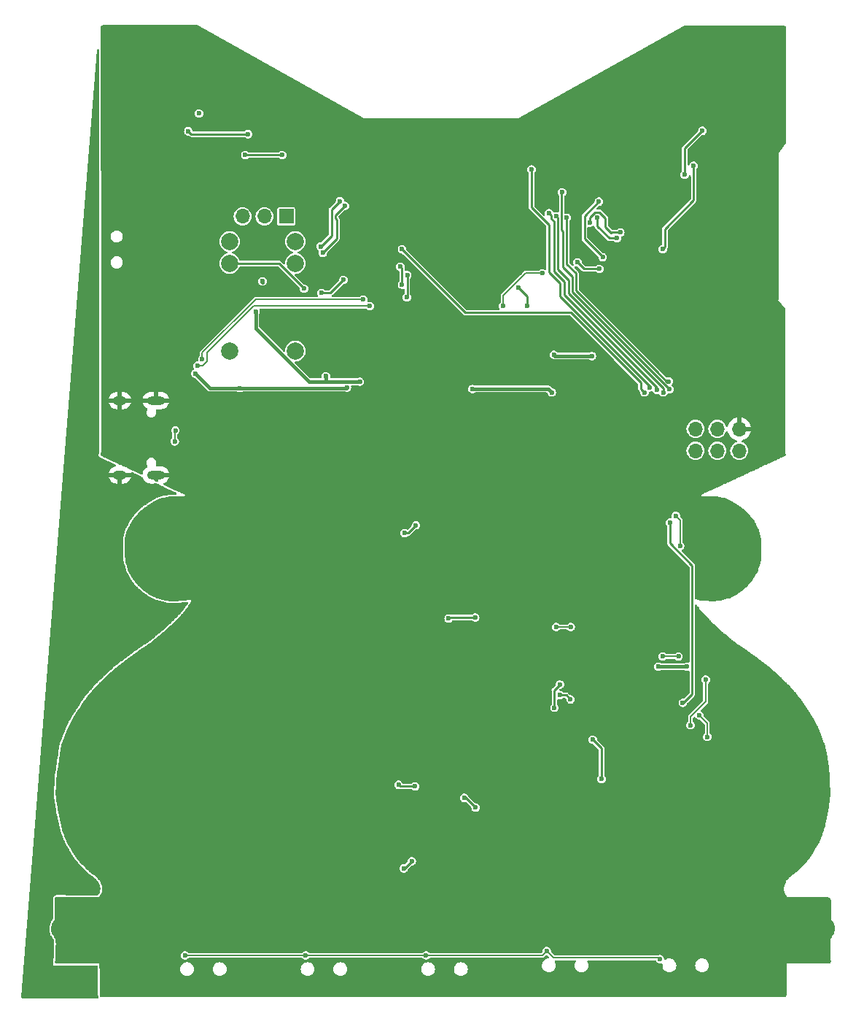
<source format=gbr>
%TF.GenerationSoftware,KiCad,Pcbnew,7.99.0-3134-gf47cc39208*%
%TF.CreationDate,2023-10-18T21:54:16+01:00*%
%TF.ProjectId,hh2024,68683230-3234-42e6-9b69-6361645f7063,rev?*%
%TF.SameCoordinates,Original*%
%TF.FileFunction,Copper,L1,Top*%
%TF.FilePolarity,Positive*%
%FSLAX46Y46*%
G04 Gerber Fmt 4.6, Leading zero omitted, Abs format (unit mm)*
G04 Created by KiCad (PCBNEW 7.99.0-3134-gf47cc39208) date 2023-10-18 21:54:16*
%MOMM*%
%LPD*%
G01*
G04 APERTURE LIST*
%TA.AperFunction,ComponentPad*%
%ADD10C,2.000000*%
%TD*%
%TA.AperFunction,ComponentPad*%
%ADD11O,1.700000X1.700000*%
%TD*%
%TA.AperFunction,ComponentPad*%
%ADD12O,2.100000X1.000000*%
%TD*%
%TA.AperFunction,ComponentPad*%
%ADD13O,1.600000X1.000000*%
%TD*%
%TA.AperFunction,ComponentPad*%
%ADD14R,1.700000X1.700000*%
%TD*%
%TA.AperFunction,ViaPad*%
%ADD15C,0.600000*%
%TD*%
%TA.AperFunction,Conductor*%
%ADD16C,0.400000*%
%TD*%
%TA.AperFunction,Conductor*%
%ADD17C,0.200000*%
%TD*%
%TA.AperFunction,Conductor*%
%ADD18C,0.250000*%
%TD*%
G04 APERTURE END LIST*
D10*
%TO.P,K1,1*%
%TO.N,Net-(J2-Pin_3)*%
X107188000Y-80391000D03*
%TO.P,K1,2*%
%TO.N,Net-(D25-A)*%
X107188000Y-70231000D03*
%TO.P,K1,3*%
%TO.N,Net-(J2-Pin_2)*%
X107188000Y-67691000D03*
%TO.P,K1,4*%
%TO.N,Net-(J2-Pin_1)*%
X114808000Y-67691000D03*
%TO.P,K1,5*%
%TO.N,VIN*%
X114808000Y-70231000D03*
%TO.P,K1,6*%
%TO.N,N/C*%
X114808000Y-80391000D03*
%TD*%
D11*
%TO.P,J1,1,+3.3V*%
%TO.N,+3V3*%
X166355000Y-91953000D03*
%TO.P,J1,2,GND*%
%TO.N,GND*%
X166355000Y-89413000D03*
%TO.P,J1,3,SDA*%
%TO.N,SDA*%
X163815000Y-91953000D03*
%TO.P,J1,4,SCL*%
%TO.N,SCL*%
X163815000Y-89413000D03*
%TO.P,J1,5,IO1*%
%TO.N,/microcontroller/SAO IO1*%
X161275000Y-91953000D03*
%TO.P,J1,6,IO2*%
%TO.N,/microcontroller/SAO IO2*%
X161275000Y-89413000D03*
%TD*%
D12*
%TO.P,J4,S1,SHIELD*%
%TO.N,GND*%
X98620000Y-86120000D03*
D13*
X94440000Y-86120000D03*
D12*
X98620000Y-94760000D03*
D13*
X94440000Y-94760000D03*
%TD*%
D11*
%TO.P,J2,3,Pin_3*%
%TO.N,Net-(J2-Pin_3)*%
X108682000Y-64770000D03*
%TO.P,J2,2,Pin_2*%
%TO.N,Net-(J2-Pin_2)*%
X111222000Y-64770000D03*
D14*
%TO.P,J2,1,Pin_1*%
%TO.N,Net-(J2-Pin_1)*%
X113762000Y-64770000D03*
%TD*%
D15*
%TO.N,GND*%
X103200500Y-84600000D03*
%TO.N,VIN*%
X110199840Y-75799840D03*
%TO.N,/microcontroller/D+*%
X103421000Y-82100000D03*
%TO.N,/microcontroller/D-*%
X104010500Y-81300000D03*
%TO.N,VUSB*%
X103200000Y-83000000D03*
%TO.N,GND*%
X154100000Y-120500000D03*
%TO.N,/B*%
X146800000Y-112400000D03*
X145095500Y-112400000D03*
%TO.N,/C*%
X144900000Y-121769000D03*
X145535500Y-119070500D03*
%TO.N,/B*%
X134425000Y-132225000D03*
%TO.N,/D*%
X128332018Y-139567982D03*
X127400000Y-140400000D03*
%TO.N,/B*%
X132615482Y-111415482D03*
X135709518Y-111309518D03*
X135746518Y-133346518D03*
%TO.N,/A*%
X146764500Y-120800000D03*
X145500000Y-120300000D03*
%TO.N,/C*%
X127500000Y-101500000D03*
X128814500Y-100600000D03*
%TO.N,VIN*%
X111000000Y-72300000D03*
%TO.N,/C*%
X128710518Y-130889482D03*
X126791482Y-130708518D03*
%TO.N,GND*%
X107696000Y-89408000D03*
X154178000Y-78232000D03*
X113284000Y-91440000D03*
X148285200Y-83769200D03*
X148386800Y-89154000D03*
X145643600Y-80111600D03*
X108204000Y-86868000D03*
X127635000Y-82550000D03*
X167132000Y-71882000D03*
X144373600Y-91998800D03*
X142036800Y-88442800D03*
X123730722Y-83140117D03*
X157226000Y-73660000D03*
X140563600Y-83921600D03*
X164846000Y-73152000D03*
X140411200Y-81737200D03*
X114808000Y-88900000D03*
%TO.N,+3V3*%
X144830800Y-80822800D03*
X160274000Y-117000000D03*
X149250400Y-80975200D03*
X156972000Y-117000000D03*
%TO.N,VIN*%
X122301000Y-83947000D03*
X118364000Y-83312000D03*
X135382000Y-84785200D03*
X144585900Y-85191600D03*
%TO.N,VUSB*%
X120800870Y-84636090D03*
X108356400Y-84683600D03*
%TO.N,/Power management/SENSE*%
X120000000Y-63000000D03*
X117750000Y-68250000D03*
%TO.N,/E-Paper/PREVGL*%
X162072518Y-54843482D03*
X150059939Y-63059939D03*
X160020000Y-59944000D03*
X150500000Y-69500000D03*
%TO.N,/E-Paper/PREVGH*%
X161056518Y-58907482D03*
X157480000Y-68580000D03*
%TO.N,SCL*%
X146345613Y-64913972D03*
X158182569Y-83907533D03*
%TO.N,/microcontroller/SAO IO2*%
X157535848Y-85189076D03*
X145116113Y-64770000D03*
%TO.N,SDA*%
X158242000Y-84836000D03*
X145796000Y-61976000D03*
%TO.N,/microcontroller/SDCARD CS*%
X103632000Y-52832000D03*
%TO.N,/E-Paper/CS*%
X152541976Y-66626979D03*
X149000000Y-65500000D03*
%TO.N,/microcontroller/SAO IO1*%
X156798097Y-84907939D03*
X144272000Y-64402500D03*
%TO.N,Net-(U1-GPIO13{slash}USB_D+)*%
X141732000Y-75184000D03*
X140716000Y-73049500D03*
%TO.N,/microcontroller/D+*%
X100807800Y-90868000D03*
X100884000Y-89600500D03*
X123444000Y-75184000D03*
%TO.N,/microcontroller/D-*%
X122682000Y-74422000D03*
X143510000Y-71374000D03*
X138938000Y-75184000D03*
%TO.N,/Power management/CHRG*%
X120558263Y-63558263D03*
X118000000Y-69000000D03*
%TO.N,LED D*%
X159305500Y-115824000D03*
X157480000Y-115824000D03*
%TO.N,/E-Paper/SCK*%
X127200482Y-72697518D03*
X113284000Y-57658000D03*
X109000000Y-57658000D03*
X127000000Y-70612000D03*
%TO.N,/E-Paper/MOSI*%
X109330500Y-55228883D03*
X102389795Y-54889795D03*
%TO.N,/E-Paper/RESET*%
X127762000Y-74168000D03*
X127815518Y-71574482D03*
%TO.N,/E-Paper/BUSY*%
X147574000Y-70104000D03*
X150114000Y-70866000D03*
%TO.N,/E-Paper/DC*%
X149860000Y-64913500D03*
X152146000Y-67310000D03*
%TO.N,Net-(D25-A)*%
X115824000Y-73152000D03*
%TO.N,/microcontroller/Relay Ctrl*%
X120396000Y-72136000D03*
X117856000Y-73660000D03*
%TO.N,MSWL*%
X162640034Y-125140034D03*
X161718820Y-122644500D03*
%TO.N,MSWR*%
X144000000Y-150000000D03*
X157126952Y-150927306D03*
X130000000Y-150500000D03*
X116000000Y-150500000D03*
X160700000Y-123800000D03*
X162465313Y-118514389D03*
X102000000Y-150500000D03*
%TO.N,/microcontroller/CH32 Prog*%
X158301910Y-100301910D03*
X155356965Y-85181035D03*
X127201018Y-68580000D03*
X159800000Y-121200000D03*
%TO.N,/microcontroller/Low Pow CH32*%
X159000000Y-99500000D03*
X155915228Y-84622772D03*
X159500000Y-103000000D03*
X142240000Y-59322500D03*
%TO.N,/E*%
X149352000Y-125476000D03*
X150368000Y-130048000D03*
%TD*%
D16*
%TO.N,VIN*%
X110199840Y-77755670D02*
X110199840Y-75799840D01*
X116391170Y-83947000D02*
X110199840Y-77755670D01*
D17*
%TO.N,/microcontroller/D+*%
X109982000Y-75184000D02*
X123444000Y-75184000D01*
X104583001Y-80583000D02*
X109982000Y-75184000D01*
X104600500Y-80600499D02*
X104583001Y-80583000D01*
X103421000Y-82100000D02*
X104044887Y-82100000D01*
X104044887Y-82100000D02*
X104600500Y-81544387D01*
X104600500Y-81544387D02*
X104600500Y-80600499D01*
%TO.N,/microcontroller/D-*%
X110209975Y-74404482D02*
X110726482Y-74404482D01*
X104010500Y-81300000D02*
X104010500Y-80603957D01*
X104010500Y-80603957D02*
X110209975Y-74404482D01*
D16*
%TO.N,VUSB*%
X104883600Y-84683600D02*
X103200000Y-83000000D01*
X108356400Y-84683600D02*
X104883600Y-84683600D01*
D17*
%TO.N,/microcontroller/D-*%
X122682000Y-74422000D02*
X110744000Y-74422000D01*
%TO.N,/B*%
X146800000Y-112400000D02*
X145095500Y-112400000D01*
D18*
%TO.N,/C*%
X144885000Y-121754000D02*
X144900000Y-121769000D01*
X144885000Y-119721000D02*
X144885000Y-121754000D01*
X145535500Y-119070500D02*
X144885000Y-119721000D01*
%TO.N,/B*%
X134625000Y-132225000D02*
X134425000Y-132225000D01*
X135746518Y-133346518D02*
X134625000Y-132225000D01*
%TO.N,/D*%
X127500000Y-140400000D02*
X128332018Y-139567982D01*
X127400000Y-140400000D02*
X127500000Y-140400000D01*
%TO.N,/B*%
X132721446Y-111309518D02*
X132615482Y-111415482D01*
X135709518Y-111309518D02*
X132721446Y-111309518D01*
%TO.N,/A*%
X146264500Y-120300000D02*
X146764500Y-120800000D01*
X145500000Y-120300000D02*
X146264500Y-120300000D01*
%TO.N,/C*%
X127914500Y-101500000D02*
X128814500Y-100600000D01*
X127500000Y-101500000D02*
X127914500Y-101500000D01*
D16*
%TO.N,VIN*%
X111000000Y-72400000D02*
X111000000Y-72300000D01*
D18*
%TO.N,Net-(D25-A)*%
X112903000Y-70231000D02*
X107188000Y-70231000D01*
X115824000Y-73152000D02*
X112903000Y-70231000D01*
%TO.N,/C*%
X126972446Y-130889482D02*
X126791482Y-130708518D01*
X128710518Y-130889482D02*
X126972446Y-130889482D01*
D17*
%TO.N,MSWR*%
X160700000Y-122828933D02*
X160700000Y-123800000D01*
X162465313Y-121063620D02*
X160700000Y-122828933D01*
X162465313Y-118514389D02*
X162465313Y-121063620D01*
D18*
%TO.N,/microcontroller/CH32 Prog*%
X159800000Y-121200000D02*
X159889000Y-121200000D01*
X159889000Y-121200000D02*
X160889000Y-120200000D01*
X160889000Y-120200000D02*
X160889000Y-105258742D01*
%TO.N,GND*%
X157226000Y-73660000D02*
X154178000Y-76708000D01*
D17*
X113284000Y-91440000D02*
X114808000Y-89916000D01*
D18*
X154178000Y-76708000D02*
X154178000Y-78232000D01*
X124066839Y-82804000D02*
X123730722Y-83140117D01*
X165862000Y-73152000D02*
X167132000Y-71882000D01*
D17*
X114808000Y-89916000D02*
X114808000Y-88900000D01*
X107696000Y-87376000D02*
X108204000Y-86868000D01*
D18*
X164846000Y-73152000D02*
X165862000Y-73152000D01*
X127381000Y-82804000D02*
X124066839Y-82804000D01*
D17*
X107696000Y-89408000D02*
X107696000Y-87376000D01*
D18*
X127635000Y-82550000D02*
X127381000Y-82804000D01*
D16*
%TO.N,+3V3*%
X156972000Y-117000000D02*
X160274000Y-117000000D01*
X144983200Y-80975200D02*
X144830800Y-80822800D01*
X149250400Y-80975200D02*
X144983200Y-80975200D01*
%TO.N,VIN*%
X135382000Y-84785200D02*
X144179500Y-84785200D01*
X118364000Y-83947000D02*
X116391170Y-83947000D01*
X118364000Y-83312000D02*
X118364000Y-83947000D01*
X122301000Y-83947000D02*
X118364000Y-83947000D01*
X144179500Y-84785200D02*
X144585900Y-85191600D01*
%TO.N,VUSB*%
X108356400Y-84683600D02*
X120753360Y-84683600D01*
X120753360Y-84683600D02*
X120800870Y-84636090D01*
D18*
%TO.N,/Power management/SENSE*%
X119000000Y-64000000D02*
X120000000Y-63000000D01*
X119000000Y-64000000D02*
X119000000Y-67000000D01*
X119000000Y-67000000D02*
X117750000Y-68250000D01*
%TO.N,/E-Paper/PREVGL*%
X148385000Y-64734878D02*
X148385000Y-67385000D01*
X160020000Y-59944000D02*
X160020000Y-56896000D01*
X148385000Y-67385000D02*
X150500000Y-69500000D01*
X150059939Y-63059939D02*
X148385000Y-64734878D01*
X160020000Y-56896000D02*
X162072518Y-54843482D01*
%TO.N,/E-Paper/PREVGH*%
X157480000Y-68580000D02*
X157734000Y-68326000D01*
X157734000Y-66217812D02*
X161056518Y-62895294D01*
X161056518Y-62895294D02*
X161056518Y-58907482D01*
X157734000Y-68326000D02*
X157734000Y-66217812D01*
%TO.N,SCL*%
X157935787Y-83907533D02*
X156775127Y-82746873D01*
X146345613Y-70320613D02*
X146345613Y-64913972D01*
X147399000Y-71374000D02*
X146345613Y-70320613D01*
X147399000Y-73370746D02*
X147399000Y-71374000D01*
X158182569Y-83907533D02*
X157935787Y-83907533D01*
X156775127Y-82746873D02*
X147399000Y-73370746D01*
%TO.N,/microcontroller/SAO IO2*%
X146519000Y-73735254D02*
X146519000Y-72175000D01*
X157535848Y-84752102D02*
X146519000Y-73735254D01*
X145288000Y-64941887D02*
X145116113Y-64770000D01*
X157535848Y-85189076D02*
X157535848Y-84752102D01*
X145288000Y-70944000D02*
X145288000Y-64941887D01*
X146519000Y-72175000D02*
X145288000Y-70944000D01*
%TO.N,SDA*%
X158242000Y-84836000D02*
X146959000Y-73553000D01*
X145730613Y-62041387D02*
X145796000Y-61976000D01*
X145905613Y-66548000D02*
X145730613Y-66373000D01*
X145730613Y-66373000D02*
X145730613Y-62041387D01*
X146959000Y-73553000D02*
X146959000Y-71735000D01*
X145905613Y-70681613D02*
X145905613Y-66548000D01*
X146959000Y-71735000D02*
X145905613Y-70681613D01*
%TO.N,/E-Paper/CS*%
X150114742Y-64298500D02*
X150822482Y-65006240D01*
X151490500Y-66654500D02*
X150822482Y-65986482D01*
X149605258Y-64298500D02*
X150114742Y-64298500D01*
X149000000Y-65500000D02*
X149000000Y-64903758D01*
X149000000Y-64903758D02*
X149605258Y-64298500D01*
X151518021Y-66626979D02*
X151490500Y-66654500D01*
X150822482Y-65006240D02*
X150822482Y-65986482D01*
X152541976Y-66626979D02*
X151518021Y-66626979D01*
%TO.N,/microcontroller/SAO IO1*%
X146050000Y-72390000D02*
X144848000Y-71188000D01*
X148082000Y-75946000D02*
X146050000Y-73914000D01*
X156798097Y-84907939D02*
X156798097Y-84636605D01*
X144848000Y-65371629D02*
X144501113Y-65024742D01*
X148107492Y-75946000D02*
X148082000Y-75946000D01*
X156798097Y-84636605D02*
X148107492Y-75946000D01*
X144848000Y-71188000D02*
X144848000Y-65371629D01*
X144501113Y-65024742D02*
X144501113Y-64631613D01*
X146050000Y-73914000D02*
X146050000Y-72390000D01*
X144501113Y-64631613D02*
X144272000Y-64402500D01*
%TO.N,Net-(U1-GPIO13{slash}USB_D+)*%
X141732000Y-75184000D02*
X141732000Y-74065500D01*
X141732000Y-74065500D02*
X140716000Y-73049500D01*
D17*
%TO.N,/microcontroller/D+*%
X100807800Y-90868000D02*
X100807800Y-89676700D01*
X100807800Y-89676700D02*
X100884000Y-89600500D01*
%TO.N,/microcontroller/D-*%
X143510000Y-71374000D02*
X141557114Y-71374000D01*
X141557114Y-71374000D02*
X141136557Y-71794557D01*
X141303113Y-71628000D02*
X141136557Y-71794557D01*
X110744000Y-74422000D02*
X110726482Y-74404482D01*
X141136557Y-71794557D02*
X138938000Y-73993113D01*
X138938000Y-73993113D02*
X138938000Y-75184000D01*
D18*
%TO.N,/Power management/CHRG*%
X119500000Y-65000000D02*
X119500000Y-64616526D01*
X119615000Y-65115000D02*
X119500000Y-65000000D01*
X118000000Y-69000000D02*
X119615000Y-67385000D01*
X119500000Y-64616526D02*
X120558263Y-63558263D01*
X119615000Y-67385000D02*
X119615000Y-65115000D01*
D17*
%TO.N,LED D*%
X157480000Y-115824000D02*
X159305500Y-115824000D01*
D18*
%TO.N,/E-Paper/SCK*%
X127200482Y-70812482D02*
X127000000Y-70612000D01*
X127200482Y-72697518D02*
X127200482Y-70812482D01*
X113284000Y-57658000D02*
X109000000Y-57658000D01*
%TO.N,/E-Paper/MOSI*%
X102728883Y-55228883D02*
X102389795Y-54889795D01*
X109330500Y-55228883D02*
X102728883Y-55228883D01*
%TO.N,/E-Paper/RESET*%
X127815482Y-74114518D02*
X127815482Y-71574518D01*
X127762000Y-74168000D02*
X127815482Y-74114518D01*
X127815482Y-71574518D02*
X127815518Y-71574482D01*
%TO.N,/E-Paper/BUSY*%
X150114000Y-70866000D02*
X148336000Y-70866000D01*
X148336000Y-70866000D02*
X147574000Y-70104000D01*
%TO.N,/E-Paper/DC*%
X151276258Y-67310000D02*
X149860000Y-65893742D01*
X149860000Y-65893742D02*
X149860000Y-64913500D01*
X152146000Y-67310000D02*
X151276258Y-67310000D01*
%TO.N,/microcontroller/Relay Ctrl*%
X117856000Y-73660000D02*
X118872000Y-73660000D01*
X118872000Y-73660000D02*
X120396000Y-72136000D01*
D17*
%TO.N,MSWL*%
X162640034Y-123565714D02*
X162640034Y-125140034D01*
X161718820Y-122644500D02*
X162640034Y-123565714D01*
%TO.N,MSWR*%
X156960146Y-150760500D02*
X144760500Y-150760500D01*
X143000000Y-150500000D02*
X130000000Y-150500000D01*
X144760500Y-150760500D02*
X144000000Y-150000000D01*
X130000000Y-150500000D02*
X116000000Y-150500000D01*
X157126952Y-150927306D02*
X156960146Y-150760500D01*
X115500000Y-150500000D02*
X102000000Y-150500000D01*
X144000000Y-150000000D02*
X143500000Y-150500000D01*
X116000000Y-150500000D02*
X115500000Y-150500000D01*
X143500000Y-150500000D02*
X143000000Y-150500000D01*
D18*
%TO.N,/microcontroller/CH32 Prog*%
X154940000Y-84074000D02*
X154940000Y-84764070D01*
X154940000Y-84764070D02*
X155356965Y-85181035D01*
X134567018Y-75946000D02*
X136144000Y-75946000D01*
X158301910Y-102671652D02*
X158301910Y-100301910D01*
X152031746Y-81165746D02*
X154940000Y-84074000D01*
X152031746Y-81140254D02*
X152031746Y-81165746D01*
X146837492Y-75946000D02*
X152031746Y-81140254D01*
X160889000Y-105258742D02*
X158301910Y-102671652D01*
X136144000Y-75946000D02*
X146837492Y-75946000D01*
X127201018Y-68580000D02*
X134567018Y-75946000D01*
D17*
%TO.N,/microcontroller/Low Pow CH32*%
X159500000Y-103000000D02*
X159500000Y-100000000D01*
D18*
X142240000Y-63754000D02*
X144272000Y-65786000D01*
X156038619Y-84499381D02*
X155915228Y-84622772D01*
D17*
X159500000Y-100000000D02*
X159000000Y-99500000D01*
D18*
X144272000Y-71234254D02*
X145542000Y-72504254D01*
X144272000Y-65786000D02*
X144272000Y-71234254D01*
X142240000Y-59322500D02*
X142240000Y-63754000D01*
X145542000Y-72504254D02*
X145542000Y-74028254D01*
X145542000Y-74028254D02*
X156013127Y-84499381D01*
X156013127Y-84499381D02*
X156038619Y-84499381D01*
%TO.N,/E*%
X150368000Y-126492000D02*
X149352000Y-125476000D01*
X150368000Y-130048000D02*
X150368000Y-126492000D01*
%TD*%
%TA.AperFunction,Conductor*%
%TO.N,GND*%
G36*
X91979115Y-45388495D02*
G01*
X92012636Y-45451080D01*
X92015302Y-45476471D01*
X92016823Y-45958912D01*
X92020350Y-47277545D01*
X92023856Y-48778552D01*
X92027313Y-50438888D01*
X92030710Y-52245188D01*
X92034024Y-54177719D01*
X92037232Y-56215890D01*
X92040324Y-58347861D01*
X92043266Y-60545873D01*
X92046049Y-62797510D01*
X92048655Y-65087079D01*
X92051060Y-67392917D01*
X92053255Y-69709182D01*
X92055206Y-71999694D01*
X92056904Y-74261945D01*
X92058323Y-76466844D01*
X92059442Y-78595940D01*
X92060244Y-80631302D01*
X92060712Y-82560817D01*
X92060827Y-84363741D01*
X92060567Y-86025756D01*
X92059912Y-87526348D01*
X92058847Y-88843889D01*
X92057348Y-89964677D01*
X92055398Y-90868000D01*
X92052976Y-91537471D01*
X92046882Y-92080356D01*
X92044445Y-92103642D01*
X92013391Y-92258983D01*
X91979240Y-92418308D01*
X91978287Y-92422158D01*
X91975373Y-92432519D01*
X91974998Y-92435703D01*
X91974825Y-92438900D01*
X91975933Y-92449621D01*
X91976216Y-92453568D01*
X91976503Y-92460724D01*
X91977916Y-92496037D01*
X91976891Y-92506249D01*
X91980009Y-92548317D01*
X91980579Y-92562547D01*
X91980589Y-92562596D01*
X91981637Y-92570276D01*
X91982551Y-92582607D01*
X91985914Y-92590832D01*
X91991918Y-92601121D01*
X91997424Y-92608094D01*
X91997425Y-92608096D01*
X92007728Y-92614969D01*
X92013898Y-92619658D01*
X92013920Y-92619677D01*
X92013927Y-92619685D01*
X92026007Y-92627164D01*
X92051754Y-92644340D01*
X92061138Y-92650600D01*
X92070531Y-92654729D01*
X92175142Y-92719493D01*
X92180987Y-92723587D01*
X92182353Y-92724664D01*
X92182357Y-92724666D01*
X92182358Y-92724667D01*
X92194332Y-92731373D01*
X92205986Y-92738588D01*
X92205988Y-92738588D01*
X92207579Y-92739256D01*
X92214002Y-92742389D01*
X92235627Y-92754500D01*
X92270814Y-92774207D01*
X92277164Y-92777763D01*
X92288095Y-92785206D01*
X92292300Y-92787658D01*
X92292302Y-92787660D01*
X92296483Y-92789286D01*
X92304437Y-92793037D01*
X92308346Y-92795227D01*
X92308351Y-92795228D01*
X92312928Y-92796916D01*
X92325592Y-92800608D01*
X92368055Y-92817124D01*
X92375386Y-92820532D01*
X92582015Y-92933227D01*
X92595859Y-92943237D01*
X92601325Y-92945801D01*
X92601326Y-92945803D01*
X92616599Y-92952968D01*
X92626391Y-92957563D01*
X92629798Y-92959289D01*
X92639371Y-92964510D01*
X92639426Y-92964540D01*
X92639427Y-92964540D01*
X92642335Y-92965576D01*
X92645291Y-92966430D01*
X92645299Y-92966434D01*
X92656210Y-92967799D01*
X92659935Y-92968380D01*
X92687168Y-92973481D01*
X92687168Y-92973480D01*
X92696553Y-92975238D01*
X92759827Y-93007438D01*
X92766955Y-93015750D01*
X92793157Y-93035810D01*
X92796112Y-93038217D01*
X92804397Y-93045400D01*
X92804398Y-93045400D01*
X92804401Y-93045403D01*
X92807007Y-93047026D01*
X92809745Y-93048509D01*
X92809748Y-93048512D01*
X92809751Y-93048513D01*
X92820083Y-93052159D01*
X92823651Y-93053541D01*
X92849134Y-93064318D01*
X92849134Y-93064317D01*
X92854673Y-93066660D01*
X92871414Y-93070274D01*
X92953314Y-93099176D01*
X92956839Y-93100420D01*
X93088887Y-93151779D01*
X93094815Y-93154446D01*
X93207199Y-93212158D01*
X93333980Y-93277263D01*
X93348048Y-93286913D01*
X93353595Y-93289349D01*
X93353596Y-93289350D01*
X93378960Y-93300490D01*
X93382397Y-93302127D01*
X93392154Y-93307138D01*
X93392157Y-93307139D01*
X93392159Y-93307140D01*
X93392161Y-93307140D01*
X93395092Y-93308102D01*
X93398064Y-93308883D01*
X93398067Y-93308884D01*
X93409004Y-93309978D01*
X93412745Y-93310467D01*
X93440109Y-93314890D01*
X93440109Y-93314889D01*
X93457121Y-93317639D01*
X93464373Y-93319255D01*
X93488483Y-93326144D01*
X93519561Y-93339781D01*
X93615927Y-93398673D01*
X93620202Y-93401531D01*
X93627171Y-93406614D01*
X93627173Y-93406615D01*
X93627174Y-93406616D01*
X93635834Y-93411049D01*
X93639983Y-93413374D01*
X93648312Y-93418464D01*
X93656284Y-93421754D01*
X93660953Y-93423907D01*
X93770979Y-93480232D01*
X93908285Y-93550522D01*
X93959808Y-93599368D01*
X93976743Y-93668316D01*
X93953714Y-93735473D01*
X93898033Y-93779520D01*
X93887445Y-93783254D01*
X93752400Y-93824219D01*
X93752385Y-93824225D01*
X93577275Y-93917824D01*
X93423788Y-94043788D01*
X93297824Y-94197275D01*
X93204224Y-94372387D01*
X93204223Y-94372389D01*
X93163692Y-94505999D01*
X93163693Y-94506000D01*
X93980349Y-94506000D01*
X93934390Y-94534457D01*
X93866799Y-94623962D01*
X93836105Y-94731840D01*
X93846454Y-94843521D01*
X93896448Y-94943922D01*
X93973318Y-95014000D01*
X93163693Y-95014000D01*
X93204223Y-95147610D01*
X93204224Y-95147612D01*
X93297824Y-95322724D01*
X93423788Y-95476211D01*
X93577275Y-95602175D01*
X93752385Y-95695774D01*
X93752400Y-95695780D01*
X93942393Y-95753414D01*
X93942405Y-95753416D01*
X94090473Y-95767999D01*
X94090491Y-95768000D01*
X94186000Y-95768000D01*
X94186000Y-95060000D01*
X94694000Y-95060000D01*
X94694000Y-95768000D01*
X94789509Y-95768000D01*
X94789526Y-95767999D01*
X94937594Y-95753416D01*
X94937606Y-95753414D01*
X95127599Y-95695780D01*
X95127614Y-95695774D01*
X95302724Y-95602175D01*
X95456211Y-95476211D01*
X95582175Y-95322724D01*
X95675775Y-95147612D01*
X95675776Y-95147610D01*
X95716307Y-95014000D01*
X94899651Y-95014000D01*
X94945610Y-94985543D01*
X95013201Y-94896038D01*
X95043895Y-94788160D01*
X95033546Y-94676479D01*
X94983552Y-94576078D01*
X94906682Y-94506000D01*
X95716306Y-94506000D01*
X95727545Y-94490846D01*
X95784190Y-94448045D01*
X95854982Y-94442664D01*
X95866503Y-94445692D01*
X95947919Y-94471279D01*
X95980030Y-94486642D01*
X96020802Y-94513824D01*
X96023104Y-94515433D01*
X96034371Y-94523698D01*
X96039272Y-94527293D01*
X96052176Y-94539513D01*
X96056850Y-94542505D01*
X96056851Y-94542506D01*
X96079978Y-94557308D01*
X96083251Y-94559553D01*
X96091924Y-94565915D01*
X96091925Y-94565915D01*
X96091926Y-94565916D01*
X96094782Y-94567388D01*
X96097761Y-94568691D01*
X96108134Y-94571397D01*
X96111967Y-94572528D01*
X96138050Y-94581134D01*
X96138050Y-94581133D01*
X96143325Y-94582874D01*
X96160948Y-94585174D01*
X96201411Y-94595731D01*
X96226599Y-94603476D01*
X96280673Y-94620105D01*
X96302937Y-94629365D01*
X96317015Y-94636874D01*
X96345195Y-94657365D01*
X96346765Y-94658880D01*
X96346767Y-94658881D01*
X96346774Y-94658888D01*
X96346782Y-94658892D01*
X96346847Y-94658937D01*
X96347309Y-94659304D01*
X96348203Y-94659885D01*
X96349093Y-94660508D01*
X96349596Y-94660792D01*
X96349671Y-94660841D01*
X96362618Y-94666606D01*
X96679389Y-94820922D01*
X96754611Y-94858532D01*
X96760006Y-94861570D01*
X96763931Y-94864042D01*
X96763932Y-94864042D01*
X96763934Y-94864044D01*
X96774174Y-94868433D01*
X96777504Y-94869979D01*
X96787446Y-94874950D01*
X96787448Y-94874950D01*
X96787451Y-94874952D01*
X96787453Y-94874952D01*
X96791864Y-94876348D01*
X96797665Y-94878503D01*
X96837485Y-94895572D01*
X96859782Y-94905130D01*
X96881937Y-94915353D01*
X96907791Y-94927285D01*
X97048991Y-94999456D01*
X97100544Y-95048268D01*
X97112219Y-95075072D01*
X97134224Y-95147612D01*
X97227824Y-95322724D01*
X97353788Y-95476211D01*
X97507275Y-95602175D01*
X97682385Y-95695774D01*
X97682400Y-95695780D01*
X97872393Y-95753414D01*
X97872405Y-95753416D01*
X98020473Y-95767999D01*
X98020491Y-95768000D01*
X98365999Y-95768000D01*
X98402740Y-95731259D01*
X98465052Y-95697234D01*
X98529136Y-95700002D01*
X98562896Y-95710465D01*
X98563550Y-95710557D01*
X98610328Y-95724953D01*
X98614154Y-95726267D01*
X98788192Y-95792401D01*
X98806888Y-95801328D01*
X98818066Y-95807844D01*
X98824945Y-95812846D01*
X98825027Y-95812720D01*
X98833358Y-95818090D01*
X98833361Y-95818091D01*
X98833363Y-95818093D01*
X98839523Y-95820811D01*
X98845813Y-95824019D01*
X98851341Y-95827242D01*
X98851635Y-95827413D01*
X98851636Y-95827413D01*
X98860882Y-95831006D01*
X98860826Y-95831149D01*
X98868920Y-95833782D01*
X99105108Y-95938001D01*
X99112522Y-95941880D01*
X99159053Y-95970313D01*
X99172311Y-95979888D01*
X99173572Y-95980653D01*
X99173576Y-95980656D01*
X99173579Y-95980657D01*
X99175620Y-95981895D01*
X99185322Y-95986802D01*
X99187519Y-95987708D01*
X99187523Y-95987711D01*
X99187527Y-95987712D01*
X99188894Y-95988276D01*
X99204462Y-95993284D01*
X99230709Y-96004014D01*
X99267848Y-96019200D01*
X99273038Y-96021604D01*
X99280545Y-96025508D01*
X99280546Y-96025508D01*
X99280548Y-96025509D01*
X99284947Y-96026978D01*
X99286025Y-96027232D01*
X99287004Y-96027665D01*
X99289954Y-96028651D01*
X99289860Y-96028930D01*
X99291867Y-96029819D01*
X99298249Y-96031630D01*
X99298701Y-96031815D01*
X99298343Y-96032687D01*
X99312531Y-96038970D01*
X99313274Y-96037416D01*
X99332850Y-96046767D01*
X99335690Y-96048213D01*
X99367699Y-96065542D01*
X99381587Y-96070050D01*
X99652923Y-96199673D01*
X99731366Y-96240464D01*
X99737025Y-96243792D01*
X99739906Y-96245695D01*
X99739909Y-96245696D01*
X99739911Y-96245698D01*
X99750466Y-96250495D01*
X99753440Y-96251943D01*
X99763648Y-96257251D01*
X99763740Y-96257299D01*
X99763741Y-96257299D01*
X99767024Y-96258396D01*
X99773130Y-96260796D01*
X99835409Y-96289102D01*
X99839486Y-96291138D01*
X100041320Y-96401237D01*
X100049869Y-96405900D01*
X100062143Y-96414850D01*
X100068857Y-96418064D01*
X100094419Y-96430301D01*
X100097367Y-96431810D01*
X100107543Y-96437361D01*
X100107546Y-96437361D01*
X100107547Y-96437362D01*
X100110079Y-96438264D01*
X100112654Y-96439031D01*
X100112660Y-96439034D01*
X100124209Y-96440570D01*
X100127418Y-96441084D01*
X100155284Y-96446306D01*
X100155284Y-96446305D01*
X100156353Y-96446506D01*
X100191275Y-96458561D01*
X100199058Y-96462608D01*
X100199059Y-96462609D01*
X100212699Y-96469702D01*
X100219814Y-96473497D01*
X100232604Y-96480318D01*
X100235551Y-96481585D01*
X100248899Y-96488526D01*
X100292479Y-96511188D01*
X100301102Y-96516756D01*
X100308072Y-96520655D01*
X100308075Y-96520656D01*
X100308079Y-96520659D01*
X100313297Y-96522581D01*
X100320585Y-96525804D01*
X100325513Y-96528367D01*
X100333109Y-96530905D01*
X100343007Y-96533528D01*
X100387132Y-96549786D01*
X100395000Y-96553315D01*
X100424151Y-96568862D01*
X100428340Y-96571309D01*
X100436674Y-96576617D01*
X100436677Y-96576620D01*
X100445284Y-96580361D01*
X100449809Y-96582548D01*
X100453147Y-96584328D01*
X100458089Y-96586964D01*
X100458092Y-96586964D01*
X100467447Y-96590200D01*
X100471949Y-96591953D01*
X100522713Y-96614020D01*
X100541203Y-96622058D01*
X100546783Y-96624537D01*
X100553345Y-96627454D01*
X100556908Y-96629353D01*
X100562817Y-96631885D01*
X100562818Y-96631886D01*
X100576820Y-96637886D01*
X100590765Y-96644083D01*
X100590767Y-96644083D01*
X100596677Y-96646709D01*
X100600478Y-96648023D01*
X100625353Y-96658682D01*
X100630707Y-96661282D01*
X100687873Y-96692458D01*
X100695081Y-96697515D01*
X100695431Y-96696968D01*
X100703790Y-96702295D01*
X100703794Y-96702299D01*
X100711724Y-96705748D01*
X100716750Y-96708206D01*
X100719488Y-96709699D01*
X100724334Y-96712342D01*
X100733682Y-96715671D01*
X100733459Y-96716295D01*
X100741879Y-96718864D01*
X100798934Y-96743683D01*
X100806247Y-96747450D01*
X100810720Y-96750137D01*
X100810723Y-96750137D01*
X100816893Y-96752630D01*
X100823331Y-96754295D01*
X100823334Y-96754297D01*
X100828525Y-96754797D01*
X100836639Y-96756117D01*
X100884074Y-96767063D01*
X100928594Y-96790252D01*
X100929533Y-96788809D01*
X100937849Y-96794215D01*
X100937850Y-96794216D01*
X100949360Y-96801699D01*
X100960528Y-96809674D01*
X100960530Y-96809674D01*
X100962040Y-96810428D01*
X100968249Y-96813980D01*
X100988013Y-96826830D01*
X101034220Y-96880733D01*
X101043949Y-96951059D01*
X101014113Y-97015482D01*
X100954183Y-97053547D01*
X100918205Y-97058459D01*
X100906212Y-97058352D01*
X100902396Y-97058043D01*
X100880486Y-97058124D01*
X100880183Y-97058122D01*
X100858642Y-97057931D01*
X100854827Y-97058220D01*
X100566728Y-97059298D01*
X100559513Y-97058911D01*
X100558038Y-97058746D01*
X100544264Y-97059382D01*
X100530474Y-97059433D01*
X100529006Y-97059672D01*
X100521820Y-97060418D01*
X100189839Y-97075736D01*
X100184065Y-97075738D01*
X100177950Y-97075459D01*
X100167422Y-97076637D01*
X100163325Y-97076960D01*
X100152770Y-97077447D01*
X100146808Y-97078676D01*
X100141097Y-97079582D01*
X99823024Y-97115168D01*
X99818230Y-97115520D01*
X99808129Y-97115874D01*
X99798972Y-97117654D01*
X99793968Y-97118419D01*
X99784699Y-97119457D01*
X99774953Y-97122139D01*
X99770268Y-97123237D01*
X99534599Y-97169068D01*
X99532533Y-97169311D01*
X99509234Y-97174001D01*
X99486124Y-97178495D01*
X99484129Y-97179055D01*
X99332912Y-97209499D01*
X99324316Y-97210301D01*
X99324367Y-97210650D01*
X99314544Y-97212074D01*
X99307355Y-97214307D01*
X99301113Y-97215901D01*
X99293727Y-97217388D01*
X99284434Y-97220842D01*
X99284311Y-97220512D01*
X99276378Y-97223931D01*
X98960959Y-97321905D01*
X98946049Y-97326459D01*
X98945859Y-97326554D01*
X98945642Y-97326658D01*
X98932827Y-97335717D01*
X98919827Y-97344814D01*
X98888543Y-97360737D01*
X98801391Y-97390691D01*
X98794787Y-97392566D01*
X98686235Y-97417081D01*
X98682727Y-97417769D01*
X98655096Y-97422380D01*
X98655092Y-97422382D01*
X98652744Y-97424770D01*
X98627307Y-97444715D01*
X98624425Y-97446427D01*
X98624424Y-97446428D01*
X98620386Y-97455817D01*
X98598530Y-97490055D01*
X98578481Y-97512456D01*
X98547575Y-97537556D01*
X98492535Y-97569321D01*
X98474384Y-97577946D01*
X98451716Y-97586576D01*
X98428207Y-97595525D01*
X98422258Y-97597458D01*
X98417981Y-97598615D01*
X98407767Y-97603194D01*
X98404415Y-97604582D01*
X98393940Y-97608570D01*
X98390087Y-97610781D01*
X98384510Y-97613622D01*
X98290747Y-97655658D01*
X98251535Y-97672005D01*
X98246273Y-97673929D01*
X98238029Y-97676533D01*
X98233986Y-97678552D01*
X98230125Y-97680931D01*
X98223561Y-97686562D01*
X98219158Y-97690012D01*
X98148273Y-97740642D01*
X98143775Y-97743573D01*
X98051881Y-97798036D01*
X98045373Y-97801399D01*
X98039536Y-97803996D01*
X98034560Y-97807225D01*
X98029991Y-97811012D01*
X98025776Y-97815802D01*
X98020622Y-97821014D01*
X98011215Y-97829479D01*
X97983281Y-97848516D01*
X97966035Y-97857139D01*
X97959465Y-97859970D01*
X97957899Y-97860541D01*
X97945900Y-97867207D01*
X97933598Y-97873357D01*
X97932229Y-97874337D01*
X97926185Y-97878158D01*
X97860299Y-97914758D01*
X97852171Y-97918146D01*
X97852444Y-97918727D01*
X97843472Y-97922940D01*
X97836327Y-97927789D01*
X97831549Y-97930729D01*
X97824011Y-97934916D01*
X97816204Y-97941027D01*
X97815814Y-97940529D01*
X97809129Y-97946242D01*
X97720584Y-98006322D01*
X97684655Y-98030281D01*
X97627558Y-98068355D01*
X97618305Y-98074243D01*
X97603965Y-98083370D01*
X97599593Y-98085912D01*
X97591676Y-98090098D01*
X97583942Y-98095898D01*
X97579976Y-98098640D01*
X97571836Y-98103820D01*
X97565142Y-98109738D01*
X97561215Y-98112938D01*
X97517732Y-98145544D01*
X97410424Y-98219306D01*
X97404269Y-98222988D01*
X97392435Y-98231672D01*
X97380327Y-98239996D01*
X97374833Y-98244588D01*
X97338973Y-98270902D01*
X97333629Y-98274422D01*
X97296020Y-98296533D01*
X97295030Y-98297017D01*
X97273934Y-98309519D01*
X97252694Y-98322006D01*
X97251782Y-98322645D01*
X97182187Y-98363886D01*
X97167081Y-98371379D01*
X97163667Y-98373438D01*
X97156311Y-98378662D01*
X97153252Y-98381197D01*
X97141198Y-98392993D01*
X97085614Y-98439810D01*
X97080709Y-98443547D01*
X97041265Y-98470655D01*
X97037414Y-98472927D01*
X97023668Y-98482749D01*
X97008515Y-98493165D01*
X97004011Y-98495988D01*
X97003532Y-98496260D01*
X96994554Y-98503442D01*
X96991838Y-98505497D01*
X96976002Y-98516815D01*
X96972079Y-98519840D01*
X96968982Y-98523119D01*
X96962541Y-98529052D01*
X96959014Y-98531874D01*
X96955683Y-98535530D01*
X96947523Y-98545843D01*
X96870919Y-98626957D01*
X96837441Y-98650263D01*
X96837787Y-98650816D01*
X96829552Y-98655969D01*
X96814097Y-98664177D01*
X96813959Y-98664265D01*
X96813957Y-98664267D01*
X96813954Y-98664269D01*
X96810295Y-98666637D01*
X96799352Y-98674874D01*
X96788225Y-98681839D01*
X96775412Y-98697135D01*
X96773367Y-98695422D01*
X96762969Y-98710020D01*
X96664250Y-98798603D01*
X96659231Y-98802663D01*
X96656176Y-98804884D01*
X96648052Y-98813014D01*
X96645571Y-98815365D01*
X96637042Y-98823018D01*
X96634672Y-98825935D01*
X96630351Y-98830728D01*
X96624880Y-98836204D01*
X96615049Y-98846043D01*
X96595101Y-98864346D01*
X96371702Y-99069318D01*
X96364705Y-99074470D01*
X96364985Y-99074814D01*
X96357298Y-99081074D01*
X96352048Y-99086939D01*
X96347704Y-99091337D01*
X96341887Y-99096673D01*
X96335722Y-99104434D01*
X96335376Y-99104159D01*
X96330309Y-99111219D01*
X96103765Y-99364267D01*
X96097278Y-99370095D01*
X96097621Y-99370442D01*
X96090573Y-99377408D01*
X96085796Y-99383904D01*
X96081984Y-99388596D01*
X96076618Y-99394590D01*
X96071245Y-99402916D01*
X96070836Y-99402652D01*
X96066465Y-99410190D01*
X95877143Y-99667646D01*
X95869062Y-99676789D01*
X95865432Y-99681501D01*
X95863092Y-99685791D01*
X95858545Y-99692936D01*
X95855644Y-99696881D01*
X95851092Y-99705690D01*
X95850496Y-99705382D01*
X95843234Y-99720308D01*
X95840259Y-99724795D01*
X95835121Y-99731520D01*
X95820837Y-99747817D01*
X95817681Y-99755169D01*
X95806919Y-99775081D01*
X95650549Y-100010940D01*
X95645065Y-100017579D01*
X95645321Y-100017769D01*
X95639413Y-100025730D01*
X95635982Y-100032297D01*
X95632656Y-100037930D01*
X95628565Y-100044100D01*
X95624450Y-100053113D01*
X95624159Y-100052980D01*
X95620993Y-100060991D01*
X95478016Y-100334700D01*
X95464895Y-100354859D01*
X95438350Y-100388188D01*
X95435900Y-100391080D01*
X95431914Y-100395508D01*
X95428549Y-100399245D01*
X95426869Y-100401832D01*
X95425355Y-100404504D01*
X95421500Y-100414795D01*
X95420057Y-100418318D01*
X95406932Y-100447795D01*
X95406859Y-100448198D01*
X95403547Y-100460201D01*
X95400434Y-100475461D01*
X95398407Y-100475047D01*
X95386974Y-100515503D01*
X95258415Y-100747210D01*
X95255435Y-100752053D01*
X95251815Y-100757379D01*
X95247355Y-100766856D01*
X95245446Y-100770584D01*
X95240372Y-100779731D01*
X95238171Y-100785771D01*
X95235983Y-100791023D01*
X95098134Y-101083960D01*
X95092982Y-101092676D01*
X95089294Y-101099921D01*
X95087563Y-101105254D01*
X95084644Y-101112628D01*
X95082260Y-101117693D01*
X95079990Y-101125507D01*
X95077784Y-101135381D01*
X94996665Y-101385305D01*
X94994408Y-101391227D01*
X94992734Y-101395032D01*
X94989849Y-101405984D01*
X94988850Y-101409382D01*
X94985359Y-101420138D01*
X94984710Y-101424242D01*
X94983406Y-101430443D01*
X94900281Y-101746083D01*
X94898191Y-101752573D01*
X94897239Y-101755057D01*
X94894769Y-101766714D01*
X94894063Y-101769688D01*
X94891018Y-101781253D01*
X94890751Y-101783905D01*
X94889702Y-101790636D01*
X94822699Y-102106961D01*
X94819187Y-102118352D01*
X94817750Y-102124426D01*
X94817374Y-102129404D01*
X94816186Y-102137710D01*
X94815151Y-102142597D01*
X94814829Y-102148827D01*
X94815008Y-102160753D01*
X94808741Y-102243790D01*
X94807760Y-102251082D01*
X94807554Y-102252137D01*
X94807554Y-102252148D01*
X94807063Y-102266039D01*
X94806303Y-102276107D01*
X94806016Y-102279918D01*
X94806104Y-102280986D01*
X94806274Y-102288347D01*
X94794049Y-102634706D01*
X94793653Y-102638427D01*
X94793301Y-102655944D01*
X94792684Y-102673429D01*
X94792873Y-102677156D01*
X94785796Y-103029109D01*
X94785229Y-103035831D01*
X94785361Y-103050832D01*
X94785059Y-103065861D01*
X94785550Y-103072592D01*
X94788580Y-103419703D01*
X94788389Y-103425188D01*
X94787824Y-103432377D01*
X94788626Y-103442572D01*
X94788818Y-103446957D01*
X94788907Y-103457147D01*
X94790093Y-103464231D01*
X94790763Y-103469685D01*
X94803572Y-103632303D01*
X94816314Y-103981671D01*
X94820620Y-104154409D01*
X94820396Y-104159669D01*
X94821155Y-104175856D01*
X94821560Y-104192083D01*
X94822160Y-104197305D01*
X94837283Y-104519795D01*
X94836858Y-104528203D01*
X94836869Y-104528203D01*
X94836961Y-104538114D01*
X94837977Y-104544169D01*
X94838777Y-104551644D01*
X94839065Y-104557780D01*
X94841072Y-104567483D01*
X94841061Y-104567485D01*
X94843256Y-104575617D01*
X94893443Y-104874581D01*
X94896305Y-104891625D01*
X94896901Y-104896187D01*
X94897941Y-104907306D01*
X94900182Y-104916069D01*
X94901275Y-104921242D01*
X94902772Y-104930155D01*
X94906317Y-104940731D01*
X94907619Y-104945142D01*
X94932435Y-105042163D01*
X94938813Y-105067096D01*
X94938880Y-105067475D01*
X94943814Y-105086674D01*
X94945154Y-105091887D01*
X94945470Y-105093124D01*
X94948143Y-105103569D01*
X94949559Y-105110882D01*
X94949632Y-105111431D01*
X94949633Y-105111434D01*
X94949633Y-105111435D01*
X94953634Y-105124880D01*
X94957124Y-105138456D01*
X94957125Y-105138459D01*
X94957389Y-105139069D01*
X94959960Y-105146136D01*
X95049003Y-105445312D01*
X95050522Y-105451937D01*
X95055199Y-105466124D01*
X95059474Y-105480490D01*
X95062020Y-105486821D01*
X95165320Y-105800222D01*
X95166488Y-105804202D01*
X95194140Y-105911347D01*
X95195581Y-105918721D01*
X95196399Y-105924822D01*
X95198137Y-105930637D01*
X95200554Y-105936202D01*
X95200555Y-105936204D01*
X95200556Y-105936206D01*
X95203851Y-105941384D01*
X95203859Y-105941396D01*
X95207508Y-105947964D01*
X95241576Y-106018943D01*
X95243074Y-106022722D01*
X95249464Y-106035489D01*
X95250794Y-106038146D01*
X95252604Y-106041917D01*
X95263301Y-106075740D01*
X95264229Y-106081312D01*
X95267266Y-106090414D01*
X95268626Y-106095085D01*
X95270951Y-106104394D01*
X95274522Y-106112795D01*
X95276303Y-106117498D01*
X95284560Y-106142243D01*
X95288842Y-106156358D01*
X95289389Y-106157409D01*
X95289908Y-106158480D01*
X95298666Y-106170337D01*
X95387471Y-106297745D01*
X95481582Y-106440658D01*
X95485039Y-106446588D01*
X95486187Y-106448830D01*
X95493251Y-106458511D01*
X95494973Y-106460994D01*
X95501573Y-106471015D01*
X95501575Y-106471018D01*
X95501577Y-106471020D01*
X95503263Y-106472869D01*
X95507610Y-106478191D01*
X95547057Y-106532255D01*
X95578392Y-106575200D01*
X95588492Y-106594882D01*
X95589490Y-106594370D01*
X95593370Y-106601916D01*
X95599754Y-106617078D01*
X95601540Y-106620516D01*
X95609667Y-106633605D01*
X95662575Y-106736482D01*
X95665229Y-106742362D01*
X95666608Y-106745891D01*
X95672397Y-106755782D01*
X95674043Y-106758778D01*
X95679030Y-106768474D01*
X95679292Y-106768984D01*
X95681527Y-106772036D01*
X95685072Y-106777438D01*
X95757764Y-106901633D01*
X95760163Y-106906141D01*
X95763975Y-106914064D01*
X95769503Y-106922050D01*
X95772071Y-106926078D01*
X95776970Y-106934448D01*
X95776972Y-106934450D01*
X95782536Y-106941240D01*
X95785609Y-106945316D01*
X95829212Y-107008302D01*
X95829752Y-107009225D01*
X95834831Y-107016510D01*
X95834832Y-107016511D01*
X95843787Y-107029355D01*
X95852337Y-107041706D01*
X95857884Y-107049720D01*
X95858557Y-107050544D01*
X95922970Y-107142933D01*
X95929543Y-107154372D01*
X95932271Y-107158435D01*
X95935318Y-107161716D01*
X95940838Y-107168562D01*
X95943405Y-107172244D01*
X95946810Y-107175784D01*
X95956597Y-107184632D01*
X95987497Y-107217912D01*
X95992288Y-107223735D01*
X96005950Y-107242528D01*
X96009745Y-107248409D01*
X96010805Y-107250272D01*
X96018397Y-107259764D01*
X96020156Y-107262070D01*
X96027297Y-107271893D01*
X96028816Y-107273411D01*
X96033485Y-107278626D01*
X96055168Y-107305735D01*
X96055208Y-107305794D01*
X96062899Y-107315404D01*
X96067758Y-107321476D01*
X96077832Y-107334070D01*
X96084814Y-107342799D01*
X96084859Y-107342846D01*
X96102345Y-107364696D01*
X96106475Y-107370501D01*
X96107425Y-107372010D01*
X96116455Y-107382329D01*
X96125000Y-107393006D01*
X96125014Y-107393024D01*
X96125019Y-107393027D01*
X96126314Y-107394207D01*
X96131309Y-107399303D01*
X96337856Y-107635339D01*
X96376177Y-107679162D01*
X96381187Y-107686362D01*
X96381656Y-107686004D01*
X96387679Y-107693881D01*
X96393799Y-107699709D01*
X96397783Y-107703866D01*
X96403336Y-107710217D01*
X96403337Y-107710218D01*
X96403340Y-107710221D01*
X96403342Y-107710222D01*
X96410960Y-107716575D01*
X96410574Y-107717036D01*
X96417564Y-107722342D01*
X96477691Y-107779602D01*
X96480687Y-107782656D01*
X96506399Y-107810708D01*
X96510922Y-107816242D01*
X96511908Y-107817598D01*
X96511911Y-107817604D01*
X96511915Y-107817608D01*
X96521614Y-107827308D01*
X96530893Y-107837432D01*
X96532222Y-107838488D01*
X96537553Y-107843246D01*
X96539414Y-107845107D01*
X96562647Y-107868340D01*
X96579919Y-107885612D01*
X96591630Y-107904094D01*
X96592558Y-107903377D01*
X96604763Y-107919160D01*
X96604764Y-107919161D01*
X96620732Y-107939809D01*
X96622101Y-107941579D01*
X96624059Y-107944253D01*
X96630678Y-107953813D01*
X96632521Y-107955740D01*
X96634476Y-107957582D01*
X96634478Y-107957584D01*
X96644064Y-107964119D01*
X96644074Y-107964126D01*
X96646745Y-107966051D01*
X96669303Y-107983234D01*
X96675277Y-107987785D01*
X96688771Y-107994597D01*
X96717856Y-108014425D01*
X96729224Y-108022176D01*
X96732843Y-108024837D01*
X96765847Y-108050966D01*
X96819401Y-108093365D01*
X96821783Y-108095348D01*
X96925623Y-108186218D01*
X96928464Y-108189088D01*
X96944974Y-108203150D01*
X96961306Y-108217442D01*
X96964561Y-108219833D01*
X97035380Y-108280152D01*
X97039550Y-108284043D01*
X97044019Y-108288607D01*
X97052429Y-108294855D01*
X97055714Y-108297469D01*
X97063681Y-108304256D01*
X97069139Y-108307591D01*
X97073860Y-108310777D01*
X97152286Y-108369042D01*
X97153034Y-108369802D01*
X97168269Y-108381045D01*
X97168270Y-108381046D01*
X97194369Y-108400306D01*
X97207061Y-108409736D01*
X97207063Y-108409736D01*
X97207068Y-108409740D01*
X97207350Y-108409887D01*
X97207351Y-108409887D01*
X97207352Y-108409888D01*
X97214947Y-108412418D01*
X97222531Y-108414945D01*
X97223709Y-108415342D01*
X97267542Y-108440876D01*
X97269630Y-108442745D01*
X97281061Y-108452978D01*
X97292371Y-108463340D01*
X97292372Y-108463340D01*
X97297464Y-108468005D01*
X97300234Y-108470144D01*
X97343385Y-108508775D01*
X97354974Y-108520837D01*
X97355772Y-108521542D01*
X97355774Y-108521544D01*
X97355776Y-108521545D01*
X97357951Y-108523466D01*
X97365529Y-108529208D01*
X97367963Y-108530779D01*
X97367966Y-108530781D01*
X97367968Y-108530782D01*
X97368861Y-108531358D01*
X97383610Y-108539249D01*
X97452370Y-108582985D01*
X97454841Y-108584640D01*
X97691383Y-108751408D01*
X97764913Y-108803489D01*
X97766409Y-108804548D01*
X97772847Y-108810180D01*
X97772978Y-108810014D01*
X97780784Y-108816123D01*
X97780786Y-108816124D01*
X97786877Y-108819506D01*
X97792704Y-108823172D01*
X97798397Y-108827205D01*
X97798399Y-108827205D01*
X97807288Y-108831601D01*
X97807193Y-108831791D01*
X97815048Y-108835153D01*
X97896040Y-108880134D01*
X97900214Y-108882452D01*
X97925341Y-108896823D01*
X98012424Y-108951643D01*
X98017537Y-108955347D01*
X98030749Y-108963179D01*
X98042890Y-108970822D01*
X98043769Y-108971375D01*
X98049381Y-108974224D01*
X98119310Y-109015679D01*
X98123807Y-109018611D01*
X98130056Y-109023076D01*
X98139042Y-109027565D01*
X98143008Y-109029728D01*
X98146907Y-109032039D01*
X98151652Y-109034852D01*
X98151660Y-109034853D01*
X98158782Y-109037682D01*
X98163668Y-109039867D01*
X98177993Y-109047023D01*
X98185244Y-109051652D01*
X98185397Y-109051384D01*
X98194023Y-109056274D01*
X98194025Y-109056276D01*
X98199062Y-109058164D01*
X98200906Y-109058856D01*
X98206955Y-109061492D01*
X98213539Y-109064782D01*
X98213540Y-109064782D01*
X98223002Y-109067774D01*
X98222908Y-109068069D01*
X98231247Y-109070233D01*
X98333137Y-109108440D01*
X98396509Y-109134540D01*
X98439218Y-109154250D01*
X98444079Y-109156755D01*
X98484161Y-109179663D01*
X98490644Y-109183918D01*
X98495318Y-109187414D01*
X98500866Y-109190340D01*
X98506734Y-109192563D01*
X98506738Y-109192565D01*
X98512459Y-109193754D01*
X98519931Y-109195795D01*
X98675645Y-109248818D01*
X98679325Y-109250368D01*
X98695789Y-109255678D01*
X98704043Y-109258488D01*
X98710086Y-109260546D01*
X98712175Y-109261257D01*
X98716043Y-109262209D01*
X98748391Y-109272641D01*
X98798408Y-109288773D01*
X98804041Y-109290891D01*
X98808870Y-109292975D01*
X98808871Y-109292976D01*
X98819441Y-109295679D01*
X98823114Y-109296740D01*
X98833500Y-109300090D01*
X98833509Y-109300089D01*
X98838680Y-109300898D01*
X98844570Y-109302108D01*
X99053820Y-109355634D01*
X99390415Y-109448004D01*
X99707193Y-109541186D01*
X99715074Y-109544361D01*
X99724399Y-109547482D01*
X99724400Y-109547482D01*
X99724402Y-109547483D01*
X99730400Y-109548486D01*
X99737778Y-109550183D01*
X99743594Y-109551894D01*
X99743598Y-109551893D01*
X99753362Y-109553160D01*
X99761818Y-109553743D01*
X99792605Y-109558894D01*
X99844276Y-109567539D01*
X99852518Y-109569805D01*
X99852564Y-109569596D01*
X99862254Y-109571698D01*
X99862259Y-109571700D01*
X99869236Y-109572095D01*
X99876063Y-109572858D01*
X99879931Y-109573504D01*
X99882956Y-109574011D01*
X99882962Y-109574010D01*
X99892877Y-109574097D01*
X99892875Y-109574313D01*
X99901415Y-109573920D01*
X100214563Y-109591678D01*
X100222065Y-109592559D01*
X100222624Y-109592658D01*
X100222631Y-109592661D01*
X100236672Y-109592933D01*
X100250697Y-109593729D01*
X100250709Y-109593725D01*
X100251270Y-109593670D01*
X100258819Y-109593362D01*
X100610678Y-109600195D01*
X100616578Y-109600701D01*
X100617595Y-109600695D01*
X100617597Y-109600696D01*
X100632274Y-109600615D01*
X100633032Y-109600629D01*
X100646926Y-109600900D01*
X100646928Y-109600899D01*
X100647942Y-109600919D01*
X100653827Y-109600496D01*
X101008641Y-109598552D01*
X101015858Y-109598927D01*
X101017344Y-109599089D01*
X101017346Y-109599090D01*
X101017347Y-109599089D01*
X101017348Y-109599090D01*
X101031120Y-109598430D01*
X101044314Y-109598357D01*
X101044900Y-109598354D01*
X101044907Y-109598351D01*
X101046362Y-109598113D01*
X101053546Y-109597353D01*
X101418724Y-109579845D01*
X101426363Y-109579953D01*
X101426427Y-109579947D01*
X101426429Y-109579948D01*
X101436177Y-109579157D01*
X101440667Y-109578793D01*
X101446995Y-109578489D01*
X101454884Y-109578112D01*
X101454884Y-109578111D01*
X101454965Y-109578108D01*
X101462492Y-109577023D01*
X101708103Y-109557109D01*
X101712672Y-109557064D01*
X101718686Y-109556483D01*
X101718688Y-109556484D01*
X101730971Y-109555298D01*
X101733754Y-109555030D01*
X101735405Y-109554896D01*
X101748865Y-109553805D01*
X101748866Y-109553804D01*
X101754898Y-109553315D01*
X101759410Y-109552553D01*
X101986789Y-109530612D01*
X101991257Y-109530343D01*
X102002842Y-109530059D01*
X102002849Y-109530060D01*
X102011634Y-109528445D01*
X102016963Y-109527700D01*
X102025850Y-109526844D01*
X102025855Y-109526841D01*
X102037059Y-109523942D01*
X102041461Y-109522969D01*
X102200539Y-109493758D01*
X102271148Y-109501128D01*
X102326567Y-109545504D01*
X102349197Y-109612797D01*
X102331853Y-109681643D01*
X102329902Y-109684845D01*
X102202313Y-109887383D01*
X102177672Y-109924344D01*
X102175493Y-109927150D01*
X102163456Y-109945670D01*
X102151146Y-109964134D01*
X102149435Y-109967237D01*
X102064539Y-110097851D01*
X102061624Y-110101964D01*
X101971758Y-110218605D01*
X101884702Y-110331596D01*
X101881705Y-110335200D01*
X101788172Y-110439537D01*
X101784515Y-110443290D01*
X101724018Y-110500421D01*
X101719792Y-110504072D01*
X101676323Y-110538381D01*
X101645401Y-110556325D01*
X101645228Y-110556394D01*
X101645226Y-110556395D01*
X101628689Y-110582828D01*
X101600309Y-110625357D01*
X101599511Y-110624824D01*
X101575143Y-110663697D01*
X101560812Y-110674672D01*
X101551153Y-110681026D01*
X101537363Y-110688603D01*
X101534191Y-110690681D01*
X101524002Y-110698580D01*
X101521189Y-110701143D01*
X101510428Y-110712595D01*
X101499595Y-110722429D01*
X101491932Y-110735828D01*
X101480945Y-110751985D01*
X101333080Y-110936797D01*
X101296782Y-110964420D01*
X101297998Y-110966352D01*
X101288567Y-110972287D01*
X101277359Y-110980682D01*
X101274454Y-110983250D01*
X101263797Y-110994220D01*
X101198229Y-111051602D01*
X101187498Y-111059458D01*
X101183840Y-111062550D01*
X101180938Y-111065915D01*
X101174730Y-111072166D01*
X101171383Y-111075095D01*
X101168322Y-111078767D01*
X101160538Y-111089560D01*
X101017306Y-111255581D01*
X101017096Y-111255790D01*
X101000772Y-111274747D01*
X100984096Y-111294076D01*
X100983918Y-111294317D01*
X100892738Y-111400200D01*
X100875617Y-111416653D01*
X100760179Y-111508325D01*
X100748778Y-111516752D01*
X100748657Y-111516876D01*
X100748224Y-111517264D01*
X100747542Y-111518009D01*
X100746837Y-111518725D01*
X100746478Y-111519168D01*
X100746364Y-111519291D01*
X100738525Y-111531114D01*
X100730793Y-111541941D01*
X100717348Y-111557814D01*
X100552166Y-111722996D01*
X100545302Y-111728482D01*
X100545701Y-111728938D01*
X100538245Y-111735463D01*
X100532789Y-111742008D01*
X100528951Y-111746211D01*
X100522941Y-111752222D01*
X100517114Y-111760242D01*
X100516622Y-111759885D01*
X100511786Y-111767210D01*
X100464572Y-111823860D01*
X100458428Y-111829848D01*
X100458622Y-111830027D01*
X100451900Y-111837313D01*
X100447907Y-111843300D01*
X100443894Y-111848673D01*
X100439291Y-111854197D01*
X100438664Y-111855249D01*
X100411115Y-111887500D01*
X100204370Y-112059795D01*
X100186914Y-112073369D01*
X100182025Y-112076812D01*
X100177471Y-112079705D01*
X100169339Y-112086881D01*
X100166337Y-112089369D01*
X100157784Y-112096021D01*
X100154094Y-112099960D01*
X100149808Y-112104120D01*
X100099547Y-112148481D01*
X100068708Y-112174570D01*
X100068121Y-112174995D01*
X100061240Y-112180843D01*
X100049191Y-112191082D01*
X100047539Y-112192480D01*
X100030280Y-112207081D01*
X100029764Y-112207591D01*
X99984935Y-112245690D01*
X99973048Y-112254198D01*
X99969903Y-112256819D01*
X99958875Y-112267691D01*
X99956213Y-112270793D01*
X99947535Y-112282558D01*
X99907646Y-112328152D01*
X99905538Y-112330445D01*
X99690549Y-112552960D01*
X99685567Y-112557589D01*
X99669451Y-112571017D01*
X99544565Y-112671637D01*
X99539013Y-112675634D01*
X99536816Y-112677040D01*
X99527863Y-112684999D01*
X99525538Y-112686968D01*
X99516243Y-112694457D01*
X99514494Y-112696390D01*
X99509644Y-112701196D01*
X99390032Y-112807525D01*
X99384782Y-112811713D01*
X99327018Y-112852960D01*
X99318936Y-112857637D01*
X99311476Y-112862591D01*
X99307180Y-112866539D01*
X99301162Y-112871422D01*
X99296410Y-112874815D01*
X99290046Y-112881073D01*
X99283794Y-112888030D01*
X99171379Y-112991341D01*
X99150942Y-113006614D01*
X99108884Y-113031847D01*
X99096605Y-113037844D01*
X99092673Y-113040123D01*
X99078603Y-113049987D01*
X99075126Y-113052901D01*
X99065295Y-113062403D01*
X99017851Y-113100959D01*
X98960915Y-113146499D01*
X98921182Y-113175638D01*
X98916719Y-113178627D01*
X98910189Y-113182607D01*
X98902509Y-113189135D01*
X98898978Y-113191924D01*
X98897294Y-113193160D01*
X98890864Y-113197875D01*
X98885492Y-113203294D01*
X98881549Y-113206947D01*
X98825173Y-113254860D01*
X98820627Y-113258379D01*
X98739630Y-113315374D01*
X98732177Y-113319553D01*
X98732284Y-113319721D01*
X98723915Y-113325038D01*
X98718715Y-113329627D01*
X98713290Y-113333908D01*
X98707638Y-113337885D01*
X98700520Y-113344792D01*
X98700381Y-113344649D01*
X98694589Y-113350921D01*
X98645992Y-113393812D01*
X98645989Y-113393815D01*
X98604125Y-113429230D01*
X98597317Y-113434247D01*
X98593173Y-113436891D01*
X98588701Y-113440851D01*
X98587478Y-113442090D01*
X98583573Y-113446619D01*
X98580989Y-113450793D01*
X98576057Y-113457676D01*
X98545802Y-113494419D01*
X98523428Y-113515652D01*
X98473114Y-113552841D01*
X98465415Y-113557460D01*
X98457721Y-113562739D01*
X98453407Y-113566826D01*
X98447530Y-113571751D01*
X98442747Y-113575286D01*
X98436201Y-113581939D01*
X98430313Y-113588702D01*
X98377722Y-113638523D01*
X98372722Y-113642788D01*
X98278339Y-113715144D01*
X98269150Y-113720924D01*
X98263182Y-113725237D01*
X98259382Y-113729018D01*
X98253279Y-113734355D01*
X98249013Y-113737625D01*
X98242188Y-113744812D01*
X98241530Y-113744187D01*
X98231172Y-113755598D01*
X97977043Y-113969543D01*
X97972443Y-113973067D01*
X97799604Y-114093301D01*
X97591895Y-114225496D01*
X97586652Y-114228490D01*
X97579454Y-114232155D01*
X97575501Y-114235024D01*
X97571837Y-114238263D01*
X97566703Y-114244485D01*
X97562639Y-114248955D01*
X97543129Y-114268450D01*
X97537963Y-114273073D01*
X97504148Y-114300139D01*
X97433590Y-114356593D01*
X97428444Y-114360302D01*
X97377811Y-114393052D01*
X97372194Y-114396288D01*
X97346467Y-114409397D01*
X97332527Y-114416366D01*
X97332250Y-114416569D01*
X97331936Y-114416792D01*
X97320886Y-114427844D01*
X97301768Y-114446673D01*
X97285446Y-114460241D01*
X97154460Y-114551625D01*
X97130081Y-114564904D01*
X97092369Y-114580334D01*
X97067787Y-114590392D01*
X97063096Y-114592202D01*
X97053787Y-114595794D01*
X97053007Y-114596269D01*
X97052232Y-114596717D01*
X97040762Y-114606428D01*
X96995341Y-114643339D01*
X96975578Y-114656514D01*
X96961257Y-114664219D01*
X96954259Y-114667449D01*
X96954122Y-114667502D01*
X96941868Y-114674651D01*
X96929376Y-114681372D01*
X96929268Y-114681455D01*
X96922849Y-114685747D01*
X96912726Y-114691653D01*
X96905024Y-114695174D01*
X96905066Y-114695252D01*
X96896301Y-114699887D01*
X96891127Y-114703768D01*
X96885079Y-114707781D01*
X96879485Y-114711045D01*
X96871805Y-114717323D01*
X96871748Y-114717253D01*
X96865506Y-114722985D01*
X96821288Y-114756153D01*
X96795182Y-114775135D01*
X96789319Y-114778920D01*
X96787438Y-114779991D01*
X96777951Y-114787582D01*
X96775645Y-114789342D01*
X96765812Y-114796491D01*
X96764275Y-114798029D01*
X96759082Y-114802678D01*
X96729514Y-114826338D01*
X96713762Y-114837094D01*
X96645846Y-114876281D01*
X96638157Y-114879762D01*
X96638179Y-114879803D01*
X96629400Y-114884416D01*
X96624352Y-114888182D01*
X96618173Y-114892249D01*
X96612723Y-114895394D01*
X96605016Y-114901632D01*
X96604986Y-114901596D01*
X96598748Y-114907282D01*
X96389230Y-115063578D01*
X96386008Y-115065638D01*
X96368651Y-115078929D01*
X96351099Y-115092023D01*
X96348232Y-115094567D01*
X96189109Y-115216435D01*
X96184629Y-115219567D01*
X96035278Y-115314632D01*
X96029809Y-115317741D01*
X96025954Y-115319684D01*
X96016828Y-115326254D01*
X96013853Y-115328270D01*
X96004360Y-115334313D01*
X96001117Y-115337180D01*
X95996202Y-115341105D01*
X95914976Y-115399585D01*
X95759302Y-115510285D01*
X95758775Y-115510602D01*
X95738638Y-115524980D01*
X95718081Y-115539598D01*
X95717605Y-115539995D01*
X95699853Y-115552671D01*
X95693590Y-115556576D01*
X95682042Y-115565391D01*
X95670232Y-115573823D01*
X95664652Y-115578663D01*
X95535427Y-115677294D01*
X95532323Y-115679517D01*
X95387936Y-115776470D01*
X95380394Y-115780485D01*
X95380500Y-115780660D01*
X95372015Y-115785791D01*
X95366707Y-115790270D01*
X95361206Y-115794419D01*
X95355440Y-115798291D01*
X95348175Y-115805039D01*
X95348035Y-115804889D01*
X95342103Y-115811036D01*
X95245803Y-115892309D01*
X95124178Y-115994954D01*
X95095148Y-116013325D01*
X95094428Y-116013653D01*
X95083474Y-116017478D01*
X95077331Y-116020086D01*
X95072982Y-116022804D01*
X95065671Y-116026728D01*
X95021713Y-116046720D01*
X94990728Y-116060811D01*
X94982045Y-116064388D01*
X94977678Y-116066187D01*
X94977324Y-116066403D01*
X94976869Y-116066644D01*
X94976136Y-116067129D01*
X94975363Y-116067600D01*
X94974940Y-116067918D01*
X94974597Y-116068144D01*
X94964194Y-116077661D01*
X94795046Y-116221570D01*
X94732524Y-116274763D01*
X94709017Y-116294762D01*
X94703670Y-116298840D01*
X94644052Y-116339473D01*
X94636476Y-116343552D01*
X94636629Y-116343803D01*
X94628160Y-116348953D01*
X94622595Y-116353674D01*
X94617328Y-116357686D01*
X94611292Y-116361800D01*
X94604077Y-116368594D01*
X94603884Y-116368389D01*
X94598040Y-116374507D01*
X94597815Y-116374698D01*
X94596440Y-116375865D01*
X94342362Y-116583327D01*
X94319728Y-116601808D01*
X94047539Y-116806933D01*
X94043029Y-116809878D01*
X94041979Y-116810707D01*
X94030353Y-116819885D01*
X94026354Y-116822899D01*
X94017487Y-116829581D01*
X94013508Y-116833182D01*
X93807060Y-116996171D01*
X93677826Y-117090486D01*
X93664460Y-117098697D01*
X93661375Y-117100938D01*
X93651515Y-117109377D01*
X93648820Y-117112083D01*
X93638649Y-117124018D01*
X93611601Y-117151068D01*
X93580189Y-117182480D01*
X93358874Y-117403793D01*
X93317574Y-117429750D01*
X93317609Y-117429814D01*
X93316666Y-117430320D01*
X93311424Y-117433616D01*
X93308893Y-117434502D01*
X93307362Y-117435326D01*
X93307173Y-117435414D01*
X93306944Y-117435551D01*
X93306706Y-117435678D01*
X93306533Y-117435796D01*
X93305039Y-117436686D01*
X93294491Y-117445473D01*
X93229914Y-117494660D01*
X93224022Y-117498644D01*
X93222504Y-117499549D01*
X93213479Y-117507071D01*
X93211978Y-117508323D01*
X93208760Y-117510774D01*
X93201060Y-117516639D01*
X93199846Y-117517910D01*
X93194643Y-117522770D01*
X93155269Y-117555588D01*
X93145349Y-117562446D01*
X93140576Y-117566241D01*
X93137239Y-117569882D01*
X93131139Y-117575703D01*
X93127342Y-117578867D01*
X93123334Y-117583448D01*
X93116013Y-117593040D01*
X93103764Y-117606405D01*
X93102262Y-117607816D01*
X93096857Y-117613791D01*
X93086377Y-117625374D01*
X93082672Y-117629417D01*
X93070390Y-117642816D01*
X93069135Y-117644432D01*
X93014265Y-117705084D01*
X93012093Y-117707367D01*
X92955390Y-117764070D01*
X92951177Y-117767918D01*
X92946277Y-117772002D01*
X92939357Y-117779907D01*
X92936506Y-117782954D01*
X92929098Y-117790362D01*
X92925350Y-117795520D01*
X92921792Y-117799976D01*
X92891796Y-117834247D01*
X92878598Y-117847257D01*
X92792528Y-117920432D01*
X92734520Y-117969748D01*
X92658953Y-118033060D01*
X92603300Y-118079689D01*
X92590582Y-118088719D01*
X92587643Y-118091167D01*
X92578188Y-118100419D01*
X92575676Y-118103304D01*
X92566375Y-118115817D01*
X92550937Y-118133450D01*
X92495507Y-118196276D01*
X92492813Y-118199144D01*
X92446236Y-118245720D01*
X92434154Y-118256034D01*
X92431463Y-118258721D01*
X92423392Y-118268166D01*
X92421155Y-118271245D01*
X92412854Y-118284780D01*
X92407271Y-118292454D01*
X92387784Y-118313648D01*
X92194836Y-118480446D01*
X92192740Y-118482003D01*
X92187035Y-118487020D01*
X92175410Y-118497241D01*
X92171873Y-118500299D01*
X92157931Y-118512351D01*
X92156097Y-118514222D01*
X91952967Y-118692835D01*
X91948365Y-118696514D01*
X91941681Y-118701364D01*
X91938314Y-118704726D01*
X91935264Y-118708403D01*
X91931052Y-118715504D01*
X91927814Y-118720422D01*
X91903079Y-118754422D01*
X91901331Y-118756712D01*
X91869857Y-118796062D01*
X91862795Y-118803366D01*
X91857547Y-118809526D01*
X91854631Y-118814298D01*
X91850080Y-118820787D01*
X91846583Y-118825160D01*
X91842588Y-118832177D01*
X91838118Y-118841324D01*
X91816642Y-118876470D01*
X91812508Y-118882435D01*
X91805573Y-118891302D01*
X91802916Y-118889224D01*
X91766929Y-118925316D01*
X91745020Y-118937581D01*
X91731455Y-118945006D01*
X91731100Y-118945287D01*
X91730748Y-118945558D01*
X91720274Y-118956885D01*
X91477890Y-119214067D01*
X91397271Y-119294685D01*
X91390624Y-119300089D01*
X91390778Y-119300258D01*
X91383438Y-119306916D01*
X91379019Y-119312415D01*
X91374464Y-119317492D01*
X91369492Y-119322465D01*
X91363664Y-119330487D01*
X91363479Y-119330352D01*
X91358829Y-119337539D01*
X91263667Y-119455961D01*
X91197237Y-119538627D01*
X91182908Y-119555824D01*
X91179069Y-119560028D01*
X91077128Y-119661969D01*
X91072338Y-119666292D01*
X91069393Y-119668687D01*
X91061741Y-119677223D01*
X91059384Y-119679711D01*
X91051280Y-119687816D01*
X91049045Y-119690892D01*
X91044992Y-119695907D01*
X90964645Y-119785536D01*
X90959614Y-119791148D01*
X90957250Y-119793644D01*
X90918832Y-119832060D01*
X90914329Y-119836147D01*
X90856942Y-119883402D01*
X90854342Y-119885431D01*
X90844977Y-119892352D01*
X90843117Y-119894242D01*
X90841341Y-119896247D01*
X90835093Y-119906042D01*
X90833249Y-119908773D01*
X90779301Y-119984304D01*
X90777310Y-119986943D01*
X90607971Y-120199512D01*
X90602831Y-120205204D01*
X90594301Y-120216673D01*
X90585392Y-120227857D01*
X90581204Y-120234283D01*
X90544619Y-120283477D01*
X90339206Y-120543234D01*
X90328555Y-120554694D01*
X90326180Y-120557682D01*
X90318864Y-120568567D01*
X90316997Y-120571889D01*
X90310408Y-120586076D01*
X90283434Y-120633793D01*
X90262846Y-120660880D01*
X90248786Y-120674940D01*
X90248785Y-120674941D01*
X90238080Y-120685646D01*
X90226276Y-120697450D01*
X90226275Y-120697451D01*
X90209990Y-120713736D01*
X90196393Y-120727333D01*
X90191543Y-120731705D01*
X90185772Y-120736388D01*
X90182242Y-120740316D01*
X90179132Y-120744596D01*
X90175760Y-120751214D01*
X90172495Y-120756874D01*
X90039861Y-120961537D01*
X89905623Y-121164780D01*
X89903170Y-121168235D01*
X89856229Y-121229860D01*
X89852200Y-121234637D01*
X89849185Y-121237871D01*
X89842917Y-121247166D01*
X89840809Y-121250105D01*
X89834013Y-121259028D01*
X89831918Y-121262920D01*
X89828679Y-121268280D01*
X89738611Y-121401836D01*
X89735514Y-121406042D01*
X89730330Y-121412501D01*
X89725440Y-121421057D01*
X89722982Y-121425010D01*
X89717465Y-121433192D01*
X89713966Y-121440697D01*
X89711565Y-121445336D01*
X89653124Y-121547592D01*
X89641406Y-121564666D01*
X89577770Y-121642760D01*
X89566480Y-121654625D01*
X89564059Y-121657618D01*
X89557914Y-121666534D01*
X89555987Y-121669848D01*
X89548910Y-121684634D01*
X89500980Y-121767738D01*
X89499148Y-121770720D01*
X89321399Y-122042790D01*
X89318550Y-122046800D01*
X89312687Y-122054403D01*
X89308146Y-122062718D01*
X89305601Y-122066971D01*
X89300427Y-122074892D01*
X89296506Y-122083635D01*
X89294317Y-122088045D01*
X89286583Y-122102207D01*
X89282441Y-122109794D01*
X89178387Y-122283248D01*
X89149753Y-122327214D01*
X89080564Y-122433455D01*
X89078284Y-122436468D01*
X89068959Y-122451278D01*
X89059443Y-122465889D01*
X89057655Y-122469231D01*
X89024019Y-122522655D01*
X88948511Y-122642588D01*
X88948269Y-122642917D01*
X88934883Y-122664236D01*
X88921573Y-122685378D01*
X88921390Y-122685726D01*
X88804725Y-122871546D01*
X88800910Y-122876967D01*
X88798904Y-122879520D01*
X88793220Y-122889709D01*
X88791560Y-122892513D01*
X88785341Y-122902417D01*
X88784060Y-122905418D01*
X88781143Y-122911360D01*
X88617386Y-123204941D01*
X88613939Y-123210274D01*
X88606830Y-123223868D01*
X88599357Y-123237266D01*
X88596793Y-123243056D01*
X88450804Y-123522185D01*
X88448472Y-123525979D01*
X88440917Y-123541089D01*
X88433080Y-123556075D01*
X88431371Y-123560180D01*
X88266829Y-123889298D01*
X88262927Y-123896029D01*
X88259715Y-123900855D01*
X88257089Y-123906580D01*
X88255188Y-123912587D01*
X88254324Y-123918322D01*
X88252692Y-123925929D01*
X88237823Y-123979025D01*
X88218676Y-124016288D01*
X88218824Y-124016373D01*
X88216933Y-124019679D01*
X88214761Y-124023908D01*
X88213910Y-124024968D01*
X88208792Y-124033921D01*
X88206525Y-124037589D01*
X88200800Y-124046179D01*
X88200778Y-124046228D01*
X88196597Y-124053878D01*
X88191861Y-124061276D01*
X88188985Y-124067850D01*
X88185964Y-124073860D01*
X88182404Y-124080087D01*
X88178891Y-124089362D01*
X88178647Y-124089269D01*
X88176039Y-124097443D01*
X88168158Y-124115458D01*
X88163771Y-124123058D01*
X88164308Y-124123337D01*
X88159744Y-124132129D01*
X88157055Y-124140197D01*
X88155010Y-124145516D01*
X88151598Y-124153316D01*
X88149095Y-124162909D01*
X88148509Y-124162756D01*
X88146672Y-124171346D01*
X88131179Y-124217824D01*
X88127638Y-124228446D01*
X88119527Y-124250763D01*
X88118748Y-124252905D01*
X88110135Y-124271653D01*
X88089103Y-124309028D01*
X88089102Y-124309030D01*
X88084647Y-124315869D01*
X88081465Y-124320123D01*
X88078385Y-124325964D01*
X88076088Y-124332152D01*
X88075041Y-124337359D01*
X88072917Y-124345236D01*
X88069621Y-124354922D01*
X88015818Y-124513009D01*
X88013797Y-124518186D01*
X87882843Y-124814421D01*
X87878493Y-124821946D01*
X87878894Y-124822152D01*
X87874358Y-124830961D01*
X87871884Y-124838467D01*
X87869675Y-124844209D01*
X87866471Y-124851458D01*
X87863930Y-124861042D01*
X87863496Y-124860927D01*
X87861679Y-124869426D01*
X87779477Y-125118818D01*
X87755373Y-125191952D01*
X87753843Y-125196593D01*
X87748925Y-125211364D01*
X87739426Y-125232922D01*
X87735877Y-125239287D01*
X87728239Y-125250577D01*
X87726018Y-125254421D01*
X87724475Y-125258436D01*
X87720695Y-125266512D01*
X87718599Y-125270271D01*
X87717072Y-125274434D01*
X87713296Y-125287529D01*
X87598820Y-125585456D01*
X87596246Y-125591263D01*
X87594386Y-125594945D01*
X87590922Y-125605733D01*
X87589749Y-125609061D01*
X87585689Y-125619629D01*
X87584832Y-125623656D01*
X87583197Y-125629796D01*
X87486313Y-125931585D01*
X87484795Y-125935363D01*
X87478450Y-125956083D01*
X87471847Y-125976652D01*
X87470935Y-125980627D01*
X87424230Y-126133168D01*
X87419925Y-126143429D01*
X87416226Y-126153877D01*
X87413205Y-126165121D01*
X87412507Y-126168854D01*
X87410807Y-126184913D01*
X87353549Y-126493790D01*
X87351928Y-126500477D01*
X87351216Y-126502839D01*
X87349590Y-126514753D01*
X87349115Y-126517710D01*
X87346925Y-126529524D01*
X87346861Y-126531986D01*
X87346304Y-126538847D01*
X87317116Y-126752826D01*
X87316537Y-126755550D01*
X87313638Y-126778323D01*
X87310532Y-126801099D01*
X87310387Y-126803867D01*
X87288647Y-126974672D01*
X87287608Y-126979968D01*
X87285931Y-126996016D01*
X87283898Y-127011986D01*
X87283701Y-127017356D01*
X87258778Y-127255878D01*
X87258327Y-127259289D01*
X87213657Y-127538365D01*
X87212881Y-127541658D01*
X87209596Y-127563742D01*
X87206061Y-127585823D01*
X87205808Y-127589203D01*
X87160899Y-127891128D01*
X87160287Y-127893849D01*
X87157122Y-127916530D01*
X87153746Y-127939221D01*
X87153565Y-127942002D01*
X87105608Y-128285658D01*
X87072156Y-128510537D01*
X87072078Y-128510875D01*
X87068348Y-128536136D01*
X87064697Y-128560683D01*
X87064673Y-128561011D01*
X87017735Y-128878823D01*
X86959898Y-129270307D01*
X86908306Y-129616560D01*
X86906831Y-129623434D01*
X86905090Y-129638147D01*
X86902910Y-129652775D01*
X86902530Y-129659767D01*
X86868698Y-129945615D01*
X86867572Y-129952159D01*
X86866867Y-129955263D01*
X86866091Y-129966942D01*
X86865794Y-129970163D01*
X86864418Y-129981795D01*
X86864543Y-129984982D01*
X86864452Y-129991626D01*
X86842954Y-130315355D01*
X86842258Y-130321398D01*
X86841443Y-130326354D01*
X86841378Y-130337343D01*
X86841241Y-130341141D01*
X86840514Y-130352086D01*
X86840968Y-130357068D01*
X86841227Y-130363146D01*
X86841177Y-130371599D01*
X86829327Y-130720057D01*
X86810079Y-131076084D01*
X86800476Y-131248470D01*
X86791072Y-131417266D01*
X86790255Y-131424077D01*
X86789863Y-131438969D01*
X86789032Y-131453888D01*
X86789289Y-131460750D01*
X86781118Y-131771135D01*
X86780004Y-131779648D01*
X86780278Y-131779670D01*
X86779513Y-131789555D01*
X86780089Y-131796753D01*
X86780268Y-131803430D01*
X86780078Y-131810661D01*
X86781372Y-131820498D01*
X86781099Y-131820533D01*
X86782668Y-131828980D01*
X86803711Y-132091924D01*
X86808278Y-132148992D01*
X86808422Y-132150783D01*
X86808622Y-132155435D01*
X86808686Y-132166301D01*
X86810166Y-132175305D01*
X86810799Y-132180491D01*
X86811527Y-132189585D01*
X86814075Y-132200137D01*
X86814995Y-132204680D01*
X86856199Y-132455326D01*
X86857507Y-132463284D01*
X86858058Y-132467535D01*
X86871314Y-132606804D01*
X86871561Y-132614348D01*
X86873392Y-132628633D01*
X86874757Y-132642967D01*
X86876176Y-132650359D01*
X86890656Y-132763330D01*
X86891073Y-132769932D01*
X86893419Y-132784885D01*
X86895341Y-132799879D01*
X86896780Y-132806312D01*
X86921919Y-132966534D01*
X86922458Y-132972516D01*
X86922633Y-132973473D01*
X86922633Y-132973474D01*
X86925272Y-132987900D01*
X86927689Y-133003305D01*
X86929153Y-133009116D01*
X86983494Y-133306134D01*
X86984092Y-133310121D01*
X87000078Y-133446169D01*
X87000507Y-133453106D01*
X87000522Y-133455370D01*
X87002495Y-133467332D01*
X87002904Y-133470227D01*
X87004317Y-133482248D01*
X87004928Y-133484419D01*
X87006438Y-133491211D01*
X87059372Y-133811950D01*
X87059900Y-133817401D01*
X87062872Y-133833160D01*
X87065488Y-133849008D01*
X87066858Y-133854295D01*
X87076034Y-133902940D01*
X87133982Y-134229622D01*
X87134838Y-134236870D01*
X87134913Y-134238130D01*
X87134916Y-134238142D01*
X87137893Y-134251672D01*
X87137949Y-134251985D01*
X87140312Y-134265309D01*
X87140721Y-134266492D01*
X87142705Y-134273532D01*
X87177210Y-134430315D01*
X87178396Y-134437910D01*
X87181925Y-134451734D01*
X87184999Y-134465699D01*
X87187360Y-134473024D01*
X87229010Y-134636170D01*
X87244223Y-134706983D01*
X87248055Y-134724817D01*
X87248345Y-134726930D01*
X87253440Y-134749882D01*
X87258418Y-134773053D01*
X87259036Y-134775099D01*
X87325900Y-135076353D01*
X87326390Y-135079697D01*
X87331463Y-135101423D01*
X87336317Y-135123283D01*
X87337323Y-135126509D01*
X87407880Y-135428573D01*
X87408318Y-135431360D01*
X87410075Y-135438586D01*
X87410075Y-135438588D01*
X87412504Y-135448579D01*
X87413739Y-135453655D01*
X87418942Y-135475929D01*
X87419807Y-135478607D01*
X87426332Y-135505435D01*
X87426972Y-135509209D01*
X87431357Y-135526095D01*
X87435479Y-135543045D01*
X87436696Y-135546660D01*
X87490291Y-135753065D01*
X87523350Y-135880387D01*
X87524107Y-135883300D01*
X87530698Y-135909696D01*
X87531877Y-135915608D01*
X87532644Y-135920724D01*
X87535936Y-135931152D01*
X87536979Y-135934842D01*
X87539624Y-135945433D01*
X87541640Y-135950176D01*
X87543735Y-135955847D01*
X87553352Y-135986305D01*
X87553712Y-135987836D01*
X87561088Y-136010800D01*
X87568370Y-136033861D01*
X87568962Y-136035314D01*
X87647981Y-136281321D01*
X87743177Y-136605553D01*
X87744665Y-136611772D01*
X87745389Y-136615664D01*
X87745390Y-136615667D01*
X87748735Y-136625096D01*
X87749201Y-136626408D01*
X87750275Y-136629725D01*
X87753482Y-136640649D01*
X87755177Y-136644225D01*
X87757622Y-136650144D01*
X87787116Y-136733272D01*
X87788652Y-136738729D01*
X87789067Y-136739818D01*
X87789068Y-136739819D01*
X87794324Y-136753587D01*
X87796991Y-136761106D01*
X87799633Y-136768552D01*
X87801995Y-136773684D01*
X87869996Y-136951807D01*
X87872311Y-136959209D01*
X87872549Y-136960175D01*
X87878403Y-136973831D01*
X87882906Y-136985624D01*
X87882924Y-136985656D01*
X87886368Y-136992604D01*
X87890872Y-137003299D01*
X87891812Y-137005102D01*
X88019772Y-137303532D01*
X88108062Y-137522360D01*
X88109254Y-137525563D01*
X88112957Y-137536400D01*
X88114252Y-137538850D01*
X88115667Y-137541208D01*
X88123048Y-137550012D01*
X88125166Y-137552683D01*
X88143671Y-137577363D01*
X88145450Y-137579862D01*
X88238571Y-137717680D01*
X88240671Y-137721008D01*
X88394712Y-137982857D01*
X88544481Y-138249531D01*
X88547869Y-138257226D01*
X88552401Y-138266046D01*
X88555999Y-138270963D01*
X88560089Y-138277321D01*
X88563073Y-138282635D01*
X88569219Y-138290412D01*
X88574823Y-138296690D01*
X88667636Y-138423529D01*
X88671541Y-138429560D01*
X88672338Y-138430960D01*
X88677039Y-138436837D01*
X88695637Y-138468756D01*
X88713153Y-138512556D01*
X88715488Y-138520975D01*
X88715995Y-138520809D01*
X88719088Y-138530225D01*
X88719089Y-138530228D01*
X88719090Y-138530229D01*
X88722851Y-138537553D01*
X88725295Y-138542920D01*
X88726770Y-138546606D01*
X88728357Y-138550575D01*
X88733431Y-138559087D01*
X88732970Y-138559361D01*
X88737793Y-138566651D01*
X88796116Y-138680224D01*
X88799391Y-138687779D01*
X88801148Y-138692687D01*
X88804344Y-138698526D01*
X88808275Y-138703902D01*
X88811972Y-138707575D01*
X88817424Y-138713750D01*
X88827817Y-138727199D01*
X88876771Y-138790549D01*
X88900731Y-138823482D01*
X88900745Y-138823501D01*
X88905338Y-138830821D01*
X88950248Y-138914650D01*
X88956323Y-138928607D01*
X88958150Y-138932063D01*
X88965766Y-138944009D01*
X88968128Y-138947124D01*
X88978209Y-138958510D01*
X89005934Y-138995489D01*
X89023514Y-139027953D01*
X89040228Y-139073847D01*
X89045021Y-139087991D01*
X89045496Y-139088847D01*
X89045973Y-139089755D01*
X89055152Y-139101500D01*
X89250902Y-139363918D01*
X89255315Y-139371395D01*
X89255677Y-139371157D01*
X89261127Y-139379430D01*
X89266411Y-139385221D01*
X89270367Y-139390011D01*
X89275063Y-139396307D01*
X89275064Y-139396307D01*
X89275065Y-139396309D01*
X89282163Y-139403231D01*
X89281859Y-139403542D01*
X89288367Y-139409289D01*
X89469567Y-139607909D01*
X89474293Y-139613754D01*
X89565684Y-139741692D01*
X89627332Y-139835522D01*
X89632485Y-139846341D01*
X89656073Y-139879264D01*
X89663703Y-139890878D01*
X89664472Y-139891723D01*
X89664700Y-139892005D01*
X89665080Y-139892390D01*
X89665453Y-139892800D01*
X89665727Y-139893047D01*
X89666528Y-139893859D01*
X89677722Y-139902106D01*
X89709345Y-139927434D01*
X89719868Y-139933155D01*
X89743158Y-139950313D01*
X89748361Y-139954595D01*
X89959852Y-140148566D01*
X89999124Y-140184585D01*
X90265436Y-140443597D01*
X90267670Y-140445883D01*
X90318547Y-140500654D01*
X90524998Y-140722909D01*
X90534910Y-140734019D01*
X90534989Y-140734107D01*
X90535712Y-140734674D01*
X90536401Y-140735237D01*
X90536500Y-140735292D01*
X90536501Y-140735293D01*
X90549515Y-140742540D01*
X90572716Y-140756075D01*
X90596299Y-140773839D01*
X90653872Y-140828891D01*
X90667597Y-140844363D01*
X90701219Y-140889205D01*
X90702481Y-140890888D01*
X90710535Y-140902470D01*
X90710774Y-140902719D01*
X90711137Y-140903147D01*
X90711797Y-140903787D01*
X90712430Y-140904446D01*
X90712846Y-140904804D01*
X90713095Y-140905045D01*
X90713096Y-140905046D01*
X90724651Y-140913178D01*
X90817883Y-140983903D01*
X90820465Y-140985862D01*
X90825101Y-140989743D01*
X90828878Y-140993226D01*
X90828880Y-140993227D01*
X90828882Y-140993229D01*
X90838000Y-140999307D01*
X90841080Y-141001499D01*
X90849815Y-141008126D01*
X90849817Y-141008126D01*
X90849819Y-141008128D01*
X90854339Y-141010550D01*
X90859528Y-141013659D01*
X90964228Y-141083459D01*
X90994220Y-141111491D01*
X91004831Y-141125291D01*
X91008995Y-141131420D01*
X91012208Y-141136806D01*
X91016058Y-141141423D01*
X91020399Y-141145533D01*
X91020402Y-141145537D01*
X91022456Y-141146945D01*
X91025583Y-141149090D01*
X91031443Y-141153637D01*
X91039701Y-141160862D01*
X91051559Y-141171237D01*
X91054594Y-141174076D01*
X91076750Y-141196214D01*
X91078196Y-141198185D01*
X91090880Y-141210680D01*
X91090881Y-141210682D01*
X91113859Y-141233318D01*
X91124863Y-141244322D01*
X91124865Y-141244323D01*
X91124875Y-141244333D01*
X91125211Y-141244574D01*
X91125473Y-141244764D01*
X91125483Y-141244769D01*
X91139376Y-141251717D01*
X91168141Y-141266374D01*
X91168141Y-141266373D01*
X91184055Y-141274482D01*
X91186398Y-141275233D01*
X91236398Y-141300238D01*
X91249067Y-141306574D01*
X91272681Y-141318791D01*
X91323993Y-141367858D01*
X91335264Y-141397006D01*
X91338486Y-141402505D01*
X91356153Y-141423974D01*
X91358266Y-141425840D01*
X91358268Y-141425843D01*
X91388009Y-141438753D01*
X91412270Y-141449370D01*
X91446974Y-141464558D01*
X91449875Y-141465916D01*
X91456847Y-141469400D01*
X91497263Y-141506914D01*
X91499484Y-141505064D01*
X91505827Y-141512677D01*
X91505828Y-141512678D01*
X91512114Y-141520223D01*
X91514976Y-141523931D01*
X91520686Y-141531928D01*
X91526570Y-141537908D01*
X91530063Y-141541765D01*
X91555257Y-141572003D01*
X91565381Y-141584187D01*
X91565428Y-141584228D01*
X91565477Y-141584271D01*
X91565480Y-141584273D01*
X91565482Y-141584275D01*
X91578525Y-141592489D01*
X91652419Y-141639156D01*
X91685560Y-141661255D01*
X91710277Y-141682880D01*
X91875451Y-141870707D01*
X91880418Y-141877694D01*
X91880615Y-141877538D01*
X91886787Y-141885303D01*
X91892046Y-141890127D01*
X91896768Y-141894949D01*
X91908030Y-141907753D01*
X91906300Y-141909274D01*
X91937542Y-141954939D01*
X91938970Y-141959227D01*
X91940249Y-141961691D01*
X91943045Y-141967873D01*
X91988931Y-142085847D01*
X91990141Y-142089242D01*
X91993612Y-142099940D01*
X91994930Y-142102531D01*
X92001394Y-142113610D01*
X92001244Y-142113697D01*
X92013301Y-142133642D01*
X92109473Y-142359650D01*
X92130609Y-142409319D01*
X92139331Y-142440340D01*
X92184574Y-142748297D01*
X92184842Y-142782999D01*
X92158724Y-142982102D01*
X92157375Y-142989200D01*
X92152775Y-143007581D01*
X92150623Y-143016180D01*
X92147913Y-143024504D01*
X92080775Y-143190590D01*
X92077953Y-143196629D01*
X91991222Y-143359261D01*
X91988328Y-143364145D01*
X91940732Y-143436785D01*
X91931825Y-143450381D01*
X91925598Y-143459884D01*
X91871533Y-143505901D01*
X91820206Y-143516829D01*
X89558430Y-143516829D01*
X89192382Y-143516528D01*
X88734003Y-143515260D01*
X88318899Y-143513134D01*
X87954957Y-143510282D01*
X87586281Y-143505919D01*
X87185737Y-143493342D01*
X87183531Y-143493225D01*
X87170776Y-143492553D01*
X87169875Y-143492667D01*
X87168884Y-143492770D01*
X87154528Y-143496941D01*
X86923058Y-143558883D01*
X86905573Y-143559797D01*
X86905750Y-143560911D01*
X86886040Y-143564032D01*
X86878175Y-143568040D01*
X86870139Y-143571124D01*
X86870266Y-143571408D01*
X86861210Y-143575436D01*
X86855022Y-143579451D01*
X86849341Y-143582730D01*
X86842764Y-143586081D01*
X86834748Y-143591906D01*
X86834566Y-143591655D01*
X86827871Y-143597072D01*
X86820475Y-143601871D01*
X86807913Y-143617375D01*
X86807037Y-143616665D01*
X86797498Y-143631347D01*
X86725724Y-143703122D01*
X86711367Y-143715467D01*
X86698824Y-143724708D01*
X86698821Y-143724711D01*
X86694559Y-143738130D01*
X86686744Y-143757175D01*
X86680354Y-143769717D01*
X86680353Y-143769723D01*
X86682790Y-143785113D01*
X86684337Y-143803982D01*
X86688155Y-144379781D01*
X86688617Y-144523659D01*
X86688484Y-144525506D01*
X86688700Y-144549335D01*
X86688777Y-144573252D01*
X86688934Y-144575101D01*
X86691774Y-144887798D01*
X86691672Y-144889326D01*
X86692008Y-144913513D01*
X86692228Y-144937740D01*
X86692365Y-144939258D01*
X86697059Y-145277251D01*
X86696974Y-145278627D01*
X86697418Y-145302995D01*
X86697754Y-145327212D01*
X86697882Y-145328576D01*
X86703868Y-145657630D01*
X86706990Y-145964531D01*
X86706648Y-145971768D01*
X86679375Y-146231051D01*
X86652356Y-146296705D01*
X86639683Y-146308976D01*
X86639862Y-146309151D01*
X86639191Y-146309839D01*
X86638550Y-146310406D01*
X86633025Y-146316173D01*
X86632804Y-146316399D01*
X86623850Y-146329248D01*
X86594473Y-146371007D01*
X86593831Y-146372321D01*
X86546296Y-146440532D01*
X86540783Y-146446968D01*
X86540866Y-146447031D01*
X86534857Y-146454918D01*
X86531760Y-146460670D01*
X86527983Y-146466812D01*
X86524249Y-146472170D01*
X86519922Y-146481093D01*
X86519828Y-146481047D01*
X86516571Y-146488876D01*
X86484454Y-146548518D01*
X86479450Y-146555760D01*
X86479987Y-146556099D01*
X86474706Y-146564480D01*
X86471293Y-146572436D01*
X86468868Y-146577462D01*
X86464762Y-146585088D01*
X86461484Y-146594447D01*
X86460881Y-146594235D01*
X86458336Y-146602643D01*
X86457524Y-146604536D01*
X86456751Y-146606340D01*
X86406256Y-146723156D01*
X86347008Y-146860219D01*
X86345239Y-146863969D01*
X86340431Y-146873345D01*
X86339386Y-146876528D01*
X86338554Y-146879777D01*
X86337567Y-146890258D01*
X86337043Y-146894373D01*
X86285115Y-147216660D01*
X86282080Y-147228584D01*
X86281024Y-147234329D01*
X86280905Y-147239178D01*
X86280123Y-147247644D01*
X86279351Y-147252435D01*
X86279335Y-147258281D01*
X86280132Y-147270553D01*
X86272317Y-147587645D01*
X86271273Y-147596046D01*
X86271352Y-147596052D01*
X86270700Y-147605949D01*
X86271285Y-147612345D01*
X86271529Y-147619639D01*
X86271370Y-147626063D01*
X86271784Y-147629163D01*
X86272255Y-147634299D01*
X86272418Y-147637517D01*
X86273735Y-147643768D01*
X86274826Y-147651009D01*
X86275409Y-147657373D01*
X86275410Y-147657379D01*
X86275411Y-147657381D01*
X86277849Y-147666992D01*
X86277779Y-147667009D01*
X86280334Y-147675078D01*
X86343354Y-147974139D01*
X86344206Y-147982852D01*
X86344753Y-147982773D01*
X86346172Y-147992576D01*
X86348630Y-148000500D01*
X86350104Y-148006172D01*
X86351817Y-148014298D01*
X86355355Y-148023563D01*
X86354836Y-148023760D01*
X86358333Y-148031778D01*
X86375543Y-148087249D01*
X86380222Y-148119765D01*
X86381238Y-148123059D01*
X86385350Y-148128902D01*
X86385643Y-148129394D01*
X86399996Y-148149712D01*
X86414653Y-148170537D01*
X86415013Y-148170971D01*
X86418973Y-148176577D01*
X86421746Y-148178649D01*
X86450787Y-148193967D01*
X86468512Y-148207257D01*
X86485275Y-148222352D01*
X86508579Y-148247463D01*
X86522424Y-148265370D01*
X86617994Y-148415063D01*
X86624445Y-148425166D01*
X86627855Y-148431219D01*
X86747227Y-148673398D01*
X86758228Y-148706844D01*
X86779070Y-148822962D01*
X86779697Y-148827326D01*
X86781840Y-148847165D01*
X86784117Y-148862125D01*
X86795741Y-149173258D01*
X86795783Y-149176104D01*
X86793007Y-149530735D01*
X86784423Y-149939071D01*
X86771431Y-150347353D01*
X86755588Y-150700688D01*
X86755344Y-150704086D01*
X86722068Y-151039551D01*
X86721231Y-151044520D01*
X86721111Y-151046052D01*
X86721111Y-151046053D01*
X86720640Y-151052080D01*
X86719952Y-151060880D01*
X86718334Y-151077188D01*
X86718284Y-151082234D01*
X86716861Y-151100456D01*
X86702175Y-151288454D01*
X86700549Y-151297031D01*
X86701062Y-151297104D01*
X86699676Y-151306915D01*
X86699813Y-151315085D01*
X86699631Y-151321046D01*
X86698994Y-151329195D01*
X86699778Y-151339081D01*
X86699257Y-151339122D01*
X86700358Y-151347791D01*
X86703861Y-151557813D01*
X86703910Y-151589688D01*
X86704320Y-151590946D01*
X86719122Y-151619352D01*
X86723221Y-151624800D01*
X86737934Y-151639247D01*
X86743457Y-151643248D01*
X86772114Y-151657521D01*
X86773386Y-151657911D01*
X86773387Y-151657912D01*
X86773387Y-151657911D01*
X86773388Y-151657912D01*
X86789351Y-151657645D01*
X86805315Y-151657379D01*
X91743726Y-151649854D01*
X91811874Y-151669752D01*
X91858449Y-151723337D01*
X91869895Y-151773629D01*
X91873794Y-151994368D01*
X91874146Y-152018959D01*
X91876560Y-152380655D01*
X91877716Y-152730656D01*
X91878815Y-153117781D01*
X91878807Y-153117902D01*
X91878875Y-153138722D01*
X91878933Y-153159184D01*
X91878942Y-153159304D01*
X91879980Y-153477985D01*
X91879957Y-153478305D01*
X91880062Y-153503009D01*
X91880145Y-153528638D01*
X91880172Y-153528976D01*
X91881649Y-153874955D01*
X91881856Y-154168964D01*
X91881781Y-154169958D01*
X91881874Y-154194601D01*
X91881893Y-154219401D01*
X91881972Y-154220380D01*
X91883394Y-154594505D01*
X91883195Y-154597364D01*
X91883493Y-154620130D01*
X91883580Y-154643062D01*
X91883829Y-154645917D01*
X91887815Y-154951272D01*
X91886971Y-154959978D01*
X91887516Y-154960006D01*
X91887014Y-154969903D01*
X91887893Y-154978133D01*
X91888243Y-154983987D01*
X91888352Y-154992284D01*
X91890032Y-155002061D01*
X91889489Y-155002154D01*
X91891370Y-155010697D01*
X91924169Y-155317848D01*
X91924395Y-155342281D01*
X91922276Y-155366342D01*
X91920012Y-155366142D01*
X91917551Y-155407524D01*
X91875688Y-155464865D01*
X91809470Y-155490471D01*
X91799106Y-155490909D01*
X83136575Y-155499858D01*
X83068434Y-155479926D01*
X83021886Y-155426319D01*
X83010843Y-155363854D01*
X83012493Y-155343146D01*
X91763701Y-45466863D01*
X91789048Y-45400547D01*
X91846226Y-45358460D01*
X91917080Y-45353968D01*
X91979115Y-45388495D01*
G37*
%TD.AperFunction*%
%TA.AperFunction,Conductor*%
G36*
X95261245Y-42565836D02*
G01*
X95696699Y-42566246D01*
X96170777Y-42566932D01*
X96686011Y-42567879D01*
X97246734Y-42569074D01*
X97842638Y-42570475D01*
X98496647Y-42572115D01*
X99183347Y-42573907D01*
X99910700Y-42575850D01*
X99910701Y-42575851D01*
X100692942Y-42577961D01*
X100692998Y-42577967D01*
X100703012Y-42577991D01*
X100703013Y-42577992D01*
X100715272Y-42578022D01*
X100734824Y-42578075D01*
X100734826Y-42578074D01*
X100746439Y-42578105D01*
X100746508Y-42578098D01*
X101144835Y-42579081D01*
X101144887Y-42579086D01*
X101156096Y-42579111D01*
X101156097Y-42579112D01*
X101172179Y-42579149D01*
X101187915Y-42579188D01*
X101187916Y-42579187D01*
X101200745Y-42579219D01*
X101200788Y-42579214D01*
X101636033Y-42580221D01*
X101636068Y-42580225D01*
X101647979Y-42580250D01*
X101647980Y-42580251D01*
X101660667Y-42580278D01*
X101679801Y-42580323D01*
X101679802Y-42580322D01*
X101692629Y-42580352D01*
X101692674Y-42580348D01*
X102165076Y-42581381D01*
X102165103Y-42581385D01*
X102177024Y-42581409D01*
X102177025Y-42581410D01*
X102191715Y-42581440D01*
X102208848Y-42581478D01*
X102208849Y-42581477D01*
X102220902Y-42581504D01*
X102220940Y-42581501D01*
X102726987Y-42582551D01*
X102727011Y-42582555D01*
X102741589Y-42582583D01*
X102741590Y-42582584D01*
X102753418Y-42582607D01*
X102773414Y-42582649D01*
X102773416Y-42582648D01*
X102785472Y-42582673D01*
X102785493Y-42582670D01*
X103327293Y-42583744D01*
X103327329Y-42583749D01*
X103340032Y-42583772D01*
X103340033Y-42583773D01*
X103365571Y-42583821D01*
X103371858Y-42583834D01*
X103371858Y-42583833D01*
X103396954Y-42583885D01*
X103396976Y-42583880D01*
X103450613Y-42583982D01*
X103511893Y-42600023D01*
X122755000Y-53367000D01*
X140755000Y-53367000D01*
X159865395Y-42674277D01*
X159927132Y-42658237D01*
X160481474Y-42659210D01*
X160481505Y-42659213D01*
X160491569Y-42659228D01*
X160491570Y-42659229D01*
X160499961Y-42659242D01*
X160523395Y-42659284D01*
X160523396Y-42659283D01*
X160538086Y-42659309D01*
X160538120Y-42659305D01*
X161417023Y-42660763D01*
X161417055Y-42660766D01*
X161427128Y-42660781D01*
X161427130Y-42660782D01*
X161443460Y-42660807D01*
X161458953Y-42660833D01*
X161458954Y-42660832D01*
X161470994Y-42660852D01*
X161471020Y-42660849D01*
X162307205Y-42662145D01*
X162307239Y-42662149D01*
X162330385Y-42662182D01*
X162351004Y-42662214D01*
X162351005Y-42662213D01*
X162363813Y-42662233D01*
X162363853Y-42662229D01*
X163156086Y-42663363D01*
X163156113Y-42663367D01*
X163168059Y-42663382D01*
X163168060Y-42663383D01*
X163179665Y-42663398D01*
X163199880Y-42663427D01*
X163199882Y-42663426D01*
X163211215Y-42663442D01*
X163211253Y-42663438D01*
X163962799Y-42664413D01*
X163962848Y-42664418D01*
X163974096Y-42664430D01*
X163974097Y-42664431D01*
X163989231Y-42664448D01*
X164005916Y-42664470D01*
X164005917Y-42664469D01*
X164018709Y-42664486D01*
X164018752Y-42664481D01*
X164726325Y-42665293D01*
X164726381Y-42665298D01*
X164737628Y-42665308D01*
X164737629Y-42665309D01*
X164752399Y-42665323D01*
X164769446Y-42665343D01*
X164769448Y-42665342D01*
X164780762Y-42665355D01*
X164780815Y-42665351D01*
X165446220Y-42666001D01*
X165446280Y-42666008D01*
X165470048Y-42666025D01*
X165470073Y-42666025D01*
X165490805Y-42666046D01*
X165490807Y-42666045D01*
X165500928Y-42666055D01*
X165500990Y-42666049D01*
X166126933Y-42666540D01*
X166127012Y-42666549D01*
X166156816Y-42666565D01*
X166156847Y-42666565D01*
X166170331Y-42666576D01*
X166170333Y-42666575D01*
X166180449Y-42666583D01*
X166180504Y-42666578D01*
X166764951Y-42666909D01*
X166765029Y-42666917D01*
X166776544Y-42666920D01*
X166776545Y-42666921D01*
X166792780Y-42666926D01*
X166808354Y-42666935D01*
X166808356Y-42666934D01*
X166819317Y-42666940D01*
X166819384Y-42666934D01*
X167362066Y-42667106D01*
X167362169Y-42667116D01*
X167373407Y-42667116D01*
X167390999Y-42667116D01*
X167391005Y-42667116D01*
X167405212Y-42667121D01*
X167405213Y-42667120D01*
X167417615Y-42667124D01*
X167417698Y-42667116D01*
X167919769Y-42667130D01*
X167919882Y-42667139D01*
X167929436Y-42667136D01*
X167929439Y-42667137D01*
X167946985Y-42667131D01*
X167946992Y-42667131D01*
X167961239Y-42667132D01*
X167961240Y-42667131D01*
X167971971Y-42667132D01*
X167972070Y-42667123D01*
X168434312Y-42666981D01*
X168434449Y-42666992D01*
X168444975Y-42666984D01*
X168444977Y-42666985D01*
X168460935Y-42666973D01*
X168476772Y-42666969D01*
X168476772Y-42666968D01*
X168487790Y-42666966D01*
X168487918Y-42666954D01*
X168910593Y-42666659D01*
X168910728Y-42666670D01*
X168920354Y-42666659D01*
X168920357Y-42666660D01*
X168934908Y-42666643D01*
X168952144Y-42666631D01*
X168952144Y-42666630D01*
X168963315Y-42666623D01*
X168963462Y-42666608D01*
X169346031Y-42666163D01*
X169346211Y-42666177D01*
X169355913Y-42666160D01*
X169355916Y-42666161D01*
X169371786Y-42666133D01*
X169387693Y-42666115D01*
X169387693Y-42666114D01*
X169398692Y-42666102D01*
X169398865Y-42666085D01*
X169742283Y-42665492D01*
X169742513Y-42665510D01*
X169751989Y-42665486D01*
X169751990Y-42665487D01*
X169768164Y-42665447D01*
X169783755Y-42665421D01*
X169783756Y-42665420D01*
X169793952Y-42665403D01*
X169794158Y-42665384D01*
X170098787Y-42664649D01*
X170099236Y-42664684D01*
X170124778Y-42664587D01*
X170140666Y-42664549D01*
X170140667Y-42664548D01*
X170150354Y-42664525D01*
X170150798Y-42664489D01*
X170696720Y-42662428D01*
X170697662Y-42662498D01*
X170706799Y-42662436D01*
X170706800Y-42662437D01*
X170722624Y-42662331D01*
X170738342Y-42662272D01*
X170738342Y-42662271D01*
X170747556Y-42662237D01*
X170748481Y-42662158D01*
X171142240Y-42659528D01*
X171144850Y-42659705D01*
X171152542Y-42659589D01*
X171152544Y-42659590D01*
X171168138Y-42659355D01*
X171183538Y-42659253D01*
X171183539Y-42659252D01*
X171191245Y-42659201D01*
X171193818Y-42658969D01*
X171535048Y-42653846D01*
X171541876Y-42654114D01*
X171544471Y-42654357D01*
X171544482Y-42654360D01*
X171556388Y-42653600D01*
X171559433Y-42653480D01*
X171571394Y-42653301D01*
X171571400Y-42653298D01*
X171573985Y-42652850D01*
X171580777Y-42652044D01*
X171612080Y-42650048D01*
X171637906Y-42651057D01*
X171645517Y-42652145D01*
X171710124Y-42681576D01*
X171748565Y-42741265D01*
X171753660Y-42773580D01*
X171763585Y-43152568D01*
X171765948Y-43530631D01*
X171766896Y-43881394D01*
X171767115Y-44283352D01*
X171766582Y-44731967D01*
X171765281Y-45220353D01*
X171763189Y-45745010D01*
X171761345Y-46111821D01*
X171760408Y-46278409D01*
X171760407Y-46278424D01*
X171760312Y-46295459D01*
X171760177Y-46319450D01*
X171760179Y-46319488D01*
X171758357Y-46648492D01*
X171758333Y-46648774D01*
X171758217Y-46673786D01*
X171758074Y-46699485D01*
X171758096Y-46699784D01*
X171756527Y-47037470D01*
X171756507Y-47037726D01*
X171756410Y-47062657D01*
X171756292Y-47088140D01*
X171756311Y-47088387D01*
X171754950Y-47441172D01*
X171754936Y-47441354D01*
X171754875Y-47460788D01*
X171754774Y-47486993D01*
X171754791Y-47487221D01*
X171753671Y-47842921D01*
X171753655Y-47843122D01*
X171753592Y-47868036D01*
X171753512Y-47893684D01*
X171753527Y-47893893D01*
X171752628Y-48254538D01*
X171752612Y-48254744D01*
X171752563Y-48280923D01*
X171752514Y-48300551D01*
X171752524Y-48300687D01*
X171751834Y-48667144D01*
X171751819Y-48667329D01*
X171751786Y-48692313D01*
X171751739Y-48718119D01*
X171751752Y-48718296D01*
X171751275Y-49083407D01*
X171751265Y-49083545D01*
X171751250Y-49103309D01*
X171751222Y-49125060D01*
X171751233Y-49125208D01*
X171750963Y-49490277D01*
X171750953Y-49490421D01*
X171750949Y-49510269D01*
X171750930Y-49536589D01*
X171750944Y-49536771D01*
X171750881Y-49889497D01*
X171750871Y-49889637D01*
X171750878Y-49909352D01*
X171750875Y-49935476D01*
X171750888Y-49935657D01*
X171751023Y-50273389D01*
X171751009Y-50273578D01*
X171751033Y-50298606D01*
X171751043Y-50324031D01*
X171751058Y-50324222D01*
X171751381Y-50648212D01*
X171751366Y-50648414D01*
X171751407Y-50673967D01*
X171751432Y-50699253D01*
X171751449Y-50699457D01*
X171751952Y-51006868D01*
X171751931Y-51007157D01*
X171751993Y-51031584D01*
X171752035Y-51057205D01*
X171752058Y-51057496D01*
X171753196Y-51505562D01*
X171753164Y-51505995D01*
X171753262Y-51531642D01*
X171753327Y-51556438D01*
X171753359Y-51556840D01*
X171754876Y-51950144D01*
X171754843Y-51950613D01*
X171754975Y-51975620D01*
X171755074Y-52001034D01*
X171755112Y-52001489D01*
X171756247Y-52215653D01*
X171756243Y-52215718D01*
X171756366Y-52238054D01*
X171756467Y-52257096D01*
X171756472Y-52257164D01*
X171759015Y-52715022D01*
X171759011Y-52715087D01*
X171759134Y-52736589D01*
X171759273Y-52761499D01*
X171759278Y-52761553D01*
X171761471Y-53142994D01*
X171761466Y-53143072D01*
X171761595Y-53164322D01*
X171761743Y-53190195D01*
X171761752Y-53190301D01*
X171763695Y-53510321D01*
X171763683Y-53510498D01*
X171763830Y-53532394D01*
X171763975Y-53556242D01*
X171763991Y-53556428D01*
X171766672Y-53956114D01*
X171766644Y-53956520D01*
X171766845Y-53981820D01*
X171767011Y-54006482D01*
X171767044Y-54006876D01*
X171769473Y-54311845D01*
X171769421Y-54312604D01*
X171769679Y-54337669D01*
X171769877Y-54362450D01*
X171769941Y-54363185D01*
X171773269Y-54686209D01*
X171773187Y-54687457D01*
X171773534Y-54711837D01*
X171773786Y-54736382D01*
X171773900Y-54737638D01*
X171778824Y-55084065D01*
X171778767Y-55084998D01*
X171779187Y-55109517D01*
X171779543Y-55134545D01*
X171779632Y-55135489D01*
X171786344Y-55526858D01*
X171786342Y-55526903D01*
X171786791Y-55552894D01*
X171787069Y-55569147D01*
X171787071Y-55569164D01*
X171794671Y-56009561D01*
X171798227Y-56224084D01*
X171779356Y-56292527D01*
X171773044Y-56301772D01*
X170940065Y-57412412D01*
X170915286Y-57436817D01*
X170914510Y-57437886D01*
X170904648Y-57468238D01*
X170894341Y-57498393D01*
X170894321Y-57499726D01*
X170899500Y-57534110D01*
X170899500Y-74472330D01*
X170895795Y-74502662D01*
X170894595Y-74507498D01*
X170894595Y-74507500D01*
X170904677Y-74532368D01*
X170906209Y-74536569D01*
X170914508Y-74562109D01*
X170914509Y-74562110D01*
X170914510Y-74562112D01*
X170918539Y-74565039D01*
X170940901Y-74585868D01*
X171709190Y-75499246D01*
X171737733Y-75564252D01*
X171738733Y-75583215D01*
X171730821Y-75931478D01*
X171730440Y-75935575D01*
X171730339Y-75952733D01*
X171729948Y-75969938D01*
X171730212Y-75974048D01*
X171728364Y-76286474D01*
X171728330Y-76286903D01*
X171728215Y-76311924D01*
X171728067Y-76336883D01*
X171728098Y-76337318D01*
X171726397Y-76709560D01*
X171726376Y-76709829D01*
X171726341Y-76719161D01*
X171726284Y-76734337D01*
X171726277Y-76735999D01*
X171726166Y-76760537D01*
X171726186Y-76760812D01*
X171724608Y-77186175D01*
X171724595Y-77186352D01*
X171724531Y-77207205D01*
X171724437Y-77232419D01*
X171724452Y-77232610D01*
X171723215Y-77630825D01*
X171723030Y-77690304D01*
X171723022Y-77690414D01*
X171722970Y-77709747D01*
X171722901Y-77731490D01*
X171722910Y-77731614D01*
X171721641Y-78209222D01*
X171721635Y-78209303D01*
X171721588Y-78229807D01*
X171721521Y-78255017D01*
X171721529Y-78255128D01*
X171720438Y-78728005D01*
X171720433Y-78728072D01*
X171720385Y-78751419D01*
X171720343Y-78769732D01*
X171720347Y-78769792D01*
X171719421Y-79229135D01*
X171719416Y-79229199D01*
X171719377Y-79251320D01*
X171719338Y-79270495D01*
X171719342Y-79270546D01*
X171718587Y-79697620D01*
X171718583Y-79697680D01*
X171718554Y-79716721D01*
X171718505Y-79744505D01*
X171718511Y-79744581D01*
X171717938Y-80116043D01*
X171717935Y-80116104D01*
X171717906Y-80137730D01*
X171717875Y-80157684D01*
X171717879Y-80157737D01*
X171717473Y-80467646D01*
X171717466Y-80467736D01*
X171717448Y-80487343D01*
X171717414Y-80513940D01*
X171717423Y-80514056D01*
X171717121Y-80834153D01*
X171717109Y-80834319D01*
X171717103Y-80854507D01*
X171717079Y-80880281D01*
X171717094Y-80880481D01*
X171717088Y-80900735D01*
X171717066Y-80901032D01*
X171717080Y-80926141D01*
X171717074Y-80951338D01*
X171717095Y-80951620D01*
X171717339Y-81345506D01*
X171717331Y-81345615D01*
X171717352Y-81366871D01*
X171717365Y-81386618D01*
X171717371Y-81386708D01*
X171717732Y-81745375D01*
X171717729Y-81745412D01*
X171717752Y-81765642D01*
X171717775Y-81787870D01*
X171717777Y-81787892D01*
X171718289Y-82238236D01*
X171718289Y-82238244D01*
X171718291Y-82239615D01*
X171718331Y-82274643D01*
X171718332Y-82274655D01*
X171718735Y-82607408D01*
X171718735Y-82607413D01*
X171718738Y-82609503D01*
X171718774Y-82639239D01*
X171718774Y-82639241D01*
X171719277Y-83039632D01*
X171719277Y-83039634D01*
X171719781Y-83431900D01*
X171719787Y-83436181D01*
X171719786Y-83436185D01*
X171720221Y-83767921D01*
X171720380Y-83889333D01*
X171720380Y-83889334D01*
X171721053Y-84395851D01*
X171721053Y-84395853D01*
X171721673Y-84857012D01*
X171721673Y-84857013D01*
X171722363Y-85365083D01*
X171722363Y-85365086D01*
X171723073Y-85885009D01*
X171723073Y-85885011D01*
X171723797Y-86413558D01*
X171723797Y-86413560D01*
X171724531Y-86947502D01*
X171724531Y-86947503D01*
X171724922Y-87231438D01*
X171725051Y-87740560D01*
X171725042Y-87740688D01*
X171725057Y-87760320D01*
X171725064Y-87786289D01*
X171725077Y-87786452D01*
X171725441Y-88255414D01*
X171725431Y-88255544D01*
X171725458Y-88275866D01*
X171725474Y-88296950D01*
X171725484Y-88297088D01*
X171726080Y-88748753D01*
X171726067Y-88748931D01*
X171726114Y-88774733D01*
X171726147Y-88799339D01*
X171726160Y-88799507D01*
X171726970Y-89231297D01*
X171726959Y-89231446D01*
X171727009Y-89251848D01*
X171727057Y-89277249D01*
X171727072Y-89277440D01*
X171728074Y-89681709D01*
X171728058Y-89681919D01*
X171728137Y-89707227D01*
X171728201Y-89732753D01*
X171728217Y-89732951D01*
X171729402Y-90111686D01*
X171729384Y-90111931D01*
X171729482Y-90136982D01*
X171729546Y-90157623D01*
X171729561Y-90157817D01*
X171730935Y-90513093D01*
X171730917Y-90513351D01*
X171731034Y-90538632D01*
X171731133Y-90564037D01*
X171731155Y-90564311D01*
X171732663Y-90884234D01*
X171732633Y-90884650D01*
X171732784Y-90909856D01*
X171732905Y-90935373D01*
X171732940Y-90935782D01*
X171735595Y-91377257D01*
X171735545Y-91377966D01*
X171735752Y-91403305D01*
X171735901Y-91428030D01*
X171735959Y-91428709D01*
X171738880Y-91786273D01*
X171738788Y-91787648D01*
X171739090Y-91811885D01*
X171739290Y-91836322D01*
X171739411Y-91837690D01*
X171743807Y-92189940D01*
X171743512Y-92195322D01*
X171744075Y-92211407D01*
X171744276Y-92227543D01*
X171744826Y-92232907D01*
X171751614Y-92426965D01*
X171749564Y-92454422D01*
X171742122Y-92494413D01*
X171709995Y-92557724D01*
X171699171Y-92567940D01*
X171698036Y-92568891D01*
X171659056Y-92591126D01*
X171647637Y-92595157D01*
X171628633Y-92600237D01*
X171549343Y-92614917D01*
X171542075Y-92615830D01*
X171535695Y-92616257D01*
X171529917Y-92617571D01*
X171524339Y-92619546D01*
X171518712Y-92622600D01*
X171512078Y-92625715D01*
X171504184Y-92628876D01*
X171495856Y-92631219D01*
X171495982Y-92631593D01*
X171486591Y-92634749D01*
X171479760Y-92638317D01*
X171474016Y-92640959D01*
X171466871Y-92643820D01*
X171458360Y-92648899D01*
X171458157Y-92648558D01*
X171450950Y-92653364D01*
X171247163Y-92759805D01*
X171207573Y-92772720D01*
X171186731Y-92775855D01*
X171179254Y-92776980D01*
X171176456Y-92777330D01*
X171164490Y-92778828D01*
X171163471Y-92779151D01*
X171162405Y-92779459D01*
X171162243Y-92779540D01*
X171149120Y-92786098D01*
X171135778Y-92792358D01*
X171108618Y-92805101D01*
X171102300Y-92809498D01*
X171086458Y-92817417D01*
X171073148Y-92823589D01*
X171072111Y-92824331D01*
X171071093Y-92825013D01*
X171060619Y-92835326D01*
X171041914Y-92852694D01*
X170997039Y-92879549D01*
X170924191Y-92904522D01*
X170917139Y-92906490D01*
X170915977Y-92906742D01*
X170903067Y-92911763D01*
X170889921Y-92916270D01*
X170888855Y-92916835D01*
X170882206Y-92919876D01*
X170860719Y-92928233D01*
X170781443Y-92959067D01*
X170773198Y-92961336D01*
X170773267Y-92961542D01*
X170763866Y-92964687D01*
X170763863Y-92964688D01*
X170763859Y-92964689D01*
X170763856Y-92964691D01*
X170757656Y-92967918D01*
X170751406Y-92970750D01*
X170744892Y-92973283D01*
X170736326Y-92978280D01*
X170736216Y-92978093D01*
X170729078Y-92982795D01*
X170575293Y-93062851D01*
X170505513Y-93099176D01*
X170461972Y-93109317D01*
X170462367Y-93112236D01*
X170446812Y-93114337D01*
X170441207Y-93115756D01*
X170435108Y-93118370D01*
X170428395Y-93120806D01*
X170364122Y-93140085D01*
X170359923Y-93141189D01*
X170349900Y-93143455D01*
X170346645Y-93144753D01*
X170343470Y-93146280D01*
X170335027Y-93152126D01*
X170331369Y-93154476D01*
X170196521Y-93234669D01*
X170192068Y-93237081D01*
X169925969Y-93367641D01*
X169915567Y-93371058D01*
X169906137Y-93376120D01*
X169878999Y-93390688D01*
X169872551Y-93393852D01*
X169866336Y-93396901D01*
X169865935Y-93397184D01*
X169859512Y-93401149D01*
X169854642Y-93403767D01*
X169853789Y-93402181D01*
X169831147Y-93413502D01*
X169803737Y-93421724D01*
X169795317Y-93423326D01*
X169795379Y-93423575D01*
X169785754Y-93425945D01*
X169785751Y-93425946D01*
X169785747Y-93425947D01*
X169785741Y-93425949D01*
X169779159Y-93428720D01*
X169772819Y-93430999D01*
X169765964Y-93433055D01*
X169757032Y-93437354D01*
X169756921Y-93437124D01*
X169749401Y-93441253D01*
X169719458Y-93453863D01*
X169711084Y-93456351D01*
X169711258Y-93456848D01*
X169701897Y-93460116D01*
X169697890Y-93462268D01*
X169694680Y-93463993D01*
X169689324Y-93466553D01*
X169681773Y-93469733D01*
X169673351Y-93474963D01*
X169673074Y-93474517D01*
X169665882Y-93479466D01*
X169461862Y-93589088D01*
X169417893Y-93603117D01*
X169416724Y-93603263D01*
X169416336Y-93603312D01*
X169402689Y-93603837D01*
X169398295Y-93604320D01*
X169398294Y-93604320D01*
X169398292Y-93604320D01*
X169398141Y-93604337D01*
X169381261Y-93607678D01*
X169376873Y-93608948D01*
X169364075Y-93613656D01*
X169340361Y-93620127D01*
X169325569Y-93623945D01*
X169324984Y-93624210D01*
X169324408Y-93624459D01*
X169311650Y-93632827D01*
X169196532Y-93706080D01*
X169180375Y-93714777D01*
X168933942Y-93825110D01*
X168768518Y-93891988D01*
X168754541Y-93896327D01*
X168750737Y-93897824D01*
X168736884Y-93904654D01*
X168733403Y-93906747D01*
X168721437Y-93915200D01*
X168675227Y-93942394D01*
X168671861Y-93944240D01*
X168662117Y-93949201D01*
X168659624Y-93951010D01*
X168657214Y-93952996D01*
X168649972Y-93961174D01*
X168647354Y-93963956D01*
X168645357Y-93965952D01*
X168607281Y-93992066D01*
X168380208Y-94092623D01*
X168372830Y-94095353D01*
X168364174Y-94097955D01*
X168358986Y-94099278D01*
X168351354Y-94100881D01*
X168342000Y-94104444D01*
X168337702Y-94105906D01*
X168328104Y-94108789D01*
X168321078Y-94112173D01*
X168316172Y-94114285D01*
X168264521Y-94133962D01*
X168256222Y-94136486D01*
X168251704Y-94137526D01*
X168246839Y-94139488D01*
X168243645Y-94141039D01*
X168239091Y-94143653D01*
X168235485Y-94146558D01*
X168228372Y-94151521D01*
X168174168Y-94184040D01*
X168157170Y-94192564D01*
X168026269Y-94246264D01*
X168021241Y-94248082D01*
X167930160Y-94276702D01*
X167890449Y-94289180D01*
X167884583Y-94290998D01*
X167875506Y-94293811D01*
X167875397Y-94293866D01*
X167875166Y-94293979D01*
X167862469Y-94303017D01*
X167796273Y-94349747D01*
X167766630Y-94370138D01*
X167727023Y-94388246D01*
X167700009Y-94395292D01*
X167691286Y-94396551D01*
X167691409Y-94397202D01*
X167681664Y-94399035D01*
X167673450Y-94401968D01*
X167668172Y-94403595D01*
X167659711Y-94405803D01*
X167650626Y-94409775D01*
X167650367Y-94409183D01*
X167642446Y-94413039D01*
X167577385Y-94436273D01*
X167569046Y-94438369D01*
X167559773Y-94441303D01*
X167554374Y-94444003D01*
X167547396Y-94446981D01*
X167541706Y-94449013D01*
X167533174Y-94453675D01*
X167525888Y-94458246D01*
X167500947Y-94470716D01*
X167496980Y-94472366D01*
X167481889Y-94480246D01*
X167466639Y-94487871D01*
X167462968Y-94490126D01*
X167206441Y-94624086D01*
X167188391Y-94631788D01*
X167182388Y-94633813D01*
X167166921Y-94637711D01*
X167163319Y-94638926D01*
X167148633Y-94645203D01*
X167134564Y-94649951D01*
X167122700Y-94658777D01*
X167105949Y-94669302D01*
X167075307Y-94685349D01*
X167069941Y-94687845D01*
X167009485Y-94712588D01*
X167002744Y-94714912D01*
X167001048Y-94715390D01*
X166988600Y-94721135D01*
X166975916Y-94726327D01*
X166974412Y-94727240D01*
X166968111Y-94730591D01*
X166953954Y-94737123D01*
X166947111Y-94739808D01*
X166946084Y-94740143D01*
X166933695Y-94746474D01*
X166921069Y-94752301D01*
X166920165Y-94752906D01*
X166913819Y-94756631D01*
X166761162Y-94834648D01*
X166756406Y-94836835D01*
X166614603Y-94895020D01*
X166610608Y-94896504D01*
X166553081Y-94915679D01*
X166547126Y-94917344D01*
X166542568Y-94918380D01*
X166532240Y-94922511D01*
X166528776Y-94923780D01*
X166518239Y-94927293D01*
X166514088Y-94929448D01*
X166508467Y-94932024D01*
X166484677Y-94941542D01*
X166468671Y-94946592D01*
X166465015Y-94948084D01*
X166456641Y-94952261D01*
X166453238Y-94954290D01*
X166439584Y-94964032D01*
X166332750Y-95028760D01*
X166326169Y-95032234D01*
X166134237Y-95119478D01*
X166116709Y-95125925D01*
X166069954Y-95139282D01*
X166062994Y-95140851D01*
X166061282Y-95141135D01*
X166048265Y-95145478D01*
X166036644Y-95148797D01*
X166028153Y-95151066D01*
X166020790Y-95154339D01*
X166015148Y-95156528D01*
X166007517Y-95159074D01*
X165998721Y-95163644D01*
X165998496Y-95163212D01*
X165990965Y-95167596D01*
X165774496Y-95263815D01*
X165767891Y-95266317D01*
X165761464Y-95268348D01*
X165756358Y-95270898D01*
X165751556Y-95274012D01*
X165746555Y-95278510D01*
X165741048Y-95282930D01*
X165697303Y-95314178D01*
X165694323Y-95316181D01*
X165631756Y-95355694D01*
X165625286Y-95359268D01*
X165547074Y-95396662D01*
X165544350Y-95397886D01*
X165496592Y-95417999D01*
X165488185Y-95420487D01*
X165488377Y-95421041D01*
X165479010Y-95424281D01*
X165471581Y-95428245D01*
X165466390Y-95430717D01*
X165458614Y-95433993D01*
X165450191Y-95439223D01*
X165449883Y-95438727D01*
X165442648Y-95443684D01*
X165425079Y-95453059D01*
X165416129Y-95456794D01*
X165408425Y-95460587D01*
X165403736Y-95463895D01*
X165397079Y-95467999D01*
X165392020Y-95470698D01*
X165385156Y-95475886D01*
X165377819Y-95482185D01*
X165358099Y-95496101D01*
X165322519Y-95513577D01*
X165275066Y-95528184D01*
X165269422Y-95529639D01*
X165263627Y-95530850D01*
X165253685Y-95534628D01*
X165249849Y-95535946D01*
X165239666Y-95539081D01*
X165234342Y-95541690D01*
X165229003Y-95544006D01*
X165060814Y-95607918D01*
X165054146Y-95610037D01*
X165047545Y-95611737D01*
X165042350Y-95613989D01*
X165037441Y-95616801D01*
X165032118Y-95621082D01*
X165026434Y-95625154D01*
X165005051Y-95638745D01*
X164988637Y-95647548D01*
X164729932Y-95762537D01*
X164722991Y-95765145D01*
X164716992Y-95767004D01*
X164711616Y-95769651D01*
X164706576Y-95772920D01*
X164701911Y-95777115D01*
X164696120Y-95781736D01*
X164666013Y-95802990D01*
X164631289Y-95820207D01*
X164606773Y-95827948D01*
X164599321Y-95829811D01*
X164587101Y-95832085D01*
X164555904Y-95837890D01*
X164546498Y-95839459D01*
X164541032Y-95840372D01*
X164540197Y-95840669D01*
X164539441Y-95840921D01*
X164526153Y-95848148D01*
X164484886Y-95869605D01*
X164480172Y-95873157D01*
X164244899Y-96001128D01*
X164210072Y-96013860D01*
X164208707Y-96014140D01*
X164205281Y-96014844D01*
X164191357Y-96017188D01*
X164190997Y-96017309D01*
X164190482Y-96017447D01*
X164189647Y-96017762D01*
X164188787Y-96018050D01*
X164188287Y-96018274D01*
X164187932Y-96018407D01*
X164186551Y-96019192D01*
X164175668Y-96025376D01*
X164088530Y-96070841D01*
X164071493Y-96078950D01*
X164026152Y-96100533D01*
X164019855Y-96103123D01*
X164017339Y-96104002D01*
X164006830Y-96109649D01*
X164004093Y-96111035D01*
X163993313Y-96116166D01*
X163991105Y-96117681D01*
X163985294Y-96121221D01*
X163779333Y-96231904D01*
X163741730Y-96244972D01*
X163713322Y-96250019D01*
X163699708Y-96251830D01*
X163698070Y-96252318D01*
X163697850Y-96252369D01*
X163697579Y-96252464D01*
X163697320Y-96252540D01*
X163697123Y-96252622D01*
X163695496Y-96253184D01*
X163683370Y-96259652D01*
X163647631Y-96276758D01*
X163638207Y-96283607D01*
X163628833Y-96288685D01*
X163622304Y-96292222D01*
X163612240Y-96297590D01*
X163601335Y-96303406D01*
X163599619Y-96304509D01*
X163543601Y-96334855D01*
X163525208Y-96342993D01*
X163473905Y-96360949D01*
X163465932Y-96363164D01*
X163460893Y-96364213D01*
X163454640Y-96366583D01*
X163454603Y-96366600D01*
X163448726Y-96369763D01*
X163444628Y-96372884D01*
X163437727Y-96377455D01*
X163400945Y-96398485D01*
X163393896Y-96401951D01*
X163355227Y-96418060D01*
X163327823Y-96429476D01*
X163322574Y-96431261D01*
X163310519Y-96436614D01*
X163307974Y-96437745D01*
X163306728Y-96438264D01*
X163283722Y-96447847D01*
X163282733Y-96448208D01*
X163270738Y-96454208D01*
X163268128Y-96455439D01*
X163256984Y-96460388D01*
X163255204Y-96461542D01*
X163249124Y-96465018D01*
X163222653Y-96478258D01*
X163215616Y-96481259D01*
X163215331Y-96481360D01*
X163202923Y-96488127D01*
X163190274Y-96494454D01*
X163190030Y-96494629D01*
X163183549Y-96498692D01*
X163124635Y-96530821D01*
X163116893Y-96534387D01*
X163054585Y-96558125D01*
X163046849Y-96560516D01*
X163007893Y-96569865D01*
X162996519Y-96570979D01*
X162956995Y-96582081D01*
X162943377Y-96585349D01*
X162942647Y-96585652D01*
X162942214Y-96585801D01*
X162941577Y-96586095D01*
X162940932Y-96586361D01*
X162940535Y-96586574D01*
X162939816Y-96586904D01*
X162928164Y-96594673D01*
X162893204Y-96616093D01*
X162886523Y-96622095D01*
X162867149Y-96635349D01*
X162848813Y-96647575D01*
X162845950Y-96649854D01*
X162812613Y-96672664D01*
X162788255Y-96685665D01*
X162654571Y-96739135D01*
X162649354Y-96740961D01*
X162642609Y-96742993D01*
X162633385Y-96747446D01*
X162629400Y-96749202D01*
X162619869Y-96753014D01*
X162613798Y-96756633D01*
X162608937Y-96759249D01*
X162419912Y-96850510D01*
X162401532Y-96859384D01*
X162238611Y-96933090D01*
X162196677Y-96951059D01*
X162032405Y-97021450D01*
X162028316Y-97024025D01*
X162010560Y-97030535D01*
X162010968Y-97031368D01*
X161993043Y-97040137D01*
X161946121Y-97085563D01*
X161946119Y-97085565D01*
X161934859Y-97149894D01*
X161963562Y-97208557D01*
X161963563Y-97208558D01*
X162006479Y-97231308D01*
X162165421Y-97259128D01*
X162167986Y-97259577D01*
X162176552Y-97261703D01*
X162177868Y-97262129D01*
X162180785Y-97263074D01*
X162180785Y-97263073D01*
X162180786Y-97263074D01*
X162185550Y-97263824D01*
X162190131Y-97264220D01*
X162194955Y-97264297D01*
X162194962Y-97264299D01*
X162199370Y-97263673D01*
X162208166Y-97263049D01*
X162537253Y-97262752D01*
X162538576Y-97262854D01*
X162562781Y-97262730D01*
X162562968Y-97262730D01*
X162578762Y-97262716D01*
X162578762Y-97262715D01*
X162587634Y-97262708D01*
X162588950Y-97262598D01*
X162890997Y-97261075D01*
X162893681Y-97261261D01*
X162901252Y-97261157D01*
X162901255Y-97261158D01*
X162916158Y-97260953D01*
X162916767Y-97260945D01*
X162939874Y-97260830D01*
X162942553Y-97260592D01*
X163049474Y-97259131D01*
X163418985Y-97261395D01*
X163781914Y-97279690D01*
X163786025Y-97280033D01*
X164100077Y-97316694D01*
X164104617Y-97317393D01*
X164383777Y-97370938D01*
X164722712Y-97448365D01*
X164729755Y-97450411D01*
X164876140Y-97502351D01*
X164906283Y-97517888D01*
X164911587Y-97521602D01*
X164918936Y-97526750D01*
X164927482Y-97533181D01*
X164930292Y-97535296D01*
X164930294Y-97535296D01*
X164930362Y-97535333D01*
X164930859Y-97535637D01*
X164931811Y-97536102D01*
X164932764Y-97536608D01*
X164933335Y-97536844D01*
X164933390Y-97536870D01*
X164933401Y-97536878D01*
X164943026Y-97539820D01*
X164946939Y-97541017D01*
X165049008Y-97576098D01*
X165056773Y-97579693D01*
X165056855Y-97579490D01*
X165066059Y-97583157D01*
X165066060Y-97583157D01*
X165066063Y-97583159D01*
X165072899Y-97584702D01*
X165079484Y-97586572D01*
X165086114Y-97588851D01*
X165086117Y-97588851D01*
X165095882Y-97590568D01*
X165095844Y-97590783D01*
X165104337Y-97591802D01*
X165124688Y-97596398D01*
X165186729Y-97630915D01*
X165190546Y-97634968D01*
X165203628Y-97649490D01*
X165203629Y-97649491D01*
X165224352Y-97672494D01*
X165229982Y-97679181D01*
X165233534Y-97683399D01*
X165233940Y-97683798D01*
X165234808Y-97684500D01*
X165235660Y-97685238D01*
X165236130Y-97685573D01*
X165236139Y-97685578D01*
X165236140Y-97685579D01*
X165248471Y-97692694D01*
X165274760Y-97709060D01*
X165274761Y-97709059D01*
X165284424Y-97715075D01*
X165293820Y-97718860D01*
X165295335Y-97719734D01*
X165336876Y-97743704D01*
X165350281Y-97752888D01*
X165351654Y-97753676D01*
X165351657Y-97753678D01*
X165351659Y-97753678D01*
X165353622Y-97754805D01*
X165363746Y-97759616D01*
X165367341Y-97760995D01*
X165382931Y-97765587D01*
X165407357Y-97774889D01*
X165444625Y-97789082D01*
X165447972Y-97790468D01*
X165493802Y-97811010D01*
X165539084Y-97831306D01*
X165544562Y-97834207D01*
X165558826Y-97840156D01*
X165572931Y-97846479D01*
X165578742Y-97848465D01*
X165583498Y-97850446D01*
X165608280Y-97864221D01*
X165621075Y-97873357D01*
X165651027Y-97894744D01*
X165654627Y-97897516D01*
X165663428Y-97904813D01*
X165663430Y-97904814D01*
X165663431Y-97904815D01*
X165671130Y-97909379D01*
X165675617Y-97912303D01*
X165679056Y-97914758D01*
X165682924Y-97917520D01*
X165682926Y-97917520D01*
X165693167Y-97922633D01*
X165697156Y-97924807D01*
X165714200Y-97934911D01*
X165763891Y-97964369D01*
X165783890Y-97979066D01*
X165803768Y-97996942D01*
X165805843Y-97998896D01*
X165814531Y-98007456D01*
X165814534Y-98007457D01*
X165816178Y-98008633D01*
X165816402Y-98008813D01*
X165816654Y-98008957D01*
X165818356Y-98010061D01*
X165818359Y-98010064D01*
X165829513Y-98015021D01*
X165832055Y-98016221D01*
X165863849Y-98032124D01*
X165889660Y-98045035D01*
X165987467Y-98099355D01*
X165992259Y-98102303D01*
X166075207Y-98158596D01*
X166077207Y-98160183D01*
X166096593Y-98173110D01*
X166115749Y-98186110D01*
X166117945Y-98187349D01*
X166173784Y-98224583D01*
X166178692Y-98228211D01*
X166182539Y-98231353D01*
X166182541Y-98231355D01*
X166192049Y-98236899D01*
X166195229Y-98238884D01*
X166204401Y-98245000D01*
X166204403Y-98245001D01*
X166208905Y-98247071D01*
X166214320Y-98249886D01*
X166235274Y-98262105D01*
X166241349Y-98266135D01*
X166280371Y-98295406D01*
X166285108Y-98299467D01*
X166285784Y-98299947D01*
X166285786Y-98299949D01*
X166297676Y-98308386D01*
X166309353Y-98317145D01*
X166309354Y-98317145D01*
X166310019Y-98317644D01*
X166315327Y-98320910D01*
X166419912Y-98395123D01*
X166458689Y-98423567D01*
X166465084Y-98429398D01*
X166465325Y-98429106D01*
X166472977Y-98435405D01*
X166479569Y-98439282D01*
X166484887Y-98442783D01*
X166491040Y-98447297D01*
X166491042Y-98447297D01*
X166499857Y-98451840D01*
X166499682Y-98452178D01*
X166507561Y-98455745D01*
X166531836Y-98470022D01*
X166534970Y-98472184D01*
X166554017Y-98483068D01*
X166572926Y-98494188D01*
X166576347Y-98495827D01*
X166644078Y-98534528D01*
X166665269Y-98549747D01*
X166702266Y-98582631D01*
X166708852Y-98589712D01*
X166715090Y-98595633D01*
X166719816Y-98598882D01*
X166725984Y-98603713D01*
X166729727Y-98607039D01*
X166730278Y-98607529D01*
X166730279Y-98607529D01*
X166737562Y-98612192D01*
X166745985Y-98616874D01*
X166790295Y-98647339D01*
X166801816Y-98655564D01*
X166817701Y-98669018D01*
X166823192Y-98674509D01*
X166823558Y-98674875D01*
X166925627Y-98779950D01*
X166935482Y-98795092D01*
X166947695Y-98809676D01*
X166956832Y-98815399D01*
X166961157Y-98818365D01*
X166967713Y-98823274D01*
X166967715Y-98823276D01*
X166976456Y-98827890D01*
X166980481Y-98830209D01*
X166988861Y-98835457D01*
X166996377Y-98838656D01*
X167001126Y-98840915D01*
X167012086Y-98846701D01*
X167037408Y-98864345D01*
X167142957Y-98959058D01*
X167145392Y-98961365D01*
X167159328Y-98975301D01*
X167164104Y-98980656D01*
X167165101Y-98981910D01*
X167165103Y-98981912D01*
X167165105Y-98981915D01*
X167175247Y-98991220D01*
X167184967Y-99000940D01*
X167184972Y-99000942D01*
X167186251Y-99001872D01*
X167191822Y-99006427D01*
X167437196Y-99231551D01*
X167441677Y-99236101D01*
X167675736Y-99499195D01*
X167816495Y-99665246D01*
X167828125Y-99681400D01*
X167844796Y-99708907D01*
X167886840Y-99778280D01*
X167889263Y-99782964D01*
X167895630Y-99792966D01*
X167897959Y-99796625D01*
X167903632Y-99805986D01*
X167906366Y-99810496D01*
X167909487Y-99814738D01*
X167911829Y-99818417D01*
X167915130Y-99823604D01*
X167917599Y-99828134D01*
X167922754Y-99835861D01*
X167926633Y-99841675D01*
X167932662Y-99851147D01*
X167935382Y-99855420D01*
X167938532Y-99859512D01*
X168105311Y-100109500D01*
X168122870Y-100135820D01*
X168125883Y-100140823D01*
X168167465Y-100217757D01*
X168279978Y-100425923D01*
X168283482Y-100433592D01*
X168285106Y-100437885D01*
X168286584Y-100441803D01*
X168288792Y-100448880D01*
X168290310Y-100455007D01*
X168292648Y-100460537D01*
X168295624Y-100465760D01*
X168299543Y-100470657D01*
X168303829Y-100476712D01*
X168306171Y-100480471D01*
X168317960Y-100499398D01*
X168333228Y-100544864D01*
X168334033Y-100544661D01*
X168337713Y-100559210D01*
X168339451Y-100564002D01*
X168343192Y-100570769D01*
X168345961Y-100576429D01*
X168355711Y-100599176D01*
X168370704Y-100620533D01*
X168516752Y-100884713D01*
X168518449Y-100888008D01*
X168655638Y-101174789D01*
X168662239Y-101191581D01*
X168767795Y-101529365D01*
X168768785Y-101532890D01*
X168856752Y-101885091D01*
X168910870Y-102151830D01*
X168913187Y-102169807D01*
X168934729Y-102552745D01*
X168944202Y-102944068D01*
X168946358Y-103316742D01*
X168946258Y-103320686D01*
X168941232Y-103409024D01*
X168941174Y-103409455D01*
X168940650Y-103418891D01*
X168939825Y-103433752D01*
X168939788Y-103434410D01*
X168938333Y-103459984D01*
X168938343Y-103460427D01*
X168920893Y-103774768D01*
X168920007Y-103782366D01*
X168919956Y-103782651D01*
X168919672Y-103796776D01*
X168918887Y-103810902D01*
X168918916Y-103811180D01*
X168919229Y-103818843D01*
X168916079Y-103975746D01*
X168903226Y-104331326D01*
X168876447Y-104671020D01*
X168875171Y-104679605D01*
X168832353Y-104874390D01*
X168832311Y-104874581D01*
X168789907Y-105040362D01*
X168722107Y-105275275D01*
X168692620Y-105377440D01*
X168583101Y-105711093D01*
X168576981Y-105724030D01*
X168577511Y-105724261D01*
X168573562Y-105733353D01*
X168571918Y-105739723D01*
X168569734Y-105746551D01*
X168567372Y-105752705D01*
X168565309Y-105762407D01*
X168565195Y-105762382D01*
X168563905Y-105770774D01*
X168543685Y-105849124D01*
X168535275Y-105872161D01*
X168506992Y-105931086D01*
X168501839Y-105939648D01*
X168498029Y-105946983D01*
X168496238Y-105952347D01*
X168493279Y-105959653D01*
X168490833Y-105964750D01*
X168488364Y-105973013D01*
X168487093Y-105976536D01*
X168484488Y-105986966D01*
X168483130Y-105991629D01*
X168480087Y-106000751D01*
X168478582Y-106009790D01*
X168477563Y-106014694D01*
X168475302Y-106023746D01*
X168469370Y-106041664D01*
X168456901Y-106071595D01*
X168446996Y-106093358D01*
X168434849Y-106114397D01*
X168271166Y-106343583D01*
X168165463Y-106488421D01*
X168156237Y-106500909D01*
X168156066Y-106501246D01*
X168155983Y-106501403D01*
X168151111Y-106516290D01*
X168148831Y-106523121D01*
X168141367Y-106540841D01*
X168080633Y-106658936D01*
X168078979Y-106661948D01*
X167990090Y-106813816D01*
X167987518Y-106817852D01*
X167920441Y-106914750D01*
X167899136Y-106945317D01*
X167836719Y-107034865D01*
X167831196Y-107041715D01*
X167802962Y-107072124D01*
X167796656Y-107077712D01*
X167796665Y-107077721D01*
X167789646Y-107084730D01*
X167786030Y-107089700D01*
X167781259Y-107095498D01*
X167777079Y-107099999D01*
X167771551Y-107108233D01*
X167771541Y-107108226D01*
X167767276Y-107115478D01*
X167751051Y-107137782D01*
X167749303Y-107140072D01*
X167701041Y-107200408D01*
X167701038Y-107200415D01*
X167658742Y-107253297D01*
X167453074Y-107488328D01*
X167453070Y-107488332D01*
X167442320Y-107500618D01*
X167427856Y-107517148D01*
X167427847Y-107517161D01*
X167390113Y-107560290D01*
X167386143Y-107564431D01*
X167325390Y-107622289D01*
X167318705Y-107627494D01*
X167318767Y-107627565D01*
X167311304Y-107634098D01*
X167307152Y-107639082D01*
X167302198Y-107644376D01*
X167297498Y-107648852D01*
X167291478Y-107656726D01*
X167291404Y-107656669D01*
X167286653Y-107663685D01*
X167273325Y-107679683D01*
X167250577Y-107700971D01*
X167247814Y-107702978D01*
X167240416Y-107710375D01*
X167237360Y-107713234D01*
X167229468Y-107720139D01*
X167225366Y-107725060D01*
X167221528Y-107729261D01*
X167197181Y-107753608D01*
X167190823Y-107759166D01*
X167186899Y-107762156D01*
X167182689Y-107766565D01*
X167181740Y-107767702D01*
X167178157Y-107772634D01*
X167175918Y-107777028D01*
X167171595Y-107784268D01*
X167167945Y-107789545D01*
X167166440Y-107791719D01*
X167133780Y-107824152D01*
X167099977Y-107847190D01*
X167095401Y-107850030D01*
X167088794Y-107853749D01*
X167080889Y-107860006D01*
X167077279Y-107862660D01*
X167068946Y-107868340D01*
X167063418Y-107873545D01*
X167059342Y-107877065D01*
X166998081Y-107925567D01*
X166992537Y-107929490D01*
X166990210Y-107930954D01*
X166981246Y-107938797D01*
X166978874Y-107940772D01*
X166969553Y-107948152D01*
X166967691Y-107950175D01*
X166962833Y-107954911D01*
X166959765Y-107957597D01*
X166871610Y-108034738D01*
X166870250Y-108035760D01*
X166858095Y-108046511D01*
X166852327Y-108051613D01*
X166845525Y-108057565D01*
X166834255Y-108067428D01*
X166833074Y-108068642D01*
X166802882Y-108095348D01*
X166778176Y-108117201D01*
X166743136Y-108139139D01*
X166738899Y-108140904D01*
X166732507Y-108143170D01*
X166725711Y-108145175D01*
X166720747Y-108147536D01*
X166716074Y-108150413D01*
X166710683Y-108155035D01*
X166705304Y-108159166D01*
X166583855Y-108242448D01*
X166576828Y-108246624D01*
X166572124Y-108249021D01*
X166566753Y-108252922D01*
X166561963Y-108257458D01*
X166558734Y-108261658D01*
X166553339Y-108267803D01*
X166518401Y-108302741D01*
X166514665Y-108306186D01*
X166491559Y-108325832D01*
X166449735Y-108361390D01*
X166442731Y-108366556D01*
X166382978Y-108404563D01*
X166376587Y-108408125D01*
X166375490Y-108408655D01*
X166375486Y-108408658D01*
X166364095Y-108416574D01*
X166359498Y-108419497D01*
X166352400Y-108424012D01*
X166351481Y-108424825D01*
X166345730Y-108429337D01*
X166151356Y-108564429D01*
X166148987Y-108565829D01*
X166130297Y-108579067D01*
X166111434Y-108592177D01*
X166109310Y-108593930D01*
X166041386Y-108642042D01*
X166036824Y-108644986D01*
X165946891Y-108697692D01*
X165941387Y-108700563D01*
X165937236Y-108702474D01*
X165927959Y-108708665D01*
X165924848Y-108710612D01*
X165915228Y-108716250D01*
X165910741Y-108719932D01*
X165905312Y-108723777D01*
X165902219Y-108725842D01*
X165891708Y-108732224D01*
X165794525Y-108791228D01*
X165693948Y-108850837D01*
X165689981Y-108853000D01*
X165647583Y-108874181D01*
X165641777Y-108876725D01*
X165554410Y-108909880D01*
X165542273Y-108913291D01*
X165537074Y-108915143D01*
X165532915Y-108917411D01*
X165525117Y-108920996D01*
X165520689Y-108922677D01*
X165515889Y-108925424D01*
X165505401Y-108932416D01*
X165451423Y-108961852D01*
X165434428Y-108969547D01*
X165175021Y-109064549D01*
X165172143Y-109065525D01*
X165053756Y-109102512D01*
X165050975Y-109103312D01*
X164698936Y-109195792D01*
X164694963Y-109196543D01*
X164678379Y-109201193D01*
X164661678Y-109205580D01*
X164657855Y-109206948D01*
X164458122Y-109262956D01*
X164331816Y-109298373D01*
X164327090Y-109299355D01*
X164311232Y-109304145D01*
X164295263Y-109308623D01*
X164290731Y-109310337D01*
X164164580Y-109348444D01*
X164140786Y-109353191D01*
X163904997Y-109376966D01*
X163802290Y-109387322D01*
X163797779Y-109387614D01*
X163430067Y-109398123D01*
X163031000Y-109399296D01*
X162679095Y-109390268D01*
X162506661Y-109378272D01*
X162213805Y-109354845D01*
X161867851Y-109318012D01*
X161862453Y-109317199D01*
X161585004Y-109263060D01*
X161580744Y-109262074D01*
X161475449Y-109233826D01*
X161472866Y-109232688D01*
X161444262Y-109225279D01*
X161424778Y-109220232D01*
X161409888Y-109216238D01*
X161402501Y-109214256D01*
X161399852Y-109213776D01*
X161392723Y-109211929D01*
X161388282Y-109212199D01*
X161357086Y-109218962D01*
X161341376Y-109219782D01*
X161341180Y-109216032D01*
X161304848Y-109218966D01*
X161242226Y-109185514D01*
X161207631Y-109123517D01*
X161204500Y-109095605D01*
X161204500Y-105275275D01*
X161204740Y-105269783D01*
X161206096Y-105254269D01*
X161208148Y-105230821D01*
X161198024Y-105193039D01*
X161196840Y-105187700D01*
X161190047Y-105149170D01*
X161190045Y-105149166D01*
X161187493Y-105142156D01*
X161182502Y-105130104D01*
X161179352Y-105123349D01*
X161167987Y-105107118D01*
X161156915Y-105091306D01*
X161153964Y-105086674D01*
X161149527Y-105078989D01*
X161134415Y-105052814D01*
X161119577Y-105040363D01*
X161104458Y-105027676D01*
X161100415Y-105023972D01*
X159707658Y-103631216D01*
X159673634Y-103568905D01*
X159678698Y-103498090D01*
X159721245Y-103441254D01*
X159728626Y-103436129D01*
X159824512Y-103374507D01*
X159916878Y-103267911D01*
X159975471Y-103139611D01*
X159995544Y-103000000D01*
X159975471Y-102860389D01*
X159916878Y-102732089D01*
X159916874Y-102732084D01*
X159821276Y-102621757D01*
X159791782Y-102557177D01*
X159790500Y-102539245D01*
X159790500Y-100060971D01*
X159791105Y-100052255D01*
X159792699Y-100040829D01*
X159792286Y-100031906D01*
X159790566Y-99994709D01*
X159790500Y-99991831D01*
X159790500Y-99973089D01*
X159790500Y-99973082D01*
X159790062Y-99970743D01*
X159789057Y-99962078D01*
X159787682Y-99932339D01*
X159785265Y-99926866D01*
X159776673Y-99899119D01*
X159775575Y-99893242D01*
X159759902Y-99867930D01*
X159755836Y-99860217D01*
X159743813Y-99832984D01*
X159739583Y-99828754D01*
X159721549Y-99805986D01*
X159718401Y-99800901D01*
X159694641Y-99782959D01*
X159688062Y-99777233D01*
X159529493Y-99618664D01*
X159495467Y-99556352D01*
X159493871Y-99511634D01*
X159495544Y-99500000D01*
X159475471Y-99360389D01*
X159416878Y-99232089D01*
X159324512Y-99125493D01*
X159324511Y-99125492D01*
X159237102Y-99069318D01*
X159205856Y-99049237D01*
X159070523Y-99009500D01*
X158929477Y-99009500D01*
X158794146Y-99049236D01*
X158794142Y-99049238D01*
X158675488Y-99125492D01*
X158583122Y-99232088D01*
X158524529Y-99360388D01*
X158504456Y-99500000D01*
X158524529Y-99639611D01*
X158527068Y-99648256D01*
X158525528Y-99648707D01*
X158534179Y-99708907D01*
X158504680Y-99773485D01*
X158444950Y-99811863D01*
X158381470Y-99811860D01*
X158381351Y-99812692D01*
X158375565Y-99811860D01*
X158373966Y-99811860D01*
X158372433Y-99811410D01*
X158231387Y-99811410D01*
X158096056Y-99851146D01*
X158096052Y-99851148D01*
X157977398Y-99927402D01*
X157885032Y-100033998D01*
X157826439Y-100162298D01*
X157817353Y-100225492D01*
X157806366Y-100301910D01*
X157826439Y-100441521D01*
X157885032Y-100569821D01*
X157955634Y-100651301D01*
X157985127Y-100715879D01*
X157986410Y-100733812D01*
X157986410Y-102655133D01*
X157986170Y-102660619D01*
X157983903Y-102686533D01*
X157982762Y-102699572D01*
X157982762Y-102699577D01*
X157992881Y-102737343D01*
X157994071Y-102742709D01*
X158000862Y-102781220D01*
X158003414Y-102788232D01*
X158008408Y-102800289D01*
X158011559Y-102807045D01*
X158033985Y-102839074D01*
X158036938Y-102843709D01*
X158046569Y-102860389D01*
X158056495Y-102877580D01*
X158086466Y-102902728D01*
X158090493Y-102906419D01*
X159338483Y-104154409D01*
X160536595Y-105352521D01*
X160570621Y-105414833D01*
X160573500Y-105441616D01*
X160573500Y-116408417D01*
X160553498Y-116476538D01*
X160499842Y-116523031D01*
X160429568Y-116533135D01*
X160412003Y-116529313D01*
X160344524Y-116509500D01*
X160344523Y-116509500D01*
X160203477Y-116509500D01*
X160068146Y-116549236D01*
X160068142Y-116549238D01*
X160005497Y-116589498D01*
X159937376Y-116609500D01*
X157308624Y-116609500D01*
X157240503Y-116589498D01*
X157230901Y-116583327D01*
X157177856Y-116549237D01*
X157113583Y-116530365D01*
X157042523Y-116509500D01*
X156901477Y-116509500D01*
X156766146Y-116549236D01*
X156766142Y-116549238D01*
X156647488Y-116625492D01*
X156555122Y-116732088D01*
X156496529Y-116860388D01*
X156479986Y-116975451D01*
X156476456Y-117000000D01*
X156496529Y-117139611D01*
X156555122Y-117267911D01*
X156647488Y-117374507D01*
X156766144Y-117450763D01*
X156901477Y-117490500D01*
X157042523Y-117490500D01*
X157177856Y-117450763D01*
X157240503Y-117410501D01*
X157308624Y-117390500D01*
X159937376Y-117390500D01*
X160005496Y-117410501D01*
X160068144Y-117450763D01*
X160203477Y-117490500D01*
X160344522Y-117490500D01*
X160344523Y-117490500D01*
X160412004Y-117470686D01*
X160482998Y-117470686D01*
X160542724Y-117509069D01*
X160572217Y-117573650D01*
X160573500Y-117591582D01*
X160573500Y-120017125D01*
X160553498Y-120085246D01*
X160536599Y-120106215D01*
X160249754Y-120393061D01*
X159970020Y-120672795D01*
X159907708Y-120706820D01*
X159879534Y-120707835D01*
X159879534Y-120709500D01*
X159729477Y-120709500D01*
X159594146Y-120749236D01*
X159594142Y-120749238D01*
X159475488Y-120825492D01*
X159383122Y-120932088D01*
X159324529Y-121060388D01*
X159321012Y-121084851D01*
X159304456Y-121200000D01*
X159324529Y-121339611D01*
X159383122Y-121467911D01*
X159475488Y-121574507D01*
X159594144Y-121650763D01*
X159729477Y-121690500D01*
X159870523Y-121690500D01*
X160005856Y-121650763D01*
X160124512Y-121574507D01*
X160216878Y-121467911D01*
X160275471Y-121339611D01*
X160282919Y-121287804D01*
X160312410Y-121223226D01*
X160318527Y-121216656D01*
X161100426Y-120434757D01*
X161104457Y-120431064D01*
X161134415Y-120405928D01*
X161153967Y-120372061D01*
X161156911Y-120367439D01*
X161179352Y-120335393D01*
X161179353Y-120335388D01*
X161182512Y-120328614D01*
X161187480Y-120316620D01*
X161190044Y-120309575D01*
X161190047Y-120309572D01*
X161196839Y-120271049D01*
X161198027Y-120265694D01*
X161208147Y-120227925D01*
X161208147Y-120227924D01*
X161208148Y-120227921D01*
X161205663Y-120199512D01*
X161204740Y-120188958D01*
X161204500Y-120183466D01*
X161204500Y-109883425D01*
X161224502Y-109815304D01*
X161278158Y-109768811D01*
X161348432Y-109758707D01*
X161413012Y-109788201D01*
X161444522Y-109829807D01*
X161463384Y-109869919D01*
X161465494Y-109874967D01*
X161468532Y-109883225D01*
X161470683Y-109887076D01*
X161473181Y-109890753D01*
X161473184Y-109890758D01*
X161479151Y-109897117D01*
X161479196Y-109897164D01*
X161482769Y-109901320D01*
X161559743Y-109999147D01*
X161562648Y-110003154D01*
X161598012Y-110056199D01*
X161687300Y-110193569D01*
X161689682Y-110197548D01*
X161694960Y-110207147D01*
X161700526Y-110214321D01*
X161703573Y-110218605D01*
X161708529Y-110226230D01*
X161715869Y-110234375D01*
X161718845Y-110237932D01*
X161868254Y-110430505D01*
X161871385Y-110434919D01*
X161875459Y-110441220D01*
X161882196Y-110448734D01*
X161885064Y-110452170D01*
X161887892Y-110455816D01*
X161891261Y-110460158D01*
X161896730Y-110465292D01*
X161900514Y-110469163D01*
X161933115Y-110505521D01*
X161974460Y-110551632D01*
X161978526Y-110556663D01*
X161980734Y-110559703D01*
X161980735Y-110559704D01*
X161980736Y-110559705D01*
X161988844Y-110567813D01*
X161991186Y-110570286D01*
X161998856Y-110578840D01*
X162001779Y-110581217D01*
X162006572Y-110585541D01*
X162031888Y-110610857D01*
X162054742Y-110633711D01*
X162060104Y-110640248D01*
X162060144Y-110640212D01*
X162066873Y-110647500D01*
X162071836Y-110651417D01*
X162077357Y-110656326D01*
X162081819Y-110660789D01*
X162087416Y-110664855D01*
X162130770Y-110721077D01*
X162133457Y-110728694D01*
X162142508Y-110757226D01*
X162143577Y-110760998D01*
X162146202Y-110771502D01*
X162148321Y-110776485D01*
X162150394Y-110782085D01*
X162153920Y-110793202D01*
X162161710Y-110804083D01*
X162171964Y-110812676D01*
X162171965Y-110812677D01*
X162178423Y-110815282D01*
X162182781Y-110817040D01*
X162188210Y-110819535D01*
X162193013Y-110822024D01*
X162193016Y-110822026D01*
X162199843Y-110824296D01*
X162203285Y-110825442D01*
X162206969Y-110826796D01*
X162232532Y-110837108D01*
X162232532Y-110837107D01*
X162245943Y-110842517D01*
X162297933Y-110881586D01*
X162431702Y-111052063D01*
X162431705Y-111052066D01*
X162435523Y-111058724D01*
X162464011Y-111093238D01*
X162473190Y-111104936D01*
X162474003Y-111105654D01*
X162474801Y-111106395D01*
X162487335Y-111114368D01*
X162531286Y-111143879D01*
X162536695Y-111147949D01*
X162605198Y-111205499D01*
X162619551Y-111219665D01*
X162779955Y-111405589D01*
X162891538Y-111539489D01*
X162895651Y-111545011D01*
X162899504Y-111550823D01*
X162903263Y-111554919D01*
X162907458Y-111558591D01*
X162907459Y-111558592D01*
X162913349Y-111562300D01*
X162918970Y-111566284D01*
X163016847Y-111644024D01*
X163040418Y-111668627D01*
X163047217Y-111677986D01*
X163052918Y-111684715D01*
X163055735Y-111687579D01*
X163068549Y-111698615D01*
X163247793Y-111877859D01*
X163251634Y-111882065D01*
X163319881Y-111963954D01*
X163323901Y-111969338D01*
X163342438Y-111997134D01*
X163350906Y-112010061D01*
X163351280Y-112010466D01*
X163351451Y-112010654D01*
X163363651Y-112020290D01*
X163459633Y-112097382D01*
X163602235Y-112211920D01*
X163640978Y-112244218D01*
X163646586Y-112249509D01*
X163665488Y-112269673D01*
X163682713Y-112288049D01*
X163685698Y-112291473D01*
X163692890Y-112300349D01*
X163692892Y-112300351D01*
X163692893Y-112300352D01*
X163693135Y-112300570D01*
X163699555Y-112306347D01*
X163703375Y-112310090D01*
X163704613Y-112311411D01*
X163709516Y-112316641D01*
X163718536Y-112323650D01*
X163722016Y-112326561D01*
X163723681Y-112328059D01*
X163727081Y-112331119D01*
X163730486Y-112334423D01*
X163737680Y-112341952D01*
X163737683Y-112341956D01*
X163745038Y-112347560D01*
X163748991Y-112350836D01*
X163755854Y-112357013D01*
X163764591Y-112362683D01*
X163768459Y-112365406D01*
X163814667Y-112400613D01*
X163833128Y-112417864D01*
X163859635Y-112448163D01*
X163863805Y-112453480D01*
X163865402Y-112455759D01*
X163865404Y-112455763D01*
X163865406Y-112455765D01*
X163873656Y-112464304D01*
X163875764Y-112466597D01*
X163883581Y-112475532D01*
X163885713Y-112477309D01*
X163890688Y-112481932D01*
X164084106Y-112682121D01*
X164089394Y-112688864D01*
X164089575Y-112688707D01*
X164096109Y-112696171D01*
X164101554Y-112700708D01*
X164106535Y-112705336D01*
X164111453Y-112710426D01*
X164111459Y-112710429D01*
X164119374Y-112716391D01*
X164119290Y-112716501D01*
X164121824Y-112718150D01*
X164133052Y-112726952D01*
X164144464Y-112736460D01*
X164150207Y-112740399D01*
X164274717Y-112838001D01*
X164278325Y-112841057D01*
X164395041Y-112947780D01*
X164400793Y-112954164D01*
X164407728Y-112960986D01*
X164412646Y-112964498D01*
X164418542Y-112969269D01*
X164423009Y-112973353D01*
X164423010Y-112973353D01*
X164423011Y-112973354D01*
X164431135Y-112978718D01*
X164438570Y-112983008D01*
X164495880Y-113023929D01*
X164501264Y-113028239D01*
X164539445Y-113062403D01*
X164631388Y-113144674D01*
X164643210Y-113156935D01*
X164646293Y-113159642D01*
X164652877Y-113164611D01*
X164656341Y-113166846D01*
X164671356Y-113174844D01*
X164683654Y-113182611D01*
X164723603Y-113207841D01*
X164729700Y-113212220D01*
X164769226Y-113244340D01*
X164774707Y-113249361D01*
X164775334Y-113250007D01*
X164775337Y-113250009D01*
X164775338Y-113250010D01*
X164786511Y-113258388D01*
X164797333Y-113267182D01*
X164797339Y-113267184D01*
X164798099Y-113267625D01*
X164804302Y-113271727D01*
X164826029Y-113288017D01*
X164830785Y-113291584D01*
X164833233Y-113293716D01*
X164838960Y-113297916D01*
X164838961Y-113297918D01*
X164850100Y-113306088D01*
X164851401Y-113307042D01*
X164869381Y-113320523D01*
X164872129Y-113322244D01*
X164904317Y-113345851D01*
X164909051Y-113349690D01*
X164961057Y-113396216D01*
X164966770Y-113402446D01*
X164966816Y-113402399D01*
X164973936Y-113409307D01*
X164973937Y-113409308D01*
X164979150Y-113412976D01*
X164984887Y-113417535D01*
X164989643Y-113421790D01*
X164989651Y-113421793D01*
X164997978Y-113427164D01*
X164997942Y-113427219D01*
X165005301Y-113431378D01*
X165038019Y-113454400D01*
X165085673Y-113487932D01*
X165091104Y-113492218D01*
X165135867Y-113531725D01*
X165139414Y-113535314D01*
X165151925Y-113545899D01*
X165164226Y-113556755D01*
X165168282Y-113559736D01*
X165186663Y-113575286D01*
X165191189Y-113579115D01*
X165204292Y-113591949D01*
X165245382Y-113638523D01*
X165245559Y-113638723D01*
X165250361Y-113644900D01*
X165253605Y-113649654D01*
X165257948Y-113654261D01*
X165262825Y-113658293D01*
X165267765Y-113661212D01*
X165274247Y-113665606D01*
X165346115Y-113721143D01*
X165350922Y-113725259D01*
X165402285Y-113773917D01*
X165407884Y-113780461D01*
X165408111Y-113780246D01*
X165414940Y-113787433D01*
X165414943Y-113787438D01*
X165420446Y-113791656D01*
X165420792Y-113791921D01*
X165425800Y-113796192D01*
X165431153Y-113801263D01*
X165439330Y-113806872D01*
X165439152Y-113807131D01*
X165446502Y-113811627D01*
X165540594Y-113883746D01*
X165544217Y-113886744D01*
X165765728Y-114084535D01*
X165777149Y-114097667D01*
X165803394Y-114118330D01*
X165806380Y-114120834D01*
X165814480Y-114128067D01*
X165814483Y-114128068D01*
X165817140Y-114129778D01*
X165819879Y-114131308D01*
X165819883Y-114131312D01*
X165830079Y-114135065D01*
X165833677Y-114136518D01*
X165839511Y-114139087D01*
X165860690Y-114150970D01*
X165999984Y-114247880D01*
X166005721Y-114252386D01*
X166006670Y-114253224D01*
X166006673Y-114253226D01*
X166006675Y-114253228D01*
X166018366Y-114260668D01*
X166029730Y-114268574D01*
X166029733Y-114268574D01*
X166030847Y-114269114D01*
X166037242Y-114272680D01*
X166220891Y-114389551D01*
X166236946Y-114401671D01*
X166253980Y-114416810D01*
X166278746Y-114438821D01*
X166283468Y-114443486D01*
X166285640Y-114445870D01*
X166285642Y-114445871D01*
X166285643Y-114445873D01*
X166294786Y-114453189D01*
X166297243Y-114455261D01*
X166302846Y-114460241D01*
X166305995Y-114463040D01*
X166308706Y-114464775D01*
X166314103Y-114468645D01*
X166359988Y-114505359D01*
X166367318Y-114512449D01*
X166373449Y-114517672D01*
X166378202Y-114520576D01*
X166384721Y-114525148D01*
X166389074Y-114528631D01*
X166396075Y-114532618D01*
X166405234Y-114537094D01*
X166429014Y-114551625D01*
X166440422Y-114558596D01*
X166446105Y-114562586D01*
X166446485Y-114562803D01*
X166446486Y-114562804D01*
X166450164Y-114564904D01*
X166459018Y-114569960D01*
X166471909Y-114577837D01*
X166489952Y-114591207D01*
X166499960Y-114600108D01*
X166501824Y-114601766D01*
X166505083Y-114604880D01*
X166512105Y-114612089D01*
X166515037Y-114614278D01*
X166518089Y-114616234D01*
X166518090Y-114616234D01*
X166518092Y-114616236D01*
X166527321Y-114620277D01*
X166531379Y-114622231D01*
X166594450Y-114655419D01*
X166599246Y-114658218D01*
X166762414Y-114763381D01*
X166768015Y-114767443D01*
X166811783Y-114803013D01*
X166815922Y-114806376D01*
X166821723Y-114811727D01*
X166825634Y-114815816D01*
X166825637Y-114815817D01*
X166830716Y-114819683D01*
X166836239Y-114822886D01*
X166841506Y-114824918D01*
X166848684Y-114828218D01*
X166889054Y-114849937D01*
X166923696Y-114868592D01*
X166942658Y-114881132D01*
X166969652Y-114902723D01*
X166974879Y-114907403D01*
X166976349Y-114908875D01*
X166976353Y-114908878D01*
X166976354Y-114908879D01*
X166986207Y-114916047D01*
X166988496Y-114917794D01*
X166998007Y-114925401D01*
X166998009Y-114925401D01*
X166999804Y-114926424D01*
X167005708Y-114930235D01*
X167020323Y-114940867D01*
X167031816Y-114949229D01*
X167074906Y-114981550D01*
X167081216Y-114987420D01*
X167081436Y-114987159D01*
X167089041Y-114993532D01*
X167089043Y-114993534D01*
X167094609Y-114996874D01*
X167095454Y-114997381D01*
X167100843Y-115001004D01*
X167106833Y-115005498D01*
X167106838Y-115005499D01*
X167115606Y-115010137D01*
X167115445Y-115010440D01*
X167123267Y-115014071D01*
X167194395Y-115056755D01*
X167199257Y-115059990D01*
X167443317Y-115239207D01*
X167603411Y-115364487D01*
X167609640Y-115370556D01*
X167609948Y-115370209D01*
X167617376Y-115376774D01*
X167617380Y-115376778D01*
X167624106Y-115381058D01*
X167629103Y-115384591D01*
X167635368Y-115389494D01*
X167635370Y-115389494D01*
X167644037Y-115394307D01*
X167643809Y-115394715D01*
X167651611Y-115398563D01*
X167799732Y-115492830D01*
X167802704Y-115494844D01*
X167876422Y-115547919D01*
X167877842Y-115549115D01*
X167884623Y-115553937D01*
X167884624Y-115553938D01*
X167888334Y-115556576D01*
X167897342Y-115562982D01*
X167916754Y-115576958D01*
X167918341Y-115577915D01*
X168074510Y-115688967D01*
X168112645Y-115716209D01*
X168127893Y-115727102D01*
X168259770Y-115827756D01*
X168265348Y-115832554D01*
X168266154Y-115833334D01*
X168268179Y-115834754D01*
X168277526Y-115841309D01*
X168288571Y-115849739D01*
X168288573Y-115849739D01*
X168289564Y-115850275D01*
X168295819Y-115854139D01*
X168562697Y-116041303D01*
X168569392Y-116046718D01*
X168663922Y-116134502D01*
X168675444Y-116145201D01*
X168685507Y-116159811D01*
X168687034Y-116158531D01*
X168699860Y-116173819D01*
X168699861Y-116173820D01*
X168706913Y-116178227D01*
X168709264Y-116179697D01*
X168716943Y-116185578D01*
X168724090Y-116190376D01*
X168724092Y-116190378D01*
X168724093Y-116190378D01*
X168724094Y-116190379D01*
X168729295Y-116192792D01*
X168736182Y-116196521D01*
X168741050Y-116199564D01*
X168741053Y-116199564D01*
X168748993Y-116202936D01*
X168758101Y-116206150D01*
X168768157Y-116210814D01*
X168768925Y-116210907D01*
X168805997Y-116221304D01*
X168828206Y-116231404D01*
X168857688Y-116250129D01*
X169003894Y-116374507D01*
X169078807Y-116438235D01*
X169084732Y-116444443D01*
X169084916Y-116444249D01*
X169092132Y-116451044D01*
X169092134Y-116451046D01*
X169097250Y-116454534D01*
X169098082Y-116455101D01*
X169103420Y-116459173D01*
X169108900Y-116463835D01*
X169108905Y-116463837D01*
X169117366Y-116468999D01*
X169117225Y-116469228D01*
X169124779Y-116473301D01*
X169185840Y-116514929D01*
X169185905Y-116514973D01*
X169190226Y-116518198D01*
X169292758Y-116601808D01*
X169446295Y-116727010D01*
X169450575Y-116730999D01*
X169451413Y-116731648D01*
X169451414Y-116731650D01*
X169463020Y-116740648D01*
X169474395Y-116749924D01*
X169474396Y-116749924D01*
X169475226Y-116750601D01*
X169480067Y-116753864D01*
X169725971Y-116944516D01*
X169732237Y-116950567D01*
X169732543Y-116950218D01*
X169740003Y-116956752D01*
X169746731Y-116960991D01*
X169751746Y-116964501D01*
X169758037Y-116969378D01*
X169766726Y-116974151D01*
X169766011Y-116975451D01*
X169785062Y-116986023D01*
X169983318Y-117142544D01*
X169988925Y-117147540D01*
X169989414Y-117148031D01*
X169989417Y-117148035D01*
X169989420Y-117148037D01*
X169989421Y-117148038D01*
X170000746Y-117156304D01*
X170011737Y-117164980D01*
X170012335Y-117165316D01*
X170018659Y-117169376D01*
X170133424Y-117253130D01*
X170133426Y-117253131D01*
X170148247Y-117265817D01*
X170168919Y-117286490D01*
X170169006Y-117286591D01*
X170187679Y-117305250D01*
X170205237Y-117322809D01*
X170205333Y-117322890D01*
X170218088Y-117335636D01*
X170427820Y-117548755D01*
X170437244Y-117563469D01*
X170438025Y-117562843D01*
X170450508Y-117578408D01*
X170450510Y-117578409D01*
X170450511Y-117578410D01*
X170457590Y-117583055D01*
X170464277Y-117588541D01*
X170464500Y-117588240D01*
X170472475Y-117594131D01*
X170472480Y-117594136D01*
X170479247Y-117597652D01*
X170484752Y-117600878D01*
X170491120Y-117605056D01*
X170500161Y-117609133D01*
X170500006Y-117609475D01*
X170508055Y-117612622D01*
X170515581Y-117616533D01*
X170515582Y-117616532D01*
X170533291Y-117625735D01*
X170532290Y-117627660D01*
X170560466Y-117640237D01*
X170591165Y-117664791D01*
X170640891Y-117706238D01*
X170652659Y-117716046D01*
X170658772Y-117721879D01*
X170694326Y-117760670D01*
X170755017Y-117827755D01*
X170759266Y-117832988D01*
X170760968Y-117835331D01*
X170760971Y-117835334D01*
X170760972Y-117835335D01*
X170769336Y-117843699D01*
X170771481Y-117845953D01*
X170779442Y-117854753D01*
X170779446Y-117854757D01*
X170781699Y-117856573D01*
X170786717Y-117861081D01*
X170845719Y-117920082D01*
X170887926Y-117965088D01*
X170893090Y-117971840D01*
X170893195Y-117971751D01*
X170899652Y-117979275D01*
X170904734Y-117983597D01*
X170909878Y-117988496D01*
X170914450Y-117993370D01*
X170922285Y-117999455D01*
X170922198Y-117999566D01*
X170929203Y-118004398D01*
X171049579Y-118106738D01*
X171051181Y-118108320D01*
X171069151Y-118123376D01*
X171087085Y-118138623D01*
X171088927Y-118139945D01*
X171192519Y-118226738D01*
X171210313Y-118247046D01*
X171210488Y-118246892D01*
X171223319Y-118261442D01*
X171226437Y-118265270D01*
X171232151Y-118272876D01*
X171232155Y-118272878D01*
X171238953Y-118279463D01*
X171242368Y-118283042D01*
X171250653Y-118292436D01*
X171272575Y-118317294D01*
X171276286Y-118321924D01*
X171279551Y-118326416D01*
X171287181Y-118334043D01*
X171289890Y-118336928D01*
X171297011Y-118345002D01*
X171301277Y-118348530D01*
X171305673Y-118352528D01*
X171341077Y-118387919D01*
X171353913Y-118402941D01*
X171370781Y-118426145D01*
X171373733Y-118430590D01*
X171378376Y-118438268D01*
X171381163Y-118441570D01*
X171384209Y-118444614D01*
X171384210Y-118444615D01*
X171391478Y-118449892D01*
X171395659Y-118453207D01*
X171616565Y-118644155D01*
X171827406Y-118826422D01*
X171854496Y-118859392D01*
X171858779Y-118866914D01*
X171863207Y-118872450D01*
X171867156Y-118877973D01*
X171870969Y-118883964D01*
X171877537Y-118891393D01*
X171877355Y-118891553D01*
X171883370Y-118897660D01*
X171901755Y-118920645D01*
X171909947Y-118930888D01*
X171911433Y-118932745D01*
X171914655Y-118937152D01*
X171938294Y-118972610D01*
X171946726Y-118992303D01*
X171965892Y-119024619D01*
X171969272Y-119031160D01*
X171971855Y-119036969D01*
X171975096Y-119041963D01*
X171978892Y-119046540D01*
X171983666Y-119050738D01*
X171988901Y-119055915D01*
X172004342Y-119073077D01*
X172004344Y-119073077D01*
X172007319Y-119074797D01*
X172027482Y-119089272D01*
X172254497Y-119288915D01*
X172268028Y-119302802D01*
X172287731Y-119326413D01*
X172289787Y-119328876D01*
X172294626Y-119336215D01*
X172295137Y-119335845D01*
X172300961Y-119343863D01*
X172300963Y-119343865D01*
X172307022Y-119349925D01*
X172310833Y-119354097D01*
X172316323Y-119360675D01*
X172323789Y-119367201D01*
X172323373Y-119367676D01*
X172330246Y-119373155D01*
X172407290Y-119450216D01*
X172412374Y-119455961D01*
X172562666Y-119648195D01*
X172566826Y-119654263D01*
X172566963Y-119654427D01*
X172566964Y-119654429D01*
X172571744Y-119660159D01*
X172576141Y-119665430D01*
X172588044Y-119680656D01*
X172591673Y-119685650D01*
X172597714Y-119691691D01*
X172601544Y-119695883D01*
X172607017Y-119702443D01*
X172614485Y-119708973D01*
X172614074Y-119709442D01*
X172620947Y-119714924D01*
X172691569Y-119785546D01*
X172691587Y-119785566D01*
X172723436Y-119817412D01*
X172814454Y-119915202D01*
X172819303Y-119921089D01*
X172819514Y-119921380D01*
X172829487Y-119931352D01*
X172839114Y-119941695D01*
X172839396Y-119941916D01*
X172845112Y-119946977D01*
X172860406Y-119962271D01*
X172860414Y-119962279D01*
X172865869Y-119969070D01*
X172866228Y-119968753D01*
X172872801Y-119976172D01*
X172872803Y-119976176D01*
X172879001Y-119981280D01*
X172883490Y-119985355D01*
X172889164Y-119991029D01*
X172889167Y-119991030D01*
X172897189Y-119996858D01*
X172896904Y-119997249D01*
X172904194Y-120002023D01*
X172926019Y-120019994D01*
X172950753Y-120047354D01*
X172965398Y-120069315D01*
X172974292Y-120082652D01*
X172976688Y-120086544D01*
X172982253Y-120096365D01*
X172987862Y-120103406D01*
X172991000Y-120107707D01*
X172995995Y-120115198D01*
X173003653Y-120123497D01*
X173006624Y-120126961D01*
X173176193Y-120339847D01*
X173355380Y-120573977D01*
X173379885Y-120605995D01*
X173383450Y-120611167D01*
X173385746Y-120614883D01*
X173393060Y-120623381D01*
X173395340Y-120626189D01*
X173402171Y-120635115D01*
X173405330Y-120638120D01*
X173409661Y-120642672D01*
X173434244Y-120671236D01*
X173446365Y-120687904D01*
X173457882Y-120706820D01*
X173486639Y-120754056D01*
X173490148Y-120760676D01*
X173492709Y-120766293D01*
X173492712Y-120766296D01*
X173496067Y-120771363D01*
X173499982Y-120775974D01*
X173499985Y-120775976D01*
X173499986Y-120775978D01*
X173504666Y-120779999D01*
X173510051Y-120785214D01*
X173515903Y-120791599D01*
X173532923Y-120810167D01*
X173537450Y-120815705D01*
X173538436Y-120817062D01*
X173538439Y-120817068D01*
X173548145Y-120826774D01*
X173557427Y-120836901D01*
X173557429Y-120836902D01*
X173558742Y-120837946D01*
X173564073Y-120842703D01*
X173576553Y-120855184D01*
X173579934Y-120858565D01*
X173596565Y-120879121D01*
X173710004Y-121054134D01*
X173712520Y-121058661D01*
X173721655Y-121072109D01*
X173730526Y-121085795D01*
X173733728Y-121089884D01*
X173784485Y-121164608D01*
X173851264Y-121262920D01*
X173852111Y-121264166D01*
X173855471Y-121269706D01*
X173857238Y-121272988D01*
X173857239Y-121272990D01*
X173864195Y-121282122D01*
X173866192Y-121284897D01*
X173872642Y-121294392D01*
X173875193Y-121297110D01*
X173879376Y-121302053D01*
X173926877Y-121364415D01*
X173928981Y-121367348D01*
X173979453Y-121442174D01*
X174035904Y-121525864D01*
X174039044Y-121531038D01*
X174104942Y-121652419D01*
X174108326Y-121659732D01*
X174110292Y-121664808D01*
X174113565Y-121670439D01*
X174117533Y-121675610D01*
X174117535Y-121675614D01*
X174121475Y-121679353D01*
X174126956Y-121685265D01*
X174195271Y-121769124D01*
X174206718Y-121785731D01*
X174246252Y-121854245D01*
X174249164Y-121859944D01*
X174250776Y-121863539D01*
X174257003Y-121873070D01*
X174258826Y-121876038D01*
X174263350Y-121883878D01*
X174264524Y-121885912D01*
X174264526Y-121885914D01*
X174267008Y-121888981D01*
X174270780Y-121894159D01*
X174448421Y-122166065D01*
X174450985Y-122170352D01*
X174461723Y-122190034D01*
X174464844Y-122196639D01*
X174465315Y-122197807D01*
X174472452Y-122209701D01*
X174479078Y-122221848D01*
X174479832Y-122222826D01*
X174483954Y-122228870D01*
X174569142Y-122370844D01*
X174572645Y-122377567D01*
X174572852Y-122378031D01*
X174580537Y-122389834D01*
X174587772Y-122401891D01*
X174588092Y-122402273D01*
X174592600Y-122408361D01*
X174634707Y-122473031D01*
X174691118Y-122559671D01*
X174824094Y-122770843D01*
X175022457Y-123090619D01*
X175024223Y-123093651D01*
X175182652Y-123384131D01*
X175193452Y-123403932D01*
X175360481Y-123729985D01*
X175477762Y-123968881D01*
X175485989Y-123990429D01*
X175493916Y-124018735D01*
X175493944Y-124018963D01*
X175507688Y-124067912D01*
X175512172Y-124083926D01*
X175512200Y-124083987D01*
X175512202Y-124083991D01*
X175512203Y-124083992D01*
X175521168Y-124097443D01*
X175521278Y-124097607D01*
X175549628Y-124140207D01*
X175551878Y-124143851D01*
X175560204Y-124158419D01*
X175563228Y-124164435D01*
X175584253Y-124212497D01*
X175586302Y-124217824D01*
X175601237Y-124262633D01*
X175605040Y-124274041D01*
X175606678Y-124280274D01*
X175611892Y-124294599D01*
X175616716Y-124309070D01*
X175619311Y-124314977D01*
X175622236Y-124323012D01*
X175626736Y-124339045D01*
X175628112Y-124342755D01*
X175632181Y-124351610D01*
X175634080Y-124355036D01*
X175643331Y-124368921D01*
X175655161Y-124389955D01*
X175660021Y-124398598D01*
X175660025Y-124398604D01*
X175669478Y-124419758D01*
X175717320Y-124560273D01*
X175719217Y-124568881D01*
X175719850Y-124568714D01*
X175722389Y-124578296D01*
X175725911Y-124586263D01*
X175727927Y-124591428D01*
X175730738Y-124599684D01*
X175735363Y-124608456D01*
X175734766Y-124608770D01*
X175739218Y-124616371D01*
X175869886Y-124912003D01*
X175871787Y-124916832D01*
X175909380Y-125025236D01*
X175970792Y-125202325D01*
X175972710Y-125207854D01*
X175977370Y-125234917D01*
X175978022Y-125234810D01*
X175978212Y-125235959D01*
X175978286Y-125236784D01*
X175979691Y-125244903D01*
X175979739Y-125245194D01*
X175984743Y-125259906D01*
X175989551Y-125274349D01*
X175991011Y-125279440D01*
X175992888Y-125287201D01*
X175996714Y-125296396D01*
X175998322Y-125300698D01*
X176001461Y-125310128D01*
X176005133Y-125317208D01*
X176007372Y-125322009D01*
X176140684Y-125642371D01*
X176142444Y-125647134D01*
X176248580Y-125974467D01*
X176253141Y-125993426D01*
X176254541Y-126002178D01*
X176254541Y-126002181D01*
X176254542Y-126002182D01*
X176254941Y-126003405D01*
X176257028Y-126009796D01*
X176258635Y-126015668D01*
X176260375Y-126023486D01*
X176264014Y-126032706D01*
X176263569Y-126032881D01*
X176267153Y-126040811D01*
X176322128Y-126209195D01*
X176376484Y-126382423D01*
X176382973Y-126403101D01*
X176384237Y-126407744D01*
X176451707Y-126698931D01*
X176451791Y-126699477D01*
X176457553Y-126724159D01*
X176463199Y-126748520D01*
X176463359Y-126749025D01*
X176508774Y-126943519D01*
X176537249Y-127065470D01*
X176538524Y-127072925D01*
X176551468Y-127190786D01*
X176551844Y-127197937D01*
X176551836Y-127199589D01*
X176553928Y-127213179D01*
X176555427Y-127226837D01*
X176555861Y-127228425D01*
X176557350Y-127235432D01*
X176574744Y-127348491D01*
X176575362Y-127355415D01*
X176575441Y-127355843D01*
X176575441Y-127355844D01*
X176578058Y-127370033D01*
X176580250Y-127384277D01*
X176580317Y-127384711D01*
X176582009Y-127391450D01*
X176641235Y-127712485D01*
X176642099Y-127719137D01*
X176653896Y-127874093D01*
X176653715Y-127884747D01*
X176654070Y-127892313D01*
X176655171Y-127897632D01*
X176656296Y-127905611D01*
X176656710Y-127911038D01*
X176656711Y-127911041D01*
X176658466Y-127918432D01*
X176661578Y-127928598D01*
X176676649Y-128001442D01*
X176677603Y-128007543D01*
X176678100Y-128012217D01*
X176680979Y-128022910D01*
X176681838Y-128026520D01*
X176684091Y-128037407D01*
X176685756Y-128041817D01*
X176687653Y-128047696D01*
X176704537Y-128110410D01*
X176708395Y-128132241D01*
X176720629Y-128272791D01*
X176720758Y-128278854D01*
X176720863Y-128279782D01*
X176722504Y-128294318D01*
X176722878Y-128298611D01*
X176723853Y-128309817D01*
X176724927Y-128315783D01*
X176745324Y-128496419D01*
X176749994Y-128537779D01*
X176779591Y-128884858D01*
X176779773Y-128892610D01*
X176779747Y-128893274D01*
X176781410Y-128907193D01*
X176782544Y-128921167D01*
X176782709Y-128921847D01*
X176784043Y-128929238D01*
X176812906Y-129170921D01*
X176827179Y-129325816D01*
X176852631Y-129602035D01*
X176872462Y-129952812D01*
X176877556Y-130042907D01*
X176894189Y-130416963D01*
X176908171Y-130802300D01*
X176918739Y-131176057D01*
X176926205Y-131616590D01*
X176922525Y-131989845D01*
X176921877Y-131998264D01*
X176911336Y-132071047D01*
X176911207Y-132071623D01*
X176907659Y-132096441D01*
X176906707Y-132103005D01*
X176905700Y-132108331D01*
X176904138Y-132114997D01*
X176903390Y-132125237D01*
X176902924Y-132129550D01*
X176901469Y-132139735D01*
X176901574Y-132146717D01*
X176901414Y-132152259D01*
X176891566Y-132286975D01*
X176891170Y-132290781D01*
X176885425Y-132333420D01*
X176847093Y-132617890D01*
X176845768Y-132624790D01*
X176845273Y-132626762D01*
X176844192Y-132638935D01*
X176843876Y-132641766D01*
X176842245Y-132653870D01*
X176842292Y-132655891D01*
X176842061Y-132662926D01*
X176840455Y-132681004D01*
X176801958Y-132969808D01*
X176801519Y-132972615D01*
X176750753Y-133255437D01*
X176749046Y-133262547D01*
X176748693Y-133263714D01*
X176748692Y-133263719D01*
X176748692Y-133263720D01*
X176746803Y-133277448D01*
X176746803Y-133277449D01*
X176744352Y-133291100D01*
X176744327Y-133292326D01*
X176743752Y-133299613D01*
X176697442Y-133636190D01*
X176689214Y-133682309D01*
X176682307Y-133721025D01*
X176672038Y-133778581D01*
X176672027Y-133778626D01*
X176671363Y-133782353D01*
X176668703Y-133797279D01*
X176668702Y-133797283D01*
X176665255Y-133816598D01*
X176665250Y-133816633D01*
X176652392Y-133888755D01*
X176606432Y-134146539D01*
X176594339Y-134212187D01*
X176551864Y-134405283D01*
X176510162Y-134568634D01*
X176507901Y-134575716D01*
X176507586Y-134576531D01*
X176504660Y-134590186D01*
X176501202Y-134603729D01*
X176501123Y-134604588D01*
X176499995Y-134611953D01*
X176426812Y-134953447D01*
X176346380Y-135297229D01*
X176320232Y-135406464D01*
X176235138Y-135750252D01*
X176234372Y-135753065D01*
X176218673Y-135805883D01*
X176217346Y-135810346D01*
X176214931Y-135817054D01*
X176214250Y-135818653D01*
X176210914Y-135831985D01*
X176207009Y-135845123D01*
X176206784Y-135846821D01*
X176205446Y-135853830D01*
X176199502Y-135877582D01*
X176198731Y-135880387D01*
X176176527Y-135954408D01*
X176072040Y-136279430D01*
X176069558Y-136285732D01*
X176065384Y-136300136D01*
X176060793Y-136314416D01*
X176059328Y-136321024D01*
X175987841Y-136567638D01*
X175950720Y-136682667D01*
X175949259Y-136686715D01*
X175865375Y-136896451D01*
X175732462Y-137206602D01*
X175730132Y-137211157D01*
X175724013Y-137226319D01*
X175717579Y-137241333D01*
X175715991Y-137246192D01*
X175645659Y-137420470D01*
X175633205Y-137443876D01*
X175621826Y-137460711D01*
X175620042Y-137463216D01*
X175612914Y-137472724D01*
X175611639Y-137475137D01*
X175608146Y-137480958D01*
X175533609Y-137591272D01*
X175530488Y-137595500D01*
X175525395Y-137601828D01*
X175520471Y-137610412D01*
X175518028Y-137614332D01*
X175512475Y-137622552D01*
X175509031Y-137629921D01*
X175506608Y-137634587D01*
X175459398Y-137716911D01*
X175364457Y-137882468D01*
X175293736Y-138005372D01*
X175203810Y-138161650D01*
X175200045Y-138167435D01*
X175095830Y-138309859D01*
X175073925Y-138338095D01*
X175064391Y-138350031D01*
X175064059Y-138350637D01*
X175063751Y-138351177D01*
X175058567Y-138365573D01*
X175041701Y-138410400D01*
X175040815Y-138414865D01*
X175028729Y-138448426D01*
X175021023Y-138465653D01*
X174976778Y-138547504D01*
X174959303Y-138579830D01*
X174948161Y-138596957D01*
X174905059Y-138652733D01*
X174900578Y-138657824D01*
X174891761Y-138669942D01*
X174882593Y-138681807D01*
X174878963Y-138687532D01*
X174871273Y-138698102D01*
X174862885Y-138707717D01*
X174859656Y-138711976D01*
X174857449Y-138716098D01*
X174852858Y-138723416D01*
X174850106Y-138727199D01*
X174847672Y-138731968D01*
X174842663Y-138743706D01*
X174801361Y-138820829D01*
X174791083Y-138836950D01*
X174755815Y-138883968D01*
X174752636Y-138887872D01*
X174746625Y-138894676D01*
X174741461Y-138902794D01*
X174738709Y-138906774D01*
X174732939Y-138914467D01*
X174728700Y-138922484D01*
X174726166Y-138926843D01*
X174667393Y-139019246D01*
X174549930Y-139203921D01*
X174545858Y-139209600D01*
X174508123Y-139256511D01*
X174505575Y-139259485D01*
X174318149Y-139464926D01*
X174308586Y-139473719D01*
X174305073Y-139477428D01*
X174302487Y-139481199D01*
X174297079Y-139488022D01*
X174293989Y-139491408D01*
X174291184Y-139495666D01*
X174284799Y-139506994D01*
X174214552Y-139609434D01*
X174214540Y-139609448D01*
X174209783Y-139616387D01*
X174198855Y-139632326D01*
X174192794Y-139641165D01*
X174187809Y-139648435D01*
X174123681Y-139741970D01*
X174102705Y-139765568D01*
X173850153Y-139986428D01*
X173844784Y-139990633D01*
X173842615Y-139992149D01*
X173834022Y-140000436D01*
X173831769Y-140002505D01*
X173822775Y-140010371D01*
X173821076Y-140012408D01*
X173816432Y-140017399D01*
X173573945Y-140251249D01*
X173568482Y-140255891D01*
X173558229Y-140266408D01*
X173547657Y-140276602D01*
X173542986Y-140282042D01*
X173308166Y-140522908D01*
X173299987Y-140529871D01*
X173294607Y-140535083D01*
X173291361Y-140539403D01*
X173286107Y-140545535D01*
X173282338Y-140549401D01*
X173276612Y-140557498D01*
X173273485Y-140555286D01*
X173238162Y-140593600D01*
X173233261Y-140596177D01*
X173226559Y-140600614D01*
X173223152Y-140603227D01*
X173219450Y-140606500D01*
X173216569Y-140609992D01*
X173210540Y-140616343D01*
X173129945Y-140690215D01*
X173125721Y-140693760D01*
X173118772Y-140699089D01*
X173115702Y-140702323D01*
X173112922Y-140705820D01*
X173108618Y-140713429D01*
X173105693Y-140718108D01*
X173087192Y-140745013D01*
X173059521Y-140774003D01*
X172978635Y-140835362D01*
X172975505Y-140837589D01*
X172827845Y-140936028D01*
X172815726Y-140943534D01*
X172815286Y-140943868D01*
X172814451Y-140944639D01*
X172813602Y-140945370D01*
X172813222Y-140945767D01*
X172804385Y-140956952D01*
X172773238Y-140993767D01*
X172760072Y-141007162D01*
X172758969Y-141008128D01*
X172757403Y-141009498D01*
X172752935Y-141013066D01*
X172747745Y-141016836D01*
X172740346Y-141024235D01*
X172737289Y-141027094D01*
X172729398Y-141033999D01*
X172728344Y-141035264D01*
X172712276Y-141051334D01*
X172710985Y-141052410D01*
X172704081Y-141060300D01*
X172701218Y-141063361D01*
X172697104Y-141067474D01*
X172662787Y-141091849D01*
X172609290Y-141117674D01*
X172603251Y-141120122D01*
X172595791Y-141123981D01*
X172589735Y-141127115D01*
X172580818Y-141131420D01*
X172576045Y-141133724D01*
X172570486Y-141137071D01*
X172491861Y-141177750D01*
X172471947Y-141185979D01*
X172459353Y-141189960D01*
X172459350Y-141189963D01*
X172449573Y-141203195D01*
X172437890Y-141216850D01*
X172426326Y-141228559D01*
X172419701Y-141241765D01*
X172371274Y-141293681D01*
X172355998Y-141300238D01*
X172330244Y-141317500D01*
X172324810Y-141320759D01*
X172318029Y-141324375D01*
X172313937Y-141327464D01*
X172310175Y-141330953D01*
X172305427Y-141336994D01*
X172301267Y-141341770D01*
X172284180Y-141359506D01*
X172270268Y-141381727D01*
X172263879Y-141389858D01*
X172257989Y-141397352D01*
X172252042Y-141404488D01*
X172242497Y-141415943D01*
X172212986Y-141441810D01*
X172185723Y-141459030D01*
X172180546Y-141461840D01*
X172167469Y-141470559D01*
X172154198Y-141478941D01*
X172149535Y-141482517D01*
X172111080Y-141508158D01*
X172108276Y-141509923D01*
X172098308Y-141515836D01*
X172096248Y-141517545D01*
X172094266Y-141519373D01*
X172087064Y-141528490D01*
X172084943Y-141531035D01*
X171893272Y-141749017D01*
X171888559Y-141753832D01*
X171884871Y-141757217D01*
X171869495Y-141766113D01*
X171870591Y-141767647D01*
X171854356Y-141779248D01*
X171847935Y-141787940D01*
X171841953Y-141794593D01*
X171836135Y-141801914D01*
X171833209Y-141807092D01*
X171829039Y-141813522D01*
X171825500Y-141818312D01*
X171821179Y-141826629D01*
X171817550Y-141834794D01*
X171812235Y-141844198D01*
X171808265Y-141863755D01*
X171805941Y-141863283D01*
X171803550Y-141883735D01*
X171756835Y-142013090D01*
X171754799Y-142018053D01*
X171612771Y-142326353D01*
X171611237Y-142329456D01*
X171605898Y-142339544D01*
X171604986Y-142342210D01*
X171604232Y-142344887D01*
X171602894Y-142356220D01*
X171602392Y-142359650D01*
X171546086Y-142682622D01*
X171542331Y-142697024D01*
X171541614Y-142700955D01*
X171540153Y-142715827D01*
X171540090Y-142719832D01*
X171540969Y-142734678D01*
X171540744Y-142744307D01*
X171539141Y-142759734D01*
X171539038Y-142763570D01*
X171539757Y-142776988D01*
X171540269Y-142780794D01*
X171543511Y-142795965D01*
X171569613Y-142995096D01*
X171569874Y-143003576D01*
X171569974Y-143003568D01*
X171570846Y-143013440D01*
X171572426Y-143019754D01*
X171573776Y-143026858D01*
X171574624Y-143033323D01*
X171577435Y-143042831D01*
X171577338Y-143042859D01*
X171580207Y-143050844D01*
X171582181Y-143058732D01*
X171584832Y-143074483D01*
X171585757Y-143078178D01*
X171589627Y-143089710D01*
X171591115Y-143093207D01*
X171598501Y-143107368D01*
X171660432Y-143252904D01*
X171662955Y-143261240D01*
X171663398Y-143261083D01*
X171666725Y-143270423D01*
X171670546Y-143277428D01*
X171673209Y-143282929D01*
X171676334Y-143290273D01*
X171681595Y-143298675D01*
X171681196Y-143298924D01*
X171686165Y-143306065D01*
X171716548Y-143361770D01*
X171758484Y-143438655D01*
X171761017Y-143443853D01*
X171763437Y-143449459D01*
X171769098Y-143458396D01*
X171771183Y-143461938D01*
X171776246Y-143471222D01*
X171779963Y-143476045D01*
X171783274Y-143480779D01*
X171835221Y-143562795D01*
X171838049Y-143567741D01*
X171840965Y-143573427D01*
X171847146Y-143581885D01*
X171849503Y-143585345D01*
X171855113Y-143594202D01*
X171859328Y-143598992D01*
X171862900Y-143603443D01*
X171894445Y-143646613D01*
X171894548Y-143646809D01*
X171924625Y-143687913D01*
X171940225Y-143709260D01*
X171940367Y-143709425D01*
X171944320Y-143714828D01*
X171947000Y-143716761D01*
X171970616Y-143728702D01*
X171973762Y-143729715D01*
X171973763Y-143729716D01*
X171980882Y-143729696D01*
X171981106Y-143729713D01*
X172005790Y-143729627D01*
X172005975Y-143729627D01*
X172039072Y-143729537D01*
X172039072Y-143729536D01*
X172059413Y-143729481D01*
X172059628Y-143729445D01*
X174298472Y-143721847D01*
X174299111Y-143721896D01*
X174308574Y-143721845D01*
X174308577Y-143721846D01*
X174324573Y-143721759D01*
X174324701Y-143721759D01*
X174324849Y-143721758D01*
X174340214Y-143721707D01*
X174340215Y-143721706D01*
X174349595Y-143721675D01*
X174350221Y-143721622D01*
X174700584Y-143719746D01*
X175187453Y-143717510D01*
X175587522Y-143716364D01*
X176003472Y-143716792D01*
X176361111Y-143720938D01*
X176364440Y-143721066D01*
X176698149Y-143742800D01*
X176720879Y-143746389D01*
X176724891Y-143747405D01*
X176780569Y-143778042D01*
X176937995Y-143927066D01*
X176973715Y-143988421D01*
X176975480Y-143996801D01*
X177004616Y-144162915D01*
X177005486Y-144170667D01*
X177022779Y-144517276D01*
X177026952Y-144907671D01*
X177025176Y-145264320D01*
X177024824Y-145291891D01*
X177024558Y-145294967D01*
X177024495Y-145317626D01*
X177024206Y-145340269D01*
X177024425Y-145343341D01*
X177023601Y-145643224D01*
X177023354Y-145646492D01*
X177023532Y-145668956D01*
X177023470Y-145691363D01*
X177023734Y-145694614D01*
X177026310Y-146020265D01*
X177025924Y-146027748D01*
X177025845Y-146028455D01*
X177026486Y-146042443D01*
X177026596Y-146056466D01*
X177026714Y-146057172D01*
X177027502Y-146064630D01*
X177038761Y-146310223D01*
X177035157Y-146344723D01*
X177035242Y-146346141D01*
X177035243Y-146346143D01*
X177046906Y-146375837D01*
X177048312Y-146379571D01*
X177058167Y-146405755D01*
X177059057Y-146406868D01*
X177084850Y-146430064D01*
X177280700Y-146668110D01*
X177292817Y-146685683D01*
X177347266Y-146781037D01*
X177360626Y-146815206D01*
X177432695Y-147127752D01*
X177434056Y-147136301D01*
X177446072Y-147270553D01*
X177463419Y-147464376D01*
X177463684Y-147467329D01*
X177463916Y-147474487D01*
X177461095Y-147590159D01*
X177458601Y-147612214D01*
X177398027Y-147909859D01*
X177393430Y-147923314D01*
X177394178Y-147923547D01*
X177388637Y-147941389D01*
X177386782Y-147946553D01*
X177383461Y-147954671D01*
X177381188Y-147964324D01*
X177380568Y-147964178D01*
X177378875Y-147972831D01*
X177374970Y-147985408D01*
X177337790Y-148041341D01*
X177338271Y-148041863D01*
X177336132Y-148043834D01*
X177335668Y-148044534D01*
X177334096Y-148045712D01*
X177326581Y-148052643D01*
X177322147Y-148056369D01*
X177318670Y-148059030D01*
X177313359Y-148063091D01*
X177310163Y-148064844D01*
X177296978Y-148075166D01*
X177271694Y-148094958D01*
X177265025Y-148100058D01*
X177259481Y-148104299D01*
X177259084Y-148104727D01*
X177258751Y-148105075D01*
X177250109Y-148117916D01*
X177222429Y-148158054D01*
X177220873Y-148161351D01*
X177117133Y-148315477D01*
X177113174Y-148320743D01*
X177108457Y-148326377D01*
X177108454Y-148326381D01*
X177108452Y-148326384D01*
X177105710Y-148330957D01*
X177103464Y-148335788D01*
X177101444Y-148342859D01*
X177099304Y-148349092D01*
X176995259Y-148607388D01*
X176988192Y-148621588D01*
X176986768Y-148625114D01*
X176983014Y-148637047D01*
X176982164Y-148640746D01*
X176979830Y-148656425D01*
X176952392Y-148775377D01*
X176947456Y-148791182D01*
X176946601Y-148794976D01*
X176945120Y-148805067D01*
X176944849Y-148808958D01*
X176945038Y-148825503D01*
X176924113Y-149148776D01*
X176923674Y-149153167D01*
X176922050Y-149165152D01*
X176922246Y-149173966D01*
X176922130Y-149179434D01*
X176921561Y-149188218D01*
X176922677Y-149200263D01*
X176922930Y-149204669D01*
X176929670Y-149506586D01*
X176929583Y-149508224D01*
X176930242Y-149532184D01*
X176930781Y-149556307D01*
X176930948Y-149557929D01*
X176939733Y-149877748D01*
X176939713Y-149878171D01*
X176940438Y-149903372D01*
X176941123Y-149928293D01*
X176941165Y-149928696D01*
X176951013Y-150271302D01*
X176950943Y-150272778D01*
X176951756Y-150297145D01*
X176952453Y-150321369D01*
X176952612Y-150322810D01*
X176962812Y-150628697D01*
X176962603Y-150635533D01*
X176963537Y-150650447D01*
X176964036Y-150665384D01*
X176964900Y-150672181D01*
X176982291Y-150949671D01*
X176982167Y-150951020D01*
X176985555Y-151001759D01*
X176986555Y-151017708D01*
X176986566Y-151017756D01*
X176986644Y-151018104D01*
X176986647Y-151018113D01*
X176986648Y-151018115D01*
X176992458Y-151032627D01*
X177003637Y-151060880D01*
X177009607Y-151075966D01*
X177016071Y-151146668D01*
X177010918Y-151165223D01*
X176951094Y-151330439D01*
X176948571Y-151336424D01*
X176946986Y-151339700D01*
X176943647Y-151350741D01*
X176942582Y-151353950D01*
X176937012Y-151369337D01*
X176895016Y-151426582D01*
X176828739Y-151452034D01*
X176818536Y-151452448D01*
X174477263Y-151452448D01*
X171963350Y-151448516D01*
X171963066Y-151448513D01*
X171931171Y-151448230D01*
X171929012Y-151448911D01*
X171902789Y-151462101D01*
X171897512Y-151465922D01*
X171880525Y-151482733D01*
X171876649Y-151487970D01*
X171863185Y-151514059D01*
X171862485Y-151516203D01*
X171862485Y-151516205D01*
X171862434Y-151548520D01*
X171858505Y-151992146D01*
X171858494Y-151993393D01*
X171855174Y-152353567D01*
X171855065Y-152354847D01*
X171854937Y-152379367D01*
X171854713Y-152403702D01*
X171854801Y-152404956D01*
X171853229Y-152704571D01*
X171853183Y-152705142D01*
X171853094Y-152730333D01*
X171852965Y-152755062D01*
X171853005Y-152755614D01*
X171851759Y-153112204D01*
X171851722Y-153112664D01*
X171851668Y-153138191D01*
X171851580Y-153163502D01*
X171851614Y-153163948D01*
X171850963Y-153477143D01*
X171850929Y-153477567D01*
X171850910Y-153502604D01*
X171850858Y-153528003D01*
X171850890Y-153528430D01*
X171850636Y-153874445D01*
X171848926Y-154290333D01*
X171845786Y-154689823D01*
X171838565Y-155051920D01*
X171838030Y-155058948D01*
X171814861Y-155233732D01*
X171786081Y-155298633D01*
X171726781Y-155337672D01*
X171687280Y-155343146D01*
X171286230Y-155334633D01*
X171282458Y-155334279D01*
X171260466Y-155334086D01*
X171238586Y-155333622D01*
X171234817Y-155333861D01*
X170879063Y-155330746D01*
X170878380Y-155330687D01*
X170853800Y-155330524D01*
X170853414Y-155330522D01*
X170852855Y-155330517D01*
X170828412Y-155330303D01*
X170827713Y-155330352D01*
X170362930Y-155327277D01*
X170362496Y-155327240D01*
X170337357Y-155327107D01*
X170337179Y-155327107D01*
X170337008Y-155327105D01*
X170312058Y-155326941D01*
X170311605Y-155326973D01*
X169738333Y-155323971D01*
X169738025Y-155323945D01*
X169712694Y-155323837D01*
X169687296Y-155323704D01*
X169686978Y-155323727D01*
X169006958Y-155320820D01*
X169006723Y-155320802D01*
X168981452Y-155320711D01*
X168981248Y-155320711D01*
X168981108Y-155320710D01*
X168961352Y-155320626D01*
X168961165Y-155320639D01*
X168171962Y-155317830D01*
X168171774Y-155317815D01*
X168145641Y-155317737D01*
X168121061Y-155317649D01*
X168120885Y-155317662D01*
X167228797Y-155314977D01*
X167228676Y-155314968D01*
X167223787Y-155314955D01*
X167206247Y-155314909D01*
X167206175Y-155314908D01*
X167182830Y-155314839D01*
X167182692Y-155314849D01*
X166193075Y-155312303D01*
X166192963Y-155312294D01*
X166168073Y-155312239D01*
X166168005Y-155312239D01*
X166167943Y-155312238D01*
X166147543Y-155312186D01*
X166147455Y-155312192D01*
X165050055Y-155309764D01*
X165049994Y-155309759D01*
X165030278Y-155309722D01*
X165007879Y-155309672D01*
X165007801Y-155309678D01*
X163812784Y-155307390D01*
X163812732Y-155307387D01*
X163792636Y-155307353D01*
X163792438Y-155307352D01*
X163776045Y-155307322D01*
X163776043Y-155307322D01*
X163771012Y-155307313D01*
X163770957Y-155307317D01*
X162479641Y-155305173D01*
X162479587Y-155305169D01*
X162457476Y-155305138D01*
X162437535Y-155305105D01*
X162437491Y-155305108D01*
X161050999Y-155303112D01*
X161050966Y-155303109D01*
X161032557Y-155303086D01*
X161010699Y-155303055D01*
X161010636Y-155303059D01*
X159531720Y-155301212D01*
X159531690Y-155301210D01*
X159511050Y-155301187D01*
X159495158Y-155301168D01*
X159495157Y-155301168D01*
X159490914Y-155301163D01*
X159490870Y-155301165D01*
X157920910Y-155299473D01*
X157920881Y-155299471D01*
X157915812Y-155299466D01*
X157900570Y-155299451D01*
X157900544Y-155299450D01*
X157879034Y-155299428D01*
X157878985Y-155299431D01*
X156903216Y-155298527D01*
X156219445Y-155297892D01*
X156219416Y-155297891D01*
X156204392Y-155297879D01*
X156179336Y-155297856D01*
X156179298Y-155297858D01*
X154437608Y-155296482D01*
X154437595Y-155296480D01*
X154418098Y-155296466D01*
X154418072Y-155296466D01*
X154395653Y-155296449D01*
X154395652Y-155296449D01*
X154391641Y-155296446D01*
X154391601Y-155296448D01*
X152560750Y-155295227D01*
X152560734Y-155295226D01*
X152553734Y-155295222D01*
X152542904Y-155295216D01*
X152542878Y-155295215D01*
X152516954Y-155295198D01*
X152516905Y-155295201D01*
X150599881Y-155294139D01*
X150599852Y-155294137D01*
X150580360Y-155294129D01*
X150580350Y-155294129D01*
X150580337Y-155294128D01*
X150560407Y-155294117D01*
X150560360Y-155294119D01*
X148562360Y-155293221D01*
X148562354Y-155293220D01*
X148542128Y-155293213D01*
X148520781Y-155293203D01*
X148520750Y-155293204D01*
X148071083Y-155293046D01*
X146441487Y-155292470D01*
X146441468Y-155292468D01*
X146420998Y-155292463D01*
X146420993Y-155292463D01*
X146420982Y-155292462D01*
X146399362Y-155292455D01*
X146399344Y-155292456D01*
X144238814Y-155291889D01*
X144238787Y-155291887D01*
X144218702Y-155291884D01*
X144198531Y-155291878D01*
X144198509Y-155291879D01*
X141957952Y-155291479D01*
X141957950Y-155291479D01*
X141949139Y-155291478D01*
X141922680Y-155291473D01*
X141922656Y-155291474D01*
X139615548Y-155291244D01*
X139615535Y-155291242D01*
X139589611Y-155291241D01*
X139573565Y-155291240D01*
X139573563Y-155291240D01*
X139565841Y-155291240D01*
X139565835Y-155291240D01*
X137182406Y-155291181D01*
X137182385Y-155291180D01*
X137179035Y-155291180D01*
X137153853Y-155291180D01*
X137153845Y-155291181D01*
X137147207Y-155291181D01*
X134685918Y-155291294D01*
X134685898Y-155291293D01*
X134657991Y-155291295D01*
X134657986Y-155291296D01*
X134648773Y-155291297D01*
X134648771Y-155291297D01*
X132116048Y-155291585D01*
X132116038Y-155291584D01*
X132090447Y-155291588D01*
X132079975Y-155291590D01*
X132079972Y-155291590D01*
X129479671Y-155292053D01*
X129479660Y-155292052D01*
X129453049Y-155292059D01*
X129442528Y-155292061D01*
X129442525Y-155292061D01*
X126774225Y-155292702D01*
X126774206Y-155292701D01*
X126747443Y-155292709D01*
X126738152Y-155292712D01*
X126738150Y-155292712D01*
X124008108Y-155293531D01*
X124008103Y-155293531D01*
X124000389Y-155293533D01*
X124000388Y-155293533D01*
X123975608Y-155293540D01*
X123975587Y-155293541D01*
X123975337Y-155293541D01*
X123968586Y-155293543D01*
X123968586Y-155293542D01*
X123968580Y-155293543D01*
X123968560Y-155293544D01*
X123968558Y-155293544D01*
X123923406Y-155293560D01*
X121171541Y-155294546D01*
X121171530Y-155294545D01*
X121142975Y-155294557D01*
X121135470Y-155294560D01*
X121135468Y-155294560D01*
X119406178Y-155295293D01*
X119406177Y-155295293D01*
X119387756Y-155295301D01*
X119374346Y-155295307D01*
X119374344Y-155295307D01*
X117699084Y-155296063D01*
X117699083Y-155296063D01*
X117678005Y-155296073D01*
X117667253Y-155296078D01*
X117667252Y-155296078D01*
X116046132Y-155296858D01*
X116046130Y-155296858D01*
X116024916Y-155296868D01*
X116014334Y-155296873D01*
X116014331Y-155296873D01*
X116014300Y-155296874D01*
X116014298Y-155296874D01*
X114447437Y-155297678D01*
X114447435Y-155297678D01*
X114428824Y-155297688D01*
X114415604Y-155297695D01*
X114415602Y-155297695D01*
X112903112Y-155298525D01*
X112903111Y-155298525D01*
X112888642Y-155298533D01*
X112871281Y-155298543D01*
X112871279Y-155298543D01*
X111413277Y-155299397D01*
X111413276Y-155299397D01*
X111404702Y-155299402D01*
X111381446Y-155299416D01*
X111381442Y-155299416D01*
X109984721Y-155300293D01*
X109984709Y-155300292D01*
X109955735Y-155300311D01*
X109955698Y-155300312D01*
X109946216Y-155300318D01*
X109946214Y-155300318D01*
X108597535Y-155301226D01*
X108597534Y-155301226D01*
X108586013Y-155301234D01*
X108560403Y-155301251D01*
X108560387Y-155301252D01*
X107272975Y-155302182D01*
X107271863Y-155302183D01*
X107271860Y-155302183D01*
X107253197Y-155302197D01*
X107240031Y-155302207D01*
X107240028Y-155302207D01*
X106001135Y-155303169D01*
X105996245Y-155303173D01*
X105965956Y-155303196D01*
X105965942Y-155303197D01*
X104785481Y-155304186D01*
X104785479Y-155304186D01*
X104779921Y-155304191D01*
X104749982Y-155304215D01*
X104749932Y-155304217D01*
X103632314Y-155305226D01*
X103632287Y-155305224D01*
X103608293Y-155305248D01*
X103587895Y-155305266D01*
X103587864Y-155305268D01*
X102526029Y-155306306D01*
X102526022Y-155306306D01*
X102519833Y-155306312D01*
X102519832Y-155306312D01*
X102497306Y-155306334D01*
X102497207Y-155306335D01*
X102492607Y-155306340D01*
X102488006Y-155306345D01*
X102488003Y-155306345D01*
X101480266Y-155307414D01*
X101480251Y-155307413D01*
X101470071Y-155307424D01*
X101456408Y-155307439D01*
X101438246Y-155307459D01*
X101438244Y-155307459D01*
X101433007Y-155307465D01*
X101432998Y-155307465D01*
X100479656Y-155308564D01*
X100479640Y-155308563D01*
X100463113Y-155308584D01*
X100438108Y-155308612D01*
X100438081Y-155308614D01*
X99540618Y-155309742D01*
X99540603Y-155309741D01*
X99520455Y-155309768D01*
X99520392Y-155309769D01*
X99505435Y-155309788D01*
X99505433Y-155309788D01*
X99502496Y-155309792D01*
X99502472Y-155309793D01*
X98661112Y-155310950D01*
X98661079Y-155310948D01*
X98638242Y-155310981D01*
X98638008Y-155310982D01*
X98622612Y-155311004D01*
X98622611Y-155311004D01*
X98617768Y-155311011D01*
X98617742Y-155311013D01*
X97831615Y-155312200D01*
X97831599Y-155312199D01*
X97815195Y-155312226D01*
X97790824Y-155312263D01*
X97790773Y-155312267D01*
X97060577Y-155313483D01*
X97060537Y-155313481D01*
X97056529Y-155313488D01*
X97040564Y-155313516D01*
X97040385Y-155313517D01*
X97020352Y-155313551D01*
X97020321Y-155313553D01*
X96351910Y-155314792D01*
X96351848Y-155314787D01*
X96341681Y-155314807D01*
X96341680Y-155314807D01*
X96322655Y-155314845D01*
X96322472Y-155314846D01*
X96306247Y-155314876D01*
X96306207Y-155314879D01*
X95692560Y-155316147D01*
X95692476Y-155316141D01*
X95666355Y-155316201D01*
X95666139Y-155316202D01*
X95666010Y-155316202D01*
X95646775Y-155316242D01*
X95646725Y-155316245D01*
X95085972Y-155317547D01*
X95085905Y-155317542D01*
X95080763Y-155317555D01*
X95064088Y-155317598D01*
X95048961Y-155317634D01*
X95048959Y-155317634D01*
X95044520Y-155317645D01*
X95044456Y-155317649D01*
X94544688Y-155318966D01*
X94544554Y-155318956D01*
X94518629Y-155319034D01*
X94518561Y-155319035D01*
X94503128Y-155319076D01*
X94503127Y-155319076D01*
X94499001Y-155319087D01*
X94498904Y-155319093D01*
X94066651Y-155320398D01*
X94055934Y-155320431D01*
X94055787Y-155320419D01*
X94031185Y-155320504D01*
X94031109Y-155320505D01*
X94031033Y-155320505D01*
X94009017Y-155320572D01*
X94008871Y-155320583D01*
X93622696Y-155321937D01*
X93622496Y-155321922D01*
X93597965Y-155322024D01*
X93572288Y-155322114D01*
X93572070Y-155322131D01*
X93247008Y-155323478D01*
X93246540Y-155323444D01*
X93221766Y-155323582D01*
X93221385Y-155323585D01*
X93205477Y-155323651D01*
X93205476Y-155323651D01*
X93196129Y-155323690D01*
X93195666Y-155323728D01*
X92666167Y-155326683D01*
X92664860Y-155326591D01*
X92656163Y-155326675D01*
X92641711Y-155326814D01*
X92640458Y-155326827D01*
X92616104Y-155326963D01*
X92614793Y-155327075D01*
X92308675Y-155330044D01*
X92303923Y-155329763D01*
X92287263Y-155330252D01*
X92270650Y-155330413D01*
X92265920Y-155330877D01*
X92244732Y-155331499D01*
X92176054Y-155313502D01*
X92128008Y-155261233D01*
X92115750Y-155218932D01*
X92089377Y-154971965D01*
X92089026Y-154966095D01*
X92088946Y-154959978D01*
X92084488Y-154618470D01*
X92082874Y-154194020D01*
X92082667Y-153900332D01*
X92082754Y-153899195D01*
X92082649Y-153874519D01*
X92082631Y-153849691D01*
X92082537Y-153848541D01*
X92081061Y-153502488D01*
X92079872Y-153137497D01*
X92079816Y-153117781D01*
X92078791Y-152756797D01*
X92078804Y-152756640D01*
X92078768Y-152745997D01*
X92078713Y-152729417D01*
X92078671Y-152714322D01*
X92078670Y-152714320D01*
X92078640Y-152703534D01*
X92078626Y-152703392D01*
X92077642Y-152405395D01*
X92077723Y-152404326D01*
X92077662Y-152395195D01*
X92077558Y-152379540D01*
X92077506Y-152363763D01*
X92077505Y-152363762D01*
X92077476Y-152354725D01*
X92077384Y-152353646D01*
X92075652Y-152094000D01*
X101427435Y-152094000D01*
X101447632Y-152273255D01*
X101493277Y-152403702D01*
X101507211Y-152443522D01*
X101507212Y-152443525D01*
X101603182Y-152596260D01*
X101603183Y-152596262D01*
X101730737Y-152723816D01*
X101730739Y-152723817D01*
X101883474Y-152819787D01*
X101883475Y-152819787D01*
X101883478Y-152819789D01*
X102053745Y-152879368D01*
X102188046Y-152894500D01*
X102277954Y-152894500D01*
X102412255Y-152879368D01*
X102582522Y-152819789D01*
X102735262Y-152723816D01*
X102862816Y-152596262D01*
X102958789Y-152443522D01*
X103018368Y-152273255D01*
X103038565Y-152094000D01*
X105227435Y-152094000D01*
X105247632Y-152273255D01*
X105293277Y-152403702D01*
X105307211Y-152443522D01*
X105307212Y-152443525D01*
X105403182Y-152596260D01*
X105403183Y-152596262D01*
X105530737Y-152723816D01*
X105530739Y-152723817D01*
X105683474Y-152819787D01*
X105683475Y-152819787D01*
X105683478Y-152819789D01*
X105853745Y-152879368D01*
X105988046Y-152894500D01*
X106077954Y-152894500D01*
X106212255Y-152879368D01*
X106382522Y-152819789D01*
X106535262Y-152723816D01*
X106662816Y-152596262D01*
X106758789Y-152443522D01*
X106818368Y-152273255D01*
X106838565Y-152094000D01*
X115427435Y-152094000D01*
X115447632Y-152273255D01*
X115493277Y-152403702D01*
X115507211Y-152443522D01*
X115507212Y-152443525D01*
X115603182Y-152596260D01*
X115603183Y-152596262D01*
X115730737Y-152723816D01*
X115730739Y-152723817D01*
X115883474Y-152819787D01*
X115883475Y-152819787D01*
X115883478Y-152819789D01*
X116053745Y-152879368D01*
X116188046Y-152894500D01*
X116277954Y-152894500D01*
X116412255Y-152879368D01*
X116582522Y-152819789D01*
X116735262Y-152723816D01*
X116862816Y-152596262D01*
X116958789Y-152443522D01*
X117018368Y-152273255D01*
X117038565Y-152094000D01*
X119227435Y-152094000D01*
X119247632Y-152273255D01*
X119293277Y-152403702D01*
X119307211Y-152443522D01*
X119307212Y-152443525D01*
X119403182Y-152596260D01*
X119403183Y-152596262D01*
X119530737Y-152723816D01*
X119530739Y-152723817D01*
X119683474Y-152819787D01*
X119683475Y-152819787D01*
X119683478Y-152819789D01*
X119853745Y-152879368D01*
X119988046Y-152894500D01*
X120077954Y-152894500D01*
X120212255Y-152879368D01*
X120382522Y-152819789D01*
X120535262Y-152723816D01*
X120662816Y-152596262D01*
X120758789Y-152443522D01*
X120818368Y-152273255D01*
X120838565Y-152094000D01*
X129427435Y-152094000D01*
X129447632Y-152273255D01*
X129493277Y-152403702D01*
X129507211Y-152443522D01*
X129507212Y-152443525D01*
X129603182Y-152596260D01*
X129603183Y-152596262D01*
X129730737Y-152723816D01*
X129730739Y-152723817D01*
X129883474Y-152819787D01*
X129883475Y-152819787D01*
X129883478Y-152819789D01*
X130053745Y-152879368D01*
X130188046Y-152894500D01*
X130277954Y-152894500D01*
X130412255Y-152879368D01*
X130582522Y-152819789D01*
X130735262Y-152723816D01*
X130862816Y-152596262D01*
X130958789Y-152443522D01*
X131018368Y-152273255D01*
X131038565Y-152094000D01*
X133227435Y-152094000D01*
X133247632Y-152273255D01*
X133293277Y-152403702D01*
X133307211Y-152443522D01*
X133307212Y-152443525D01*
X133403182Y-152596260D01*
X133403183Y-152596262D01*
X133530737Y-152723816D01*
X133530739Y-152723817D01*
X133683474Y-152819787D01*
X133683475Y-152819787D01*
X133683478Y-152819789D01*
X133853745Y-152879368D01*
X133988046Y-152894500D01*
X134077954Y-152894500D01*
X134212255Y-152879368D01*
X134382522Y-152819789D01*
X134535262Y-152723816D01*
X134662816Y-152596262D01*
X134758789Y-152443522D01*
X134818368Y-152273255D01*
X134838565Y-152094000D01*
X134818368Y-151914745D01*
X134758789Y-151744478D01*
X134758787Y-151744475D01*
X134758787Y-151744474D01*
X134662817Y-151591739D01*
X134662816Y-151591737D01*
X134535262Y-151464183D01*
X134535260Y-151464182D01*
X134382525Y-151368212D01*
X134382522Y-151368211D01*
X134337214Y-151352357D01*
X134212255Y-151308632D01*
X134077954Y-151293500D01*
X133988046Y-151293500D01*
X133853745Y-151308632D01*
X133853742Y-151308632D01*
X133853742Y-151308633D01*
X133683477Y-151368211D01*
X133683474Y-151368212D01*
X133530739Y-151464182D01*
X133530737Y-151464183D01*
X133403183Y-151591737D01*
X133403182Y-151591739D01*
X133307212Y-151744474D01*
X133307211Y-151744477D01*
X133296618Y-151774750D01*
X133247632Y-151914745D01*
X133227435Y-152094000D01*
X131038565Y-152094000D01*
X131018368Y-151914745D01*
X130958789Y-151744478D01*
X130958787Y-151744475D01*
X130958787Y-151744474D01*
X130862817Y-151591739D01*
X130862816Y-151591737D01*
X130735262Y-151464183D01*
X130735260Y-151464182D01*
X130582525Y-151368212D01*
X130582522Y-151368211D01*
X130537214Y-151352357D01*
X130412255Y-151308632D01*
X130277954Y-151293500D01*
X130188046Y-151293500D01*
X130053745Y-151308632D01*
X130053742Y-151308632D01*
X130053742Y-151308633D01*
X129883477Y-151368211D01*
X129883474Y-151368212D01*
X129730739Y-151464182D01*
X129730737Y-151464183D01*
X129603183Y-151591737D01*
X129603182Y-151591739D01*
X129507212Y-151744474D01*
X129507211Y-151744477D01*
X129496618Y-151774750D01*
X129447632Y-151914745D01*
X129427435Y-152094000D01*
X120838565Y-152094000D01*
X120818368Y-151914745D01*
X120758789Y-151744478D01*
X120758787Y-151744475D01*
X120758787Y-151744474D01*
X120662817Y-151591739D01*
X120662816Y-151591737D01*
X120535262Y-151464183D01*
X120535260Y-151464182D01*
X120382525Y-151368212D01*
X120382522Y-151368211D01*
X120337214Y-151352357D01*
X120212255Y-151308632D01*
X120077954Y-151293500D01*
X119988046Y-151293500D01*
X119853745Y-151308632D01*
X119853742Y-151308632D01*
X119853742Y-151308633D01*
X119683477Y-151368211D01*
X119683474Y-151368212D01*
X119530739Y-151464182D01*
X119530737Y-151464183D01*
X119403183Y-151591737D01*
X119403182Y-151591739D01*
X119307212Y-151744474D01*
X119307211Y-151744477D01*
X119296618Y-151774750D01*
X119247632Y-151914745D01*
X119227435Y-152094000D01*
X117038565Y-152094000D01*
X117018368Y-151914745D01*
X116958789Y-151744478D01*
X116958787Y-151744475D01*
X116958787Y-151744474D01*
X116862817Y-151591739D01*
X116862816Y-151591737D01*
X116735262Y-151464183D01*
X116735260Y-151464182D01*
X116582525Y-151368212D01*
X116582522Y-151368211D01*
X116537214Y-151352357D01*
X116412255Y-151308632D01*
X116277954Y-151293500D01*
X116188046Y-151293500D01*
X116053745Y-151308632D01*
X116053742Y-151308632D01*
X116053742Y-151308633D01*
X115883477Y-151368211D01*
X115883474Y-151368212D01*
X115730739Y-151464182D01*
X115730737Y-151464183D01*
X115603183Y-151591737D01*
X115603182Y-151591739D01*
X115507212Y-151744474D01*
X115507211Y-151744477D01*
X115496618Y-151774750D01*
X115447632Y-151914745D01*
X115427435Y-152094000D01*
X106838565Y-152094000D01*
X106818368Y-151914745D01*
X106758789Y-151744478D01*
X106758787Y-151744475D01*
X106758787Y-151744474D01*
X106662817Y-151591739D01*
X106662816Y-151591737D01*
X106535262Y-151464183D01*
X106535260Y-151464182D01*
X106382525Y-151368212D01*
X106382522Y-151368211D01*
X106337214Y-151352357D01*
X106212255Y-151308632D01*
X106077954Y-151293500D01*
X105988046Y-151293500D01*
X105853745Y-151308632D01*
X105853742Y-151308632D01*
X105853742Y-151308633D01*
X105683477Y-151368211D01*
X105683474Y-151368212D01*
X105530739Y-151464182D01*
X105530737Y-151464183D01*
X105403183Y-151591737D01*
X105403182Y-151591739D01*
X105307212Y-151744474D01*
X105307211Y-151744477D01*
X105296618Y-151774750D01*
X105247632Y-151914745D01*
X105227435Y-152094000D01*
X103038565Y-152094000D01*
X103018368Y-151914745D01*
X102958789Y-151744478D01*
X102958787Y-151744475D01*
X102958787Y-151744474D01*
X102862817Y-151591739D01*
X102862816Y-151591737D01*
X102735262Y-151464183D01*
X102735260Y-151464182D01*
X102582525Y-151368212D01*
X102582522Y-151368211D01*
X102537214Y-151352357D01*
X102412255Y-151308632D01*
X102277954Y-151293500D01*
X102188046Y-151293500D01*
X102053745Y-151308632D01*
X102053742Y-151308632D01*
X102053742Y-151308633D01*
X101883477Y-151368211D01*
X101883474Y-151368212D01*
X101730739Y-151464182D01*
X101730737Y-151464183D01*
X101603183Y-151591737D01*
X101603182Y-151591739D01*
X101507212Y-151744474D01*
X101507211Y-151744477D01*
X101496618Y-151774750D01*
X101447632Y-151914745D01*
X101427435Y-152094000D01*
X92075652Y-152094000D01*
X92075309Y-152042649D01*
X92075473Y-152040260D01*
X92075137Y-152016832D01*
X92074981Y-151993393D01*
X92074767Y-151991004D01*
X92074547Y-151975587D01*
X92074546Y-151975584D01*
X92074416Y-151966489D01*
X92074313Y-151965410D01*
X92066942Y-151548072D01*
X92066894Y-151516210D01*
X92066515Y-151515051D01*
X92051559Y-151486379D01*
X92047427Y-151480898D01*
X92032997Y-151466741D01*
X92027442Y-151462718D01*
X91998482Y-151448311D01*
X91997319Y-151447956D01*
X91997318Y-151447955D01*
X91997316Y-151447955D01*
X91965461Y-151448517D01*
X87027298Y-151456039D01*
X86959147Y-151436141D01*
X86912572Y-151382556D01*
X86901124Y-151332119D01*
X86901042Y-151327185D01*
X86901224Y-151321267D01*
X86920177Y-151078639D01*
X86953766Y-150740024D01*
X86954740Y-150733605D01*
X86955473Y-150730020D01*
X86955477Y-150730011D01*
X86955992Y-150718512D01*
X86956235Y-150715136D01*
X86957371Y-150703690D01*
X86957369Y-150703683D01*
X86957156Y-150700026D01*
X86957112Y-150693525D01*
X86965789Y-150500000D01*
X101504456Y-150500000D01*
X101524529Y-150639611D01*
X101583122Y-150767911D01*
X101675488Y-150874507D01*
X101794144Y-150950763D01*
X101929477Y-150990500D01*
X102070523Y-150990500D01*
X102205856Y-150950763D01*
X102324512Y-150874507D01*
X102359623Y-150833986D01*
X102419349Y-150795604D01*
X102454847Y-150790500D01*
X115445696Y-150790500D01*
X115545153Y-150790500D01*
X115613274Y-150810502D01*
X115640376Y-150833986D01*
X115675488Y-150874507D01*
X115794144Y-150950763D01*
X115929477Y-150990500D01*
X116070523Y-150990500D01*
X116205856Y-150950763D01*
X116324512Y-150874507D01*
X116359623Y-150833986D01*
X116419349Y-150795604D01*
X116454847Y-150790500D01*
X129545153Y-150790500D01*
X129613274Y-150810502D01*
X129640376Y-150833986D01*
X129675488Y-150874507D01*
X129794144Y-150950763D01*
X129929477Y-150990500D01*
X130070523Y-150990500D01*
X130205856Y-150950763D01*
X130324512Y-150874507D01*
X130359623Y-150833986D01*
X130419349Y-150795604D01*
X130454847Y-150790500D01*
X142945696Y-150790500D01*
X143439032Y-150790500D01*
X143447746Y-150791105D01*
X143459167Y-150792697D01*
X143459170Y-150792698D01*
X143498608Y-150790874D01*
X143505266Y-150790567D01*
X143508176Y-150790500D01*
X143526915Y-150790500D01*
X143526918Y-150790500D01*
X143529250Y-150790063D01*
X143537929Y-150789056D01*
X143545421Y-150788709D01*
X143567662Y-150787682D01*
X143573129Y-150785267D01*
X143600875Y-150776674D01*
X143606758Y-150775575D01*
X143632062Y-150759906D01*
X143639786Y-150755835D01*
X143667016Y-150743813D01*
X143671241Y-150739587D01*
X143694012Y-150721550D01*
X143699099Y-150718401D01*
X143717044Y-150694636D01*
X143722756Y-150688071D01*
X143883425Y-150527402D01*
X143945735Y-150493379D01*
X143972518Y-150490500D01*
X144027481Y-150490500D01*
X144095602Y-150510502D01*
X144116576Y-150527405D01*
X144238935Y-150649764D01*
X144272961Y-150712076D01*
X144267896Y-150782891D01*
X144225349Y-150839727D01*
X144163949Y-150864067D01*
X144145000Y-150866202D01*
X144065745Y-150875132D01*
X144065742Y-150875132D01*
X144065741Y-150875133D01*
X143895477Y-150934711D01*
X143895474Y-150934712D01*
X143742739Y-151030682D01*
X143742737Y-151030683D01*
X143615183Y-151158237D01*
X143615182Y-151158239D01*
X143519212Y-151310974D01*
X143519211Y-151310977D01*
X143468452Y-151456039D01*
X143459632Y-151481245D01*
X143439435Y-151660500D01*
X143459632Y-151839755D01*
X143459633Y-151839757D01*
X143519211Y-152010022D01*
X143519212Y-152010025D01*
X143615182Y-152162760D01*
X143615183Y-152162762D01*
X143742737Y-152290316D01*
X143742739Y-152290317D01*
X143895474Y-152386287D01*
X143895475Y-152386287D01*
X143895478Y-152386289D01*
X144065745Y-152445868D01*
X144200046Y-152461000D01*
X144289954Y-152461000D01*
X144424255Y-152445868D01*
X144594522Y-152386289D01*
X144747262Y-152290316D01*
X144874816Y-152162762D01*
X144970789Y-152010022D01*
X145030368Y-151839755D01*
X145050565Y-151660500D01*
X145030368Y-151481245D01*
X144970789Y-151310978D01*
X144928727Y-151244036D01*
X144909421Y-151175715D01*
X144930116Y-151107802D01*
X144984243Y-151061859D01*
X145035414Y-151051000D01*
X147254586Y-151051000D01*
X147322707Y-151071002D01*
X147369200Y-151124658D01*
X147379304Y-151194932D01*
X147361273Y-151244036D01*
X147319212Y-151310975D01*
X147319211Y-151310977D01*
X147268452Y-151456039D01*
X147259632Y-151481245D01*
X147239435Y-151660500D01*
X147259632Y-151839755D01*
X147259633Y-151839757D01*
X147319211Y-152010022D01*
X147319212Y-152010025D01*
X147415182Y-152162760D01*
X147415183Y-152162762D01*
X147542737Y-152290316D01*
X147542739Y-152290317D01*
X147695474Y-152386287D01*
X147695475Y-152386287D01*
X147695478Y-152386289D01*
X147865745Y-152445868D01*
X148000046Y-152461000D01*
X148089954Y-152461000D01*
X148224255Y-152445868D01*
X148394522Y-152386289D01*
X148547262Y-152290316D01*
X148674816Y-152162762D01*
X148770789Y-152010022D01*
X148830368Y-151839755D01*
X148850565Y-151660500D01*
X148830368Y-151481245D01*
X148770789Y-151310978D01*
X148728727Y-151244036D01*
X148709421Y-151175715D01*
X148730116Y-151107802D01*
X148784243Y-151061859D01*
X148835414Y-151051000D01*
X156563237Y-151051000D01*
X156631358Y-151071002D01*
X156677850Y-151124656D01*
X156710074Y-151195217D01*
X156802440Y-151301813D01*
X156921096Y-151378069D01*
X157056429Y-151417806D01*
X157197474Y-151417806D01*
X157197475Y-151417806D01*
X157294061Y-151389446D01*
X157365054Y-151389446D01*
X157424780Y-151427829D01*
X157454273Y-151492410D01*
X157454764Y-151524449D01*
X157439435Y-151660499D01*
X157439435Y-151660500D01*
X157459632Y-151839755D01*
X157459633Y-151839757D01*
X157519211Y-152010022D01*
X157519212Y-152010025D01*
X157615182Y-152162760D01*
X157615183Y-152162762D01*
X157742737Y-152290316D01*
X157742739Y-152290317D01*
X157895474Y-152386287D01*
X157895475Y-152386287D01*
X157895478Y-152386289D01*
X158065745Y-152445868D01*
X158200046Y-152461000D01*
X158289954Y-152461000D01*
X158424255Y-152445868D01*
X158594522Y-152386289D01*
X158747262Y-152290316D01*
X158874816Y-152162762D01*
X158970789Y-152010022D01*
X159030368Y-151839755D01*
X159050565Y-151660500D01*
X161239435Y-151660500D01*
X161259632Y-151839755D01*
X161259633Y-151839757D01*
X161319211Y-152010022D01*
X161319212Y-152010025D01*
X161415182Y-152162760D01*
X161415183Y-152162762D01*
X161542737Y-152290316D01*
X161542739Y-152290317D01*
X161695474Y-152386287D01*
X161695475Y-152386287D01*
X161695478Y-152386289D01*
X161865745Y-152445868D01*
X162000046Y-152461000D01*
X162089954Y-152461000D01*
X162224255Y-152445868D01*
X162394522Y-152386289D01*
X162547262Y-152290316D01*
X162674816Y-152162762D01*
X162770789Y-152010022D01*
X162830368Y-151839755D01*
X162850565Y-151660500D01*
X162830368Y-151481245D01*
X162770789Y-151310978D01*
X162770787Y-151310975D01*
X162770787Y-151310974D01*
X162674817Y-151158239D01*
X162674816Y-151158237D01*
X162547262Y-151030683D01*
X162547260Y-151030682D01*
X162394525Y-150934712D01*
X162394522Y-150934711D01*
X162293906Y-150899504D01*
X162224255Y-150875132D01*
X162089954Y-150860000D01*
X162000046Y-150860000D01*
X161865745Y-150875132D01*
X161865742Y-150875132D01*
X161865742Y-150875133D01*
X161695477Y-150934711D01*
X161695474Y-150934712D01*
X161542739Y-151030682D01*
X161542737Y-151030683D01*
X161415183Y-151158237D01*
X161415182Y-151158239D01*
X161319212Y-151310974D01*
X161319211Y-151310977D01*
X161268452Y-151456039D01*
X161259632Y-151481245D01*
X161239435Y-151660500D01*
X159050565Y-151660500D01*
X159030368Y-151481245D01*
X158970789Y-151310978D01*
X158970787Y-151310975D01*
X158970787Y-151310974D01*
X158874817Y-151158239D01*
X158874816Y-151158237D01*
X158747262Y-151030683D01*
X158747260Y-151030682D01*
X158594525Y-150934712D01*
X158594522Y-150934711D01*
X158493906Y-150899504D01*
X158424255Y-150875132D01*
X158289954Y-150860000D01*
X158200046Y-150860000D01*
X158065745Y-150875132D01*
X158065742Y-150875132D01*
X158065742Y-150875133D01*
X157895477Y-150934711D01*
X157895476Y-150934711D01*
X157810251Y-150988261D01*
X157741929Y-151007566D01*
X157674016Y-150986870D01*
X157628074Y-150932742D01*
X157618499Y-150899508D01*
X157602423Y-150787695D01*
X157543830Y-150659395D01*
X157451464Y-150552799D01*
X157451463Y-150552798D01*
X157385649Y-150510502D01*
X157332808Y-150476543D01*
X157310524Y-150470000D01*
X157197475Y-150436806D01*
X157056429Y-150436806D01*
X157056426Y-150436806D01*
X157056424Y-150436807D01*
X156989266Y-150456526D01*
X156960759Y-150464896D01*
X156925263Y-150470000D01*
X144933019Y-150470000D01*
X144864898Y-150449998D01*
X144843924Y-150433095D01*
X144529493Y-150118664D01*
X144495467Y-150056352D01*
X144493871Y-150011634D01*
X144494178Y-150009500D01*
X144495544Y-150000000D01*
X144475471Y-149860389D01*
X144416878Y-149732089D01*
X144324512Y-149625493D01*
X144324511Y-149625492D01*
X144206226Y-149549475D01*
X144205856Y-149549237D01*
X144202174Y-149548156D01*
X144070523Y-149509500D01*
X143929477Y-149509500D01*
X143794146Y-149549236D01*
X143794142Y-149549238D01*
X143675488Y-149625492D01*
X143583122Y-149732088D01*
X143583122Y-149732089D01*
X143524529Y-149860389D01*
X143510238Y-149959789D01*
X143504456Y-150000001D01*
X143506129Y-150011637D01*
X143496024Y-150081911D01*
X143470508Y-150118661D01*
X143416577Y-150172594D01*
X143354266Y-150206620D01*
X143327480Y-150209500D01*
X130454847Y-150209500D01*
X130386726Y-150189498D01*
X130359623Y-150166013D01*
X130324511Y-150125492D01*
X130216927Y-150056352D01*
X130205856Y-150049237D01*
X130070523Y-150009500D01*
X129929477Y-150009500D01*
X129794146Y-150049236D01*
X129794142Y-150049238D01*
X129675488Y-150125492D01*
X129640377Y-150166013D01*
X129580651Y-150204396D01*
X129545153Y-150209500D01*
X116454847Y-150209500D01*
X116386726Y-150189498D01*
X116359623Y-150166013D01*
X116324511Y-150125492D01*
X116216927Y-150056352D01*
X116205856Y-150049237D01*
X116070523Y-150009500D01*
X115929477Y-150009500D01*
X115794146Y-150049236D01*
X115794142Y-150049238D01*
X115675488Y-150125492D01*
X115640377Y-150166013D01*
X115580651Y-150204396D01*
X115545153Y-150209500D01*
X102454847Y-150209500D01*
X102386726Y-150189498D01*
X102359623Y-150166013D01*
X102324511Y-150125492D01*
X102216927Y-150056352D01*
X102205856Y-150049237D01*
X102070523Y-150009500D01*
X101929477Y-150009500D01*
X101794146Y-150049236D01*
X101794142Y-150049238D01*
X101675488Y-150125492D01*
X101583122Y-150232088D01*
X101524529Y-150360388D01*
X101514075Y-150433095D01*
X101504456Y-150500000D01*
X86965789Y-150500000D01*
X86971135Y-150380751D01*
X86971594Y-150376849D01*
X86972287Y-150355049D01*
X86973264Y-150333281D01*
X86973105Y-150329353D01*
X86984535Y-149970158D01*
X86984884Y-149966860D01*
X86985355Y-149944407D01*
X86986068Y-149922001D01*
X86985895Y-149918694D01*
X86993450Y-149559316D01*
X86993821Y-149555338D01*
X86993991Y-149533575D01*
X86994449Y-149511810D01*
X86994192Y-149507818D01*
X86996647Y-149194349D01*
X86997098Y-149187297D01*
X86997334Y-149185339D01*
X86996909Y-149173966D01*
X86996877Y-149173128D01*
X86996836Y-149170289D01*
X86996932Y-149158051D01*
X86996635Y-149156077D01*
X86995979Y-149149070D01*
X86985381Y-148865402D01*
X86987017Y-148846108D01*
X86986539Y-148841687D01*
X86986540Y-148841687D01*
X86983648Y-148814925D01*
X86983330Y-148810542D01*
X86982951Y-148800355D01*
X86982949Y-148800351D01*
X86982261Y-148796855D01*
X86981324Y-148793398D01*
X86981324Y-148793395D01*
X86981322Y-148793391D01*
X86979661Y-148787260D01*
X86973012Y-148765744D01*
X86950718Y-148641535D01*
X86948682Y-148627474D01*
X86948681Y-148627472D01*
X86948681Y-148627470D01*
X86948540Y-148626893D01*
X86948172Y-148625833D01*
X86947841Y-148624766D01*
X86947608Y-148624211D01*
X86947608Y-148624208D01*
X86946205Y-148621588D01*
X86940894Y-148611673D01*
X86814402Y-148355051D01*
X86811428Y-148347049D01*
X86811251Y-148347127D01*
X86807286Y-148338034D01*
X86807286Y-148338031D01*
X86803569Y-148332210D01*
X86800163Y-148326163D01*
X86797119Y-148319987D01*
X86797119Y-148319986D01*
X86797116Y-148319983D01*
X86791398Y-148311888D01*
X86791554Y-148311777D01*
X86786255Y-148305091D01*
X86686755Y-148149242D01*
X86682699Y-148141836D01*
X86680629Y-148137369D01*
X86680626Y-148137366D01*
X86677262Y-148132352D01*
X86676282Y-148131084D01*
X86672279Y-148126569D01*
X86668481Y-148123445D01*
X86662320Y-148117641D01*
X86626266Y-148078792D01*
X86620917Y-148072186D01*
X86618113Y-148068202D01*
X86614008Y-148063971D01*
X86612560Y-148062668D01*
X86600125Y-148052905D01*
X86602310Y-148050120D01*
X86565106Y-148012256D01*
X86555880Y-147990186D01*
X86545116Y-147955490D01*
X86543644Y-147949825D01*
X86475775Y-147627760D01*
X86473106Y-147598676D01*
X86473378Y-147587645D01*
X86481300Y-147266233D01*
X86482081Y-147257778D01*
X86531846Y-146948921D01*
X86540582Y-146918983D01*
X86631044Y-146709708D01*
X86631460Y-146708920D01*
X86635082Y-146700475D01*
X86635084Y-146700474D01*
X86641297Y-146685989D01*
X86647563Y-146671494D01*
X86647563Y-146671493D01*
X86650718Y-146664195D01*
X86653060Y-146659355D01*
X86699843Y-146572475D01*
X86703613Y-146566346D01*
X86767799Y-146474241D01*
X86795560Y-146445494D01*
X86821450Y-146426073D01*
X86827744Y-146421919D01*
X86847517Y-146410506D01*
X86851832Y-146400817D01*
X86863880Y-146379576D01*
X86869978Y-146370910D01*
X86869629Y-146348090D01*
X86869966Y-146340560D01*
X86905161Y-146005955D01*
X86906882Y-145997657D01*
X86906785Y-145997643D01*
X86908237Y-145987830D01*
X86908236Y-145987829D01*
X86908238Y-145987826D01*
X86908171Y-145981306D01*
X86908512Y-145974093D01*
X86909195Y-145967615D01*
X86909193Y-145967610D01*
X86908676Y-145957705D01*
X86908774Y-145957699D01*
X86907844Y-145949271D01*
X86905112Y-145680610D01*
X86905275Y-145678116D01*
X86904850Y-145654799D01*
X86904614Y-145631517D01*
X86904381Y-145629020D01*
X86898916Y-145328576D01*
X86898389Y-145299574D01*
X86892994Y-144911186D01*
X86889698Y-144548228D01*
X86889236Y-144404918D01*
X86889318Y-144403828D01*
X86889257Y-144394715D01*
X86889258Y-144394714D01*
X86889153Y-144378973D01*
X86889103Y-144363224D01*
X86889075Y-144354258D01*
X86888982Y-144353151D01*
X86887782Y-144172134D01*
X86885848Y-143880282D01*
X86905398Y-143812031D01*
X86922745Y-143790358D01*
X86930697Y-143782406D01*
X86987214Y-143749787D01*
X87175216Y-143699477D01*
X87211738Y-143695257D01*
X87560558Y-143706210D01*
X87565273Y-143706684D01*
X87566984Y-143706704D01*
X87566987Y-143706705D01*
X87581941Y-143706881D01*
X87596847Y-143707350D01*
X87596848Y-143707349D01*
X87598578Y-143707404D01*
X87603291Y-143707133D01*
X87927096Y-143710966D01*
X87928381Y-143711080D01*
X87937254Y-143711149D01*
X87937256Y-143711150D01*
X87953003Y-143711273D01*
X87968686Y-143711459D01*
X87968687Y-143711458D01*
X87977602Y-143711564D01*
X87978876Y-143711475D01*
X88291719Y-143713926D01*
X88292596Y-143714002D01*
X88301805Y-143714048D01*
X88301806Y-143714049D01*
X88317040Y-143714126D01*
X88317400Y-143714128D01*
X88317571Y-143714129D01*
X88333367Y-143714254D01*
X88333369Y-143714253D01*
X88342637Y-143714326D01*
X88343514Y-143714262D01*
X88707558Y-143716127D01*
X88708315Y-143716190D01*
X88717628Y-143716216D01*
X88717631Y-143716217D01*
X88733690Y-143716261D01*
X88734229Y-143716263D01*
X88758698Y-143716390D01*
X88759448Y-143716331D01*
X89165986Y-143717456D01*
X89166611Y-143717507D01*
X89175974Y-143717514D01*
X89175976Y-143717515D01*
X89191662Y-143717527D01*
X89191912Y-143717527D01*
X89216985Y-143717599D01*
X89217635Y-143717549D01*
X89531924Y-143717806D01*
X89532192Y-143717829D01*
X89542341Y-143717829D01*
X89558264Y-143717829D01*
X89558285Y-143717829D01*
X89574092Y-143717842D01*
X89574093Y-143717841D01*
X89583800Y-143717849D01*
X89584066Y-143717829D01*
X91922064Y-143717829D01*
X91925979Y-143717951D01*
X91938442Y-143718726D01*
X91953490Y-143719663D01*
X91956834Y-143717537D01*
X91985486Y-143704043D01*
X91989256Y-143702819D01*
X92005491Y-143680471D01*
X92007817Y-143677471D01*
X92064524Y-143608832D01*
X92070594Y-143602849D01*
X92070455Y-143602722D01*
X92077121Y-143595379D01*
X92077122Y-143595377D01*
X92077125Y-143595375D01*
X92080890Y-143589626D01*
X92085022Y-143584023D01*
X92085388Y-143583580D01*
X92089404Y-143578720D01*
X92089406Y-143578714D01*
X92094449Y-143570176D01*
X92094611Y-143570271D01*
X92098538Y-143562693D01*
X92146526Y-143489454D01*
X92152143Y-143482700D01*
X92151636Y-143482317D01*
X92157614Y-143474403D01*
X92157614Y-143474402D01*
X92157618Y-143474399D01*
X92161646Y-143466843D01*
X92164519Y-143461994D01*
X92169215Y-143454830D01*
X92169217Y-143454819D01*
X92173288Y-143445780D01*
X92173862Y-143446038D01*
X92177096Y-143437872D01*
X92248244Y-143304462D01*
X92253055Y-143297345D01*
X92252810Y-143297198D01*
X92257918Y-143288701D01*
X92257919Y-143288698D01*
X92257921Y-143288696D01*
X92260646Y-143281951D01*
X92263450Y-143275949D01*
X92266879Y-143269521D01*
X92266880Y-143269516D01*
X92270122Y-143260139D01*
X92270391Y-143260232D01*
X92272765Y-143251972D01*
X92331075Y-143107723D01*
X92337015Y-143096084D01*
X92338977Y-143091468D01*
X92338983Y-143091460D01*
X92340086Y-143087048D01*
X92342791Y-143078739D01*
X92344494Y-143074529D01*
X92344494Y-143074524D01*
X92345625Y-143069630D01*
X92347676Y-143056720D01*
X92349144Y-143050852D01*
X92352009Y-143042881D01*
X92351912Y-143042853D01*
X92354727Y-143033333D01*
X92355573Y-143026880D01*
X92356926Y-143019761D01*
X92356979Y-143019551D01*
X92358509Y-143013438D01*
X92358509Y-143013436D01*
X92359382Y-143003557D01*
X92359483Y-143003565D01*
X92359742Y-142995091D01*
X92387987Y-142779777D01*
X92390331Y-142765986D01*
X92390330Y-142765979D01*
X92390338Y-142765323D01*
X92390372Y-142764844D01*
X92390351Y-142764051D01*
X92390359Y-142763271D01*
X92390319Y-142762800D01*
X92390301Y-142762141D01*
X92390302Y-142762136D01*
X92387740Y-142748351D01*
X92377010Y-142675316D01*
X92334636Y-142386888D01*
X92334211Y-142383272D01*
X92333227Y-142372135D01*
X92333227Y-142372133D01*
X92333225Y-142372130D01*
X92332512Y-142369280D01*
X92331638Y-142366482D01*
X92328253Y-142359650D01*
X92326667Y-142356448D01*
X92325155Y-142353162D01*
X92189868Y-142035237D01*
X92187919Y-142030027D01*
X92185239Y-142021765D01*
X92185236Y-142021761D01*
X92185236Y-142021760D01*
X92183199Y-142017757D01*
X92176093Y-142006406D01*
X92165462Y-141985222D01*
X92126952Y-141886211D01*
X92123981Y-141863176D01*
X92121113Y-141863759D01*
X92117142Y-141844200D01*
X92117141Y-141844199D01*
X92117142Y-141844199D01*
X92111855Y-141834846D01*
X92108289Y-141826815D01*
X92103897Y-141818351D01*
X92100343Y-141813535D01*
X92096190Y-141807128D01*
X92093243Y-141801916D01*
X92093242Y-141801914D01*
X92093239Y-141801912D01*
X92087327Y-141794472D01*
X92081435Y-141787917D01*
X92075057Y-141779274D01*
X92075055Y-141779273D01*
X92058828Y-141767667D01*
X92059907Y-141766158D01*
X92044595Y-141757299D01*
X92040849Y-141753865D01*
X92036112Y-141749028D01*
X91880308Y-141571857D01*
X91844403Y-141531028D01*
X91842277Y-141528476D01*
X91835083Y-141519368D01*
... [160925 chars truncated]
</source>
